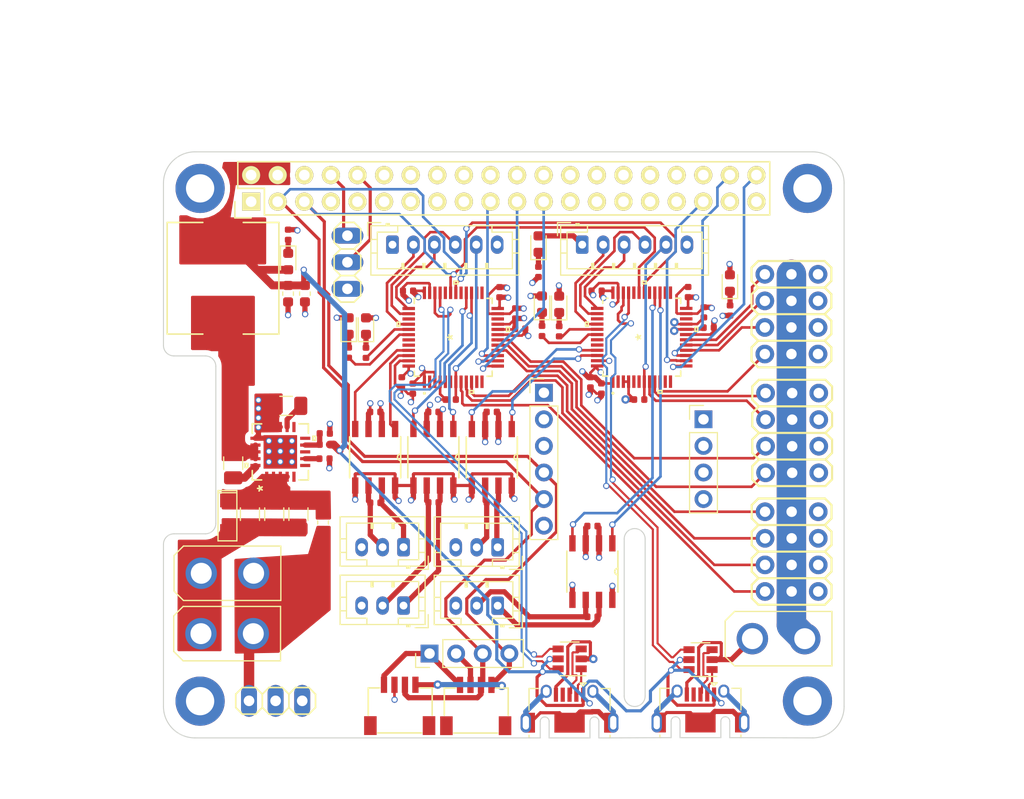
<source format=kicad_pcb>
(kicad_pcb (version 20171130) (host pcbnew 5.1.6-c6e7f7d~87~ubuntu19.10.1)
  (title_block (title "Helios Pi Hat Controller") (date 2021-03-28) (rev v1.0) (comment 3 https://github.com/0xJeremy/Helios) (comment 4 "Jeremy Kanovsky"))
  (layers (0 F.Cu signal) (1 In1.Cu-GND power) (2 In2.Cu-3V3 power) (31 B.Cu signal) (34 B.Paste user) (35 F.Paste user) (36 B.SilkS user) (37 F.SilkS user) (38 B.Mask user) (39 F.Mask user) (44 Edge.Cuts user))
  (net 0 "")
  (net 1 GND)
  (net 2 +3V3)
  (net 3 NRST)
  (net 4 NRST_2)
  (net 5 VIN)
  (net 6 LX)
  (net 7 "Net-(C22-Pad2)")
  (net 8 "Net-(C23-Pad1)")
  (net 9 "Net-(C24-Pad1)")
  (net 10 +5V)
  (net 11 "Net-(D1-Pad1)")
  (net 12 "Net-(D2-Pad1)")
  (net 13 "Net-(D3-Pad1)")
  (net 14 "Net-(D4-Pad1)")
  (net 15 "Net-(D5-Pad1)")
  (net 16 "Net-(D6-Pad1)")
  (net 17 "Net-(D8-Pad1)")
  (net 18 "Net-(J1-Pad1)")
  (net 19 "Net-(J1-Pad2)")
  (net 20 "Net-(J2-Pad2)")
  (net 21 "Net-(J2-Pad1)")
  (net 22 "Net-(J3-Pad1)")
  (net 23 "Net-(J3-Pad2)")
  (net 24 "Net-(J4-Pad2)")
  (net 25 "Net-(J4-Pad1)")
  (net 26 SWO)
  (net 27 SWDIO)
  (net 28 SWCLK)
  (net 29 SWCLK_2)
  (net 30 SWO_2)
  (net 31 "Net-(J7-Pad6)")
  (net 32 USB_CONN_D-)
  (net 33 USB_CONN_D+)
  (net 34 "Net-(J7-Pad4)")
  (net 35 "Net-(J8-Pad6)")
  (net 36 "Net-(J8-Pad4)")
  (net 37 USB2_CONN_D+)
  (net 38 USB2_CONN_D-)
  (net 39 "Net-(J14-Pad2)")
  (net 40 "Net-(J14-Pad3)")
  (net 41 SPI1_SCK)
  (net 42 SPI1_MOSI)
  (net 43 "Net-(J19-Pad37)")
  (net 44 "Net-(J19-Pad36)")
  (net 45 SPI1_MISO)
  (net 46 "Net-(J19-Pad33)")
  (net 47 "Net-(J19-Pad32)")
  (net 48 "Net-(J19-Pad31)")
  (net 49 "Net-(J19-Pad29)")
  (net 50 "Net-(J19-Pad28)")
  (net 51 "Net-(J19-Pad27)")
  (net 52 "Net-(J19-Pad26)")
  (net 53 "Net-(J19-Pad24)")
  (net 54 SPI0_SCK)
  (net 55 "Net-(J19-Pad22)")
  (net 56 SPI0_MISO)
  (net 57 SPI0_MOSI)
  (net 58 "Net-(J19-Pad18)")
  (net 59 "Net-(J19-Pad16)")
  (net 60 "Net-(J19-Pad15)")
  (net 61 "Net-(J19-Pad13)")
  (net 62 "Net-(J19-Pad12)")
  (net 63 "Net-(J19-Pad11)")
  (net 64 "Net-(J19-Pad7)")
  (net 65 I2C2_SCL)
  (net 66 I2C2_SDA)
  (net 67 +BATT)
  (net 68 TIM5_CH1_1)
  (net 69 TIM20_CH1_1)
  (net 70 TIM8_CH3N_1)
  (net 71 TIM8_CH2N_1)
  (net 72 TIM8_CH2N_2)
  (net 73 TIM8_CH3N_2)
  (net 74 TIM20_CH1_2)
  (net 75 TIM5_CH1_2)
  (net 76 TIM5_CH2_1)
  (net 77 TIM5_CH3_1)
  (net 78 TIM5_CH2_2)
  (net 79 TIM5_CH3_2)
  (net 80 LED_1)
  (net 81 LED_2)
  (net 82 LED_3)
  (net 83 LED_4)
  (net 84 FB)
  (net 85 CAN1_TX)
  (net 86 CAN1_RX)
  (net 87 "Net-(U1-Pad44)")
  (net 88 "Net-(U1-Pad43)")
  (net 89 "Net-(U1-Pad39)")
  (net 90 USB_D+)
  (net 91 USB_D-)
  (net 92 "Net-(U1-Pad32)")
  (net 93 "Net-(U1-Pad29)")
  (net 94 CAN2_RX)
  (net 95 CAN2_TX)
  (net 96 "Net-(U1-Pad26)")
  (net 97 "Net-(U1-Pad25)")
  (net 98 "Net-(U1-Pad22)")
  (net 99 SPI0_NSS)
  (net 100 "Net-(U1-Pad11)")
  (net 101 "Net-(U1-Pad2)")
  (net 102 CAN3_TX)
  (net 103 CAN3_RX)
  (net 104 CAN4_TX)
  (net 105 CAN4_RX)
  (net 106 "Net-(U6-Pad2)")
  (net 107 "Net-(U6-Pad11)")
  (net 108 SPI1_NSS)
  (net 109 "Net-(U6-Pad22)")
  (net 110 "Net-(U6-Pad25)")
  (net 111 "Net-(U6-Pad26)")
  (net 112 "Net-(U6-Pad29)")
  (net 113 "Net-(U6-Pad32)")
  (net 114 USB2_D-)
  (net 115 USB2_D+)
  (net 116 SWDIO_2)
  (net 117 "Net-(U6-Pad39)")
  (net 118 "Net-(U6-Pad43)")
  (net 119 "Net-(U6-Pad44)")
  (net 120 "Net-(U12-Pad5)")
  (net 121 "Net-(U12-Pad6)")
  (net 122 "Net-(U12-Pad8)")
  (net 123 "Net-(U12-Pad10)")
  (net 124 "Net-(U12-Pad11)")
  (net 125 POWER_IN)
  (net 126 "Net-(U10-Pad1)")
  (net 127 "Net-(U10-Pad6)")
  (net 128 "Net-(U10-Pad9)")
  (net 129 "Net-(U10-Pad8)")
  (net 130 "Net-(U10-Pad7)")
  (net 131 "Net-(U10-Pad10)")
  (net 132 "Net-(U1-Pad6)")
  (net 133 "Net-(U1-Pad5)")
  (net 134 "Net-(U6-Pad5)")
  (net 135 "Net-(U6-Pad6)")
  (module Connector_USB:USB_Micro-AB_Molex_47590-0001 (layer F.Cu) (at 154.12 128.33)
    (fp_text reference J7)
    (fp_text value USB_B_Micro)
    (fp_line (start -3.75 1.45) (end -2.8 1.45) (layer Edge.Cuts) (width 0.1))
    (fp_line (start -2.8 -0.125) (end -2.8 1.45) (layer Edge.Cuts) (width 0.1))
    (fp_line (start -1.95 -0.125) (end -1.95 1.45) (layer Edge.Cuts) (width 0.1))
    (fp_line (start -1.95 1.45) (end 1.95 1.45) (layer Edge.Cuts) (width 0.1))
    (fp_line (start 1.95 -0.125) (end 1.95 1.45) (layer Edge.Cuts) (width 0.1))
    (fp_line (start 2.8 -0.125) (end 2.8 1.45) (layer Edge.Cuts) (width 0.1))
    (fp_line (start 2.8 1.45) (end 3.75 1.45) (layer Edge.Cuts) (width 0.1))
    (fp_arc (start -2.375 -0.125) (end -2.8 -0.125) (angle 180) (layer Edge.Cuts) (width 0.1))
    (fp_arc (start 2.375 -0.125) (end 1.95 -0.125) (angle 180) (layer Edge.Cuts) (width 0.1))
    (pad 6 smd rect (at -3.7375 0) (size 0.875 1.9) (layers F.Cu F.Mask) (net 31 "Net-(J7-Pad6)"))
    (pad 6 smd rect (at 3.7375 0) (size 0.875 1.9) (layers F.Cu F.Mask) (net 31 "Net-(J7-Pad6)"))
    (pad 6 smd rect (at 0 0) (size 2.9 1.9) (layers F.Cu F.Paste F.Mask) (net 31 "Net-(J7-Pad6)"))
    (pad 2 smd rect (at 0.65 -2.675) (size 0.4 1.35) (layers F.Cu F.Paste F.Mask) (net 32 USB_CONN_D-))
    (pad 6 thru_hole oval (at 4.175 0) (size 1 1.9) (drill oval 0.6 1.3) (layers *.Cu *.Mask) (net 31 "Net-(J7-Pad6)"))
    (pad 6 thru_hole oval (at -4.175 0) (size 1 1.9) (drill oval 0.6 1.3) (layers *.Cu *.Mask) (net 31 "Net-(J7-Pad6)"))
    (pad 6 thru_hole oval (at 2.225 -3) (size 1.05 1.25) (drill oval 0.65 0.85) (layers *.Cu *.Mask) (net 31 "Net-(J7-Pad6)"))
    (pad 1 smd rect (at 1.3 -2.675) (size 0.4 1.35) (layers F.Cu F.Paste F.Mask) (net 10 +5V))
    (pad 3 smd rect (at 0 -2.675) (size 0.4 1.35) (layers F.Cu F.Paste F.Mask) (net 33 USB_CONN_D+))
    (pad 4 smd rect (at -0.65 -2.675) (size 0.4 1.35) (layers F.Cu F.Paste F.Mask) (net 34 "Net-(J7-Pad4)"))
    (pad 5 smd rect (at -1.3 -2.675) (size 0.4 1.35) (layers F.Cu F.Paste F.Mask) (net 1 GND))
    (pad 6 thru_hole oval (at -2.225 -3) (size 1.05 1.25) (drill oval 0.65 0.85) (layers *.Cu *.Mask) (net 31 "Net-(J7-Pad6)"))
  )
  (module helios_kicad_lib:3X04 (layer F.Cu) (at 175.33 111.98 270)
    (fp_text reference JP1)
    (fp_text value "Servo Breakout 1")
    (pad 12 thru_hole circle (at 3.81 -2.54 270) (size 1.778 1.778) (drill 1) (layers *.Cu *.Mask) (net 1 GND))
    (pad 9 thru_hole circle (at 1.27 -2.54 270) (size 1.778 1.778) (drill 1) (layers *.Cu *.Mask) (net 1 GND))
    (pad 6 thru_hole circle (at -1.27 -2.54 270) (size 1.778 1.778) (drill 1) (layers *.Cu *.Mask) (net 1 GND))
    (pad 3 thru_hole circle (at -3.81 -2.54 270) (size 1.778 1.778) (drill 1) (layers *.Cu *.Mask) (net 1 GND))
    (pad 11 thru_hole circle (at 3.81 0 270) (size 1.778 1.778) (drill 1) (layers *.Cu *.Mask) (net 67 +BATT))
    (pad 10 thru_hole circle (at 3.81 2.54 270) (size 1.778 1.778) (drill 1) (layers *.Cu *.Mask) (net 68 TIM5_CH1_1))
    (pad 8 thru_hole circle (at 1.27 0 270) (size 1.778 1.778) (drill 1) (layers *.Cu *.Mask) (net 67 +BATT))
    (pad 7 thru_hole circle (at 1.27 2.54 270) (size 1.778 1.778) (drill 1) (layers *.Cu *.Mask) (net 76 TIM5_CH2_1))
    (pad 5 thru_hole circle (at -1.27 0 270) (size 1.778 1.778) (drill 1) (layers *.Cu *.Mask) (net 67 +BATT))
    (pad 4 thru_hole circle (at -1.27 2.54 270) (size 1.778 1.778) (drill 1) (layers *.Cu *.Mask) (net 77 TIM5_CH3_1))
    (pad 2 thru_hole circle (at -3.81 0 270) (size 1.778 1.778) (drill 1) (layers *.Cu *.Mask) (net 67 +BATT))
    (pad 1 thru_hole circle (at -3.81 2.54 270) (size 1.778 1.778) (drill 1) (layers *.Cu *.Mask) (net 71 TIM8_CH2N_1))
  )
  (module helios_kicad_lib:3X04 (layer F.Cu) (at 175.38 100.64 270)
    (fp_text reference JP3)
    (fp_text value "Servo Breakout 3")
    (pad 12 thru_hole circle (at 3.81 -2.54 270) (size 1.778 1.778) (drill 1) (layers *.Cu *.Mask) (net 1 GND))
    (pad 9 thru_hole circle (at 1.27 -2.54 270) (size 1.778 1.778) (drill 1) (layers *.Cu *.Mask) (net 1 GND))
    (pad 6 thru_hole circle (at -1.27 -2.54 270) (size 1.778 1.778) (drill 1) (layers *.Cu *.Mask) (net 1 GND))
    (pad 3 thru_hole circle (at -3.81 -2.54 270) (size 1.778 1.778) (drill 1) (layers *.Cu *.Mask) (net 1 GND))
    (pad 11 thru_hole circle (at 3.81 0 270) (size 1.778 1.778) (drill 1) (layers *.Cu *.Mask) (net 67 +BATT))
    (pad 10 thru_hole circle (at 3.81 2.54 270) (size 1.778 1.778) (drill 1) (layers *.Cu *.Mask) (net 70 TIM8_CH3N_1))
    (pad 8 thru_hole circle (at 1.27 0 270) (size 1.778 1.778) (drill 1) (layers *.Cu *.Mask) (net 67 +BATT))
    (pad 7 thru_hole circle (at 1.27 2.54 270) (size 1.778 1.778) (drill 1) (layers *.Cu *.Mask) (net 69 TIM20_CH1_1))
    (pad 5 thru_hole circle (at -1.27 0 270) (size 1.778 1.778) (drill 1) (layers *.Cu *.Mask) (net 67 +BATT))
    (pad 4 thru_hole circle (at -1.27 2.54 270) (size 1.778 1.778) (drill 1) (layers *.Cu *.Mask) (net 75 TIM5_CH1_2))
    (pad 2 thru_hole circle (at -3.81 0 270) (size 1.778 1.778) (drill 1) (layers *.Cu *.Mask) (net 67 +BATT))
    (pad 1 thru_hole circle (at -3.81 2.54 270) (size 1.778 1.778) (drill 1) (layers *.Cu *.Mask) (net 78 TIM5_CH2_2))
  )
  (module helios_kicad_lib:3X04 (layer F.Cu) (at 175.31 89.29 270)
    (fp_text reference JP2)
    (fp_text value "Servo Breakout 2")
    (pad 12 thru_hole circle (at 3.81 -2.54 270) (size 1.778 1.778) (drill 1) (layers *.Cu *.Mask) (net 1 GND))
    (pad 9 thru_hole circle (at 1.27 -2.54 270) (size 1.778 1.778) (drill 1) (layers *.Cu *.Mask) (net 1 GND))
    (pad 6 thru_hole circle (at -1.27 -2.54 270) (size 1.778 1.778) (drill 1) (layers *.Cu *.Mask) (net 1 GND))
    (pad 3 thru_hole circle (at -3.81 -2.54 270) (size 1.778 1.778) (drill 1) (layers *.Cu *.Mask) (net 1 GND))
    (pad 11 thru_hole circle (at 3.81 0 270) (size 1.778 1.778) (drill 1) (layers *.Cu *.Mask) (net 67 +BATT))
    (pad 10 thru_hole circle (at 3.81 2.54 270) (size 1.778 1.778) (drill 1) (layers *.Cu *.Mask) (net 79 TIM5_CH3_2))
    (pad 8 thru_hole circle (at 1.27 0 270) (size 1.778 1.778) (drill 1) (layers *.Cu *.Mask) (net 67 +BATT))
    (pad 7 thru_hole circle (at 1.27 2.54 270) (size 1.778 1.778) (drill 1) (layers *.Cu *.Mask) (net 72 TIM8_CH2N_2))
    (pad 5 thru_hole circle (at -1.27 0 270) (size 1.778 1.778) (drill 1) (layers *.Cu *.Mask) (net 67 +BATT))
    (pad 4 thru_hole circle (at -1.27 2.54 270) (size 1.778 1.778) (drill 1) (layers *.Cu *.Mask) (net 73 TIM8_CH3N_2))
    (pad 2 thru_hole circle (at -3.81 0 270) (size 1.778 1.778) (drill 1) (layers *.Cu *.Mask) (net 67 +BATT))
    (pad 1 thru_hole circle (at -3.81 2.54 270) (size 1.778 1.778) (drill 1) (layers *.Cu *.Mask) (net 74 TIM20_CH1_2))
  )
  (module helios_kicad_lib:XT30P (layer F.Cu) (at 174.08 120.3)
    (fp_text reference U11)
    (fp_text value XT30 hide)
    (pad + thru_hole circle (at 2.5 0) (size 3 3) (drill 2) (layers *.Cu *.Mask) (net 67 +BATT))
    (pad - thru_hole circle (at -2.5 0) (size 3 3) (drill 2) (layers *.Cu *.Mask) (net 1 GND))
  )
  (module helios_kicad_lib:XT30P (layer F.Cu) (at 121.42 119.82)
    (fp_text reference U9)
    (fp_text value XT30 hide)
    (pad + thru_hole circle (at 2.5 0) (size 3 3) (drill 2) (layers *.Cu *.Mask) (net 125 POWER_IN))
    (pad - thru_hole circle (at -2.5 0) (size 3 3) (drill 2) (layers *.Cu *.Mask) (net 1 GND))
  )
  (module helios_kicad_lib:XT30P (layer F.Cu) (at 121.45 114.05)
    (fp_text reference 1111)
    (fp_text value XT30 hide)
    (pad + thru_hole circle (at 2.5 0) (size 3 3) (drill 2) (layers *.Cu *.Mask) (net 125 POWER_IN))
    (pad - thru_hole circle (at -2.5 0) (size 3 3) (drill 2) (layers *.Cu *.Mask) (net 1 GND))
  )
  (module helios_kicad_lib:TCAN334G (layer F.Cu) (at 141.116 102.964 270)
    (fp_text reference U4 hide)
    (fp_text value TCAN334G hide)
    (pad 8 smd rect (at 2.7 -1.905 270) (size 1.5494 0.6096) (layers F.Cu F.Paste F.Mask) (net 1 GND))
    (pad 7 smd rect (at 2.7 -0.635 270) (size 1.5494 0.6096) (layers F.Cu F.Paste F.Mask) (net 22 "Net-(J3-Pad1)"))
    (pad 6 smd rect (at 2.7 0.635 270) (size 1.5494 0.6096) (layers F.Cu F.Paste F.Mask) (net 23 "Net-(J3-Pad2)"))
    (pad 5 smd rect (at 2.7 1.905 270) (size 1.5494 0.6096) (layers F.Cu F.Paste F.Mask) (net 1 GND))
    (pad 4 smd rect (at -2.7 1.905 270) (size 1.5494 0.6096) (layers F.Cu F.Paste F.Mask) (net 94 CAN2_RX))
    (pad 3 smd rect (at -2.7 0.635 270) (size 1.5494 0.6096) (layers F.Cu F.Paste F.Mask) (net 2 +3V3))
    (pad 2 smd rect (at -2.7 -0.635 270) (size 1.5494 0.6096) (layers F.Cu F.Paste F.Mask) (net 1 GND))
    (pad 1 smd rect (at -2.7 -1.905 270) (size 1.5494 0.6096) (layers F.Cu F.Paste F.Mask) (net 95 CAN2_TX))
  )
  (module helios_kicad_lib:TCAN334G (layer F.Cu) (at 135.556 102.964 270)
    (fp_text reference U2 hide)
    (fp_text value TCAN334G hide)
    (pad 8 smd rect (at 2.7 -1.905 270) (size 1.5494 0.6096) (layers F.Cu F.Paste F.Mask) (net 1 GND))
    (pad 7 smd rect (at 2.7 -0.635 270) (size 1.5494 0.6096) (layers F.Cu F.Paste F.Mask) (net 18 "Net-(J1-Pad1)"))
    (pad 6 smd rect (at 2.7 0.635 270) (size 1.5494 0.6096) (layers F.Cu F.Paste F.Mask) (net 19 "Net-(J1-Pad2)"))
    (pad 5 smd rect (at 2.7 1.905 270) (size 1.5494 0.6096) (layers F.Cu F.Paste F.Mask) (net 1 GND))
    (pad 4 smd rect (at -2.7 1.905 270) (size 1.5494 0.6096) (layers F.Cu F.Paste F.Mask) (net 86 CAN1_RX))
    (pad 3 smd rect (at -2.7 0.635 270) (size 1.5494 0.6096) (layers F.Cu F.Paste F.Mask) (net 2 +3V3))
    (pad 2 smd rect (at -2.7 -0.635 270) (size 1.5494 0.6096) (layers F.Cu F.Paste F.Mask) (net 1 GND))
    (pad 1 smd rect (at -2.7 -1.905 270) (size 1.5494 0.6096) (layers F.Cu F.Paste F.Mask) (net 85 CAN1_TX))
  )
  (module BNO055_STEMMA_QT:BNO055 (layer F.Cu) (at 159.29 92.99)
    (fp_text reference U10)
    (fp_text value BNO055)
    (pad 1 thru_hole rect (at -7.62 3.81) (size 1.7 1.7) (drill 1) (layers *.Cu *.Mask) (net 126 "Net-(U10-Pad1)"))
    (pad 2 thru_hole oval (at -7.62 6.35) (size 1.7 1.7) (drill 1) (layers *.Cu *.Mask) (net 2 +3V3))
    (pad 3 thru_hole oval (at -7.62 8.89) (size 1.7 1.7) (drill 1) (layers *.Cu *.Mask) (net 1 GND))
    (pad 4 thru_hole oval (at -7.62 11.43) (size 1.7 1.7) (drill 1) (layers *.Cu *.Mask) (net 65 I2C2_SCL))
    (pad 5 thru_hole oval (at -7.62 13.97) (size 1.7 1.7) (drill 1) (layers *.Cu *.Mask) (net 66 I2C2_SDA))
    (pad 6 thru_hole oval (at -7.62 16.51) (size 1.7 1.7) (drill 1) (layers *.Cu *.Mask) (net 127 "Net-(U10-Pad6)"))
    (pad 9 thru_hole oval (at 7.62 11.43) (size 1.7 1.7) (drill 1) (layers *.Cu *.Mask) (net 128 "Net-(U10-Pad9)"))
    (pad 8 thru_hole oval (at 7.62 8.89) (size 1.7 1.7) (drill 1) (layers *.Cu *.Mask) (net 129 "Net-(U10-Pad8)"))
    (pad 7 thru_hole rect (at 7.62 6.35) (size 1.7 1.7) (drill 1) (layers *.Cu *.Mask) (net 130 "Net-(U10-Pad7)"))
    (pad 10 thru_hole oval (at 7.62 13.97) (size 1.7 1.7) (drill 1) (layers *.Cu *.Mask) (net 131 "Net-(U10-Pad10)"))
  )
  (module helios_kicad_lib:SMF (layer F.Cu) (at 121.45 108.55 270)
    (fp_text reference D7)
    (fp_text value SMF48A-E3-08 hide)
    (pad 1 smd rect (at -1.45 0 270) (size 1.3 1.4) (layers F.Cu F.Paste F.Mask) (net 5 VIN))
    (pad 2 smd rect (at 1.45 0 270) (size 1.3 1.4) (layers F.Cu F.Paste F.Mask) (net 1 GND))
  )
  (module helios_kicad_lib:TCAN334G (layer F.Cu) (at 146.696 102.974 270)
    (fp_text reference U3 hide)
    (fp_text value TCAN334G hide)
    (pad 1 smd rect (at -2.7 -1.905 270) (size 1.5494 0.6096) (layers F.Cu F.Paste F.Mask) (net 102 CAN3_TX))
    (pad 2 smd rect (at -2.7 -0.635 270) (size 1.5494 0.6096) (layers F.Cu F.Paste F.Mask) (net 1 GND))
    (pad 3 smd rect (at -2.7 0.635 270) (size 1.5494 0.6096) (layers F.Cu F.Paste F.Mask) (net 2 +3V3))
    (pad 4 smd rect (at -2.7 1.905 270) (size 1.5494 0.6096) (layers F.Cu F.Paste F.Mask) (net 103 CAN3_RX))
    (pad 5 smd rect (at 2.7 1.905 270) (size 1.5494 0.6096) (layers F.Cu F.Paste F.Mask) (net 1 GND))
    (pad 6 smd rect (at 2.7 0.635 270) (size 1.5494 0.6096) (layers F.Cu F.Paste F.Mask) (net 20 "Net-(J2-Pad2)"))
    (pad 7 smd rect (at 2.7 -0.635 270) (size 1.5494 0.6096) (layers F.Cu F.Paste F.Mask) (net 21 "Net-(J2-Pad1)"))
    (pad 8 smd rect (at 2.7 -1.905 270) (size 1.5494 0.6096) (layers F.Cu F.Paste F.Mask) (net 1 GND))
  )
  (module helios_kicad_lib:TCAN334G (layer F.Cu) (at 156.3 113.89 270)
    (fp_text reference U5 hide)
    (fp_text value TCAN334G hide)
    (pad 1 smd rect (at -2.7 -1.905 270) (size 1.5494 0.6096) (layers F.Cu F.Paste F.Mask) (net 104 CAN4_TX))
    (pad 2 smd rect (at -2.7 -0.635 270) (size 1.5494 0.6096) (layers F.Cu F.Paste F.Mask) (net 1 GND))
    (pad 3 smd rect (at -2.7 0.635 270) (size 1.5494 0.6096) (layers F.Cu F.Paste F.Mask) (net 2 +3V3))
    (pad 4 smd rect (at -2.7 1.905 270) (size 1.5494 0.6096) (layers F.Cu F.Paste F.Mask) (net 105 CAN4_RX))
    (pad 5 smd rect (at 2.7 1.905 270) (size 1.5494 0.6096) (layers F.Cu F.Paste F.Mask) (net 1 GND))
    (pad 6 smd rect (at 2.7 0.635 270) (size 1.5494 0.6096) (layers F.Cu F.Paste F.Mask) (net 24 "Net-(J4-Pad2)"))
    (pad 7 smd rect (at 2.7 -0.635 270) (size 1.5494 0.6096) (layers F.Cu F.Paste F.Mask) (net 25 "Net-(J4-Pad1)"))
    (pad 8 smd rect (at 2.7 -1.905 270) (size 1.5494 0.6096) (layers F.Cu F.Paste F.Mask) (net 1 GND))
  )
  (module Capacitor_SMD:C_0402_1005Metric (layer F.Cu) (at 141.116 98.634 180)
    (fp_text reference C1)
    (fp_text value 0.1uF)
    (pad 1 smd roundrect (at -0.485 0 180) (size 0.59 0.64) (layers F.Cu F.Paste F.Mask) (net 1 GND))
    (pad 2 smd roundrect (at 0.485 0 180) (size 0.59 0.64) (layers F.Cu F.Paste F.Mask) (net 2 +3V3))
  )
  (module Capacitor_SMD:C_0402_1005Metric (layer F.Cu) (at 146.691 98.634 180)
    (fp_text reference C2)
    (fp_text value 0.1uF)
    (pad 2 smd roundrect (at 0.485 0 180) (size 0.59 0.64) (layers F.Cu F.Paste F.Mask) (net 2 +3V3))
    (pad 1 smd roundrect (at -0.485 0 180) (size 0.59 0.64) (layers F.Cu F.Paste F.Mask) (net 1 GND))
  )
  (module Capacitor_SMD:C_0402_1005Metric (layer F.Cu) (at 142.775 97.45 180)
    (fp_text reference C3)
    (fp_text value 0.1uF)
    (pad 2 smd roundrect (at 0.485 0 180) (size 0.59 0.64) (layers F.Cu F.Paste F.Mask) (net 1 GND))
    (pad 1 smd roundrect (at -0.485 0 180) (size 0.59 0.64) (layers F.Cu F.Paste F.Mask) (net 3 NRST))
  )
  (module Capacitor_SMD:C_0402_1005Metric (layer F.Cu) (at 160.775 97.45 180)
    (fp_text reference C4)
    (fp_text value 0.1uF)
    (pad 1 smd roundrect (at -0.485 0 180) (size 0.59 0.64) (layers F.Cu F.Paste F.Mask) (net 4 NRST_2))
    (pad 2 smd roundrect (at 0.485 0 180) (size 0.59 0.64) (layers F.Cu F.Paste F.Mask) (net 1 GND))
  )
  (module Capacitor_SMD:C_0402_1005Metric (layer F.Cu) (at 135.566 98.634 180)
    (fp_text reference C5)
    (fp_text value 0.1uF)
    (pad 1 smd roundrect (at -0.485 0 180) (size 0.59 0.64) (layers F.Cu F.Paste F.Mask) (net 1 GND))
    (pad 2 smd roundrect (at 0.485 0 180) (size 0.59 0.64) (layers F.Cu F.Paste F.Mask) (net 2 +3V3))
  )
  (module Capacitor_SMD:C_0402_1005Metric (layer F.Cu) (at 156.305 109.54 180)
    (fp_text reference C6)
    (fp_text value 0.1uF)
    (pad 1 smd roundrect (at -0.485 0 180) (size 0.59 0.64) (layers F.Cu F.Paste F.Mask) (net 1 GND))
    (pad 2 smd roundrect (at 0.485 0 180) (size 0.59 0.64) (layers F.Cu F.Paste F.Mask) (net 2 +3V3))
  )
  (module Capacitor_SMD:C_0402_1005Metric (layer F.Cu) (at 139.15 96.405 270)
    (fp_text reference C7)
    (fp_text value 1uF)
    (pad 2 smd roundrect (at 0.485 0 270) (size 0.59 0.64) (layers F.Cu F.Paste F.Mask) (net 1 GND))
    (pad 1 smd roundrect (at -0.485 0 270) (size 0.59 0.64) (layers F.Cu F.Paste F.Mask) (net 2 +3V3))
  )
  (module Capacitor_SMD:C_0402_1005Metric (layer F.Cu) (at 138.1 95.805 270)
    (fp_text reference C8)
    (fp_text value 0.1uF)
    (pad 1 smd roundrect (at -0.485 0 270) (size 0.59 0.64) (layers F.Cu F.Paste F.Mask) (net 2 +3V3))
    (pad 2 smd roundrect (at 0.485 0 270) (size 0.59 0.64) (layers F.Cu F.Paste F.Mask) (net 1 GND))
  )
  (module Capacitor_SMD:C_0402_1005Metric (layer F.Cu) (at 138.695 87.06 180)
    (fp_text reference C9)
    (fp_text value 0.1uF)
    (pad 2 smd roundrect (at 0.485 0 180) (size 0.59 0.64) (layers F.Cu F.Paste F.Mask) (net 1 GND))
    (pad 1 smd roundrect (at -0.485 0 180) (size 0.59 0.64) (layers F.Cu F.Paste F.Mask) (net 2 +3V3))
  )
  (module Capacitor_SMD:C_0402_1005Metric (layer F.Cu) (at 147.44 87.19 90)
    (fp_text reference C10)
    (fp_text value 0.1uF)
    (pad 1 smd roundrect (at -0.485 0 90) (size 0.59 0.64) (layers F.Cu F.Paste F.Mask) (net 2 +3V3))
    (pad 2 smd roundrect (at 0.485 0 90) (size 0.59 0.64) (layers F.Cu F.Paste F.Mask) (net 1 GND))
  )
  (module Capacitor_SMD:C_0402_1005Metric (layer F.Cu) (at 149.41 90.69)
    (fp_text reference C11)
    (fp_text value 0.1uF)
    (pad 2 smd roundrect (at 0.485 0) (size 0.59 0.64) (layers F.Cu F.Paste F.Mask) (net 1 GND))
    (pad 1 smd roundrect (at -0.485 0) (size 0.59 0.64) (layers F.Cu F.Paste F.Mask) (net 2 +3V3))
  )
  (module Capacitor_SMD:C_0402_1005Metric (layer F.Cu) (at 148.95 89.215 90)
    (fp_text reference C12)
    (fp_text value 10uF)
    (pad 2 smd roundrect (at 0.485 0 90) (size 0.59 0.64) (layers F.Cu F.Paste F.Mask) (net 1 GND))
    (pad 1 smd roundrect (at -0.485 0 90) (size 0.59 0.64) (layers F.Cu F.Paste F.Mask) (net 2 +3V3))
  )
  (module Capacitor_SMD:C_0402_1005Metric (layer F.Cu) (at 157.16 96.395 270)
    (fp_text reference C13)
    (fp_text value 1uF)
    (pad 2 smd roundrect (at 0.485 0 270) (size 0.59 0.64) (layers F.Cu F.Paste F.Mask) (net 1 GND))
    (pad 1 smd roundrect (at -0.485 0 270) (size 0.59 0.64) (layers F.Cu F.Paste F.Mask) (net 2 +3V3))
  )
  (module Capacitor_SMD:C_0402_1005Metric (layer F.Cu) (at 156.114 95.805 270)
    (fp_text reference C14)
    (fp_text value 0.1uF)
    (pad 2 smd roundrect (at 0.485 0 270) (size 0.59 0.64) (layers F.Cu F.Paste F.Mask) (net 1 GND))
    (pad 1 smd roundrect (at -0.485 0 270) (size 0.59 0.64) (layers F.Cu F.Paste F.Mask) (net 2 +3V3))
  )
  (module Capacitor_SMD:C_0402_1005Metric (layer F.Cu) (at 156.705 87.06 180)
    (fp_text reference C15)
    (fp_text value 0.1uF)
    (pad 1 smd roundrect (at -0.485 0 180) (size 0.59 0.64) (layers F.Cu F.Paste F.Mask) (net 2 +3V3))
    (pad 2 smd roundrect (at 0.485 0 180) (size 0.59 0.64) (layers F.Cu F.Paste F.Mask) (net 1 GND))
  )
  (module Capacitor_SMD:C_0402_1005Metric (layer F.Cu) (at 165.44 87.177 90)
    (fp_text reference C16)
    (fp_text value 0.1uF)
    (pad 2 smd roundrect (at 0.485 0 90) (size 0.59 0.64) (layers F.Cu F.Paste F.Mask) (net 1 GND))
    (pad 1 smd roundrect (at -0.485 0 90) (size 0.59 0.64) (layers F.Cu F.Paste F.Mask) (net 2 +3V3))
  )
  (module Capacitor_SMD:C_0402_1005Metric (layer F.Cu) (at 167.41 90.58)
    (fp_text reference C17)
    (fp_text value 0.1uF)
    (pad 1 smd roundrect (at -0.485 0) (size 0.59 0.64) (layers F.Cu F.Paste F.Mask) (net 2 +3V3))
    (pad 2 smd roundrect (at 0.485 0) (size 0.59 0.64) (layers F.Cu F.Paste F.Mask) (net 1 GND))
  )
  (module Capacitor_SMD:C_0402_1005Metric (layer F.Cu) (at 166.95 89.115 90)
    (fp_text reference C18)
    (fp_text value 10uF)
    (pad 2 smd roundrect (at 0.485 0 90) (size 0.59 0.64) (layers F.Cu F.Paste F.Mask) (net 1 GND))
    (pad 1 smd roundrect (at -0.485 0 90) (size 0.59 0.64) (layers F.Cu F.Paste F.Mask) (net 2 +3V3))
  )
  (module Capacitor_SMD:C_0402_1005Metric (layer F.Cu) (at 130.715 103.1)
    (fp_text reference C23)
    (fp_text value 0.01uF)
    (pad 1 smd roundrect (at -0.485 0) (size 0.59 0.64) (layers F.Cu F.Paste F.Mask) (net 8 "Net-(C23-Pad1)"))
    (pad 2 smd roundrect (at 0.485 0) (size 0.59 0.64) (layers F.Cu F.Paste F.Mask) (net 1 GND))
  )
  (module Capacitor_SMD:C_0603_1608Metric (layer F.Cu) (at 127.24 87.3325 270)
    (fp_text reference C25)
    (fp_text value "22uF 16V")
    (pad 1 smd roundrect (at -0.7875 0 270) (size 0.875 0.95) (layers F.Cu F.Paste F.Mask) (net 10 +5V))
    (pad 2 smd roundrect (at 0.7875 0 270) (size 0.875 0.95) (layers F.Cu F.Paste F.Mask) (net 1 GND))
  )
  (module Capacitor_SMD:C_0603_1608Metric (layer F.Cu) (at 128.85 87.33 270)
    (fp_text reference C26)
    (fp_text value "22uF 16V")
    (pad 2 smd roundrect (at 0.7875 0 270) (size 0.875 0.95) (layers F.Cu F.Paste F.Mask) (net 1 GND))
    (pad 1 smd roundrect (at -0.7875 0 270) (size 0.875 0.95) (layers F.Cu F.Paste F.Mask) (net 10 +5V))
  )
  (module LED_SMD:LED_0603_1608Metric (layer F.Cu) (at 134.68 90.43 90)
    (fp_text reference D1)
    (fp_text value Blue)
    (pad 1 smd roundrect (at -0.7875 0 90) (size 0.875 0.95) (layers F.Cu F.Paste F.Mask) (net 11 "Net-(D1-Pad1)"))
    (pad 2 smd roundrect (at 0.7875 0 90) (size 0.875 0.95) (layers F.Cu F.Paste F.Mask) (net 2 +3V3))
  )
  (module LED_SMD:LED_0603_1608Metric (layer F.Cu) (at 133.03 90.4275 90)
    (fp_text reference D2)
    (fp_text value Blue)
    (pad 1 smd roundrect (at -0.7875 0 90) (size 0.875 0.95) (layers F.Cu F.Paste F.Mask) (net 12 "Net-(D2-Pad1)"))
    (pad 2 smd roundrect (at 0.7875 0 90) (size 0.875 0.95) (layers F.Cu F.Paste F.Mask) (net 2 +3V3))
  )
  (module LED_SMD:LED_0603_1608Metric (layer F.Cu) (at 151.155001 82.594999 90)
    (fp_text reference D3)
    (fp_text value Red)
    (pad 2 smd roundrect (at 0.7875 0 90) (size 0.875 0.95) (layers F.Cu F.Paste F.Mask) (net 2 +3V3))
    (pad 1 smd roundrect (at -0.7875 0 90) (size 0.875 0.95) (layers F.Cu F.Paste F.Mask) (net 13 "Net-(D3-Pad1)"))
  )
  (module LED_SMD:LED_0603_1608Metric (layer F.Cu) (at 153.13 88.35 90)
    (fp_text reference D4)
    (fp_text value Blue)
    (pad 2 smd roundrect (at 0.7875 0 90) (size 0.875 0.95) (layers F.Cu F.Paste F.Mask) (net 2 +3V3))
    (pad 1 smd roundrect (at -0.7875 0 90) (size 0.875 0.95) (layers F.Cu F.Paste F.Mask) (net 14 "Net-(D4-Pad1)"))
  )
  (module LED_SMD:LED_0603_1608Metric (layer F.Cu) (at 151.49 88.3375 90)
    (fp_text reference D5)
    (fp_text value Blue)
    (pad 2 smd roundrect (at 0.7875 0 90) (size 0.875 0.95) (layers F.Cu F.Paste F.Mask) (net 2 +3V3))
    (pad 1 smd roundrect (at -0.7875 0 90) (size 0.875 0.95) (layers F.Cu F.Paste F.Mask) (net 15 "Net-(D5-Pad1)"))
  )
  (module LED_SMD:LED_0603_1608Metric (layer F.Cu) (at 169.435001 86.314999 90)
    (fp_text reference D6)
    (fp_text value Red)
    (pad 1 smd roundrect (at -0.7875 0 90) (size 0.875 0.95) (layers F.Cu F.Paste F.Mask) (net 16 "Net-(D6-Pad1)"))
    (pad 2 smd roundrect (at 0.7875 0 90) (size 0.875 0.95) (layers F.Cu F.Paste F.Mask) (net 2 +3V3))
  )
  (module LED_SMD:LED_0603_1608Metric (layer F.Cu) (at 127.25 84.26 270)
    (fp_text reference D8)
    (fp_text value Red)
    (pad 1 smd roundrect (at -0.7875 0 270) (size 0.875 0.95) (layers F.Cu F.Paste F.Mask) (net 17 "Net-(D8-Pad1)"))
    (pad 2 smd roundrect (at 0.7875 0 270) (size 0.875 0.95) (layers F.Cu F.Paste F.Mask) (net 10 +5V))
  )
  (module Fuse:Fuse_0603_1608Metric (layer F.Cu) (at 130.58 109.2 90)
    (fp_text reference F1)
    (fp_text value 0686F4000-01)
    (pad 1 smd roundrect (at -0.7875 0 90) (size 0.875 0.95) (layers F.Cu F.Paste F.Mask) (net 125 POWER_IN))
    (pad 2 smd roundrect (at 0.7875 0 90) (size 0.875 0.95) (layers F.Cu F.Paste F.Mask) (net 5 VIN))
  )
  (module Connector_JST:JST_PH_B6B-PH-K_1x06_P2.00mm_Vertical (layer F.Cu) (at 137.21 82.65)
    (fp_text reference J5)
    (fp_text value "SWD Programming")
    (pad 1 thru_hole roundrect (at 0 0) (size 1.2 1.75) (drill 0.75) (layers *.Cu *.Mask) (roundrect_rratio 0.208333) (net 2 +3V3))
    (pad 2 thru_hole oval (at 2 0) (size 1.2 1.75) (drill 0.75) (layers *.Cu *.Mask) (net 26 SWO))
    (pad 3 thru_hole oval (at 4 0) (size 1.2 1.75) (drill 0.75) (layers *.Cu *.Mask) (net 27 SWDIO))
    (pad 4 thru_hole oval (at 6 0) (size 1.2 1.75) (drill 0.75) (layers *.Cu *.Mask) (net 28 SWCLK))
    (pad 5 thru_hole oval (at 8 0) (size 1.2 1.75) (drill 0.75) (layers *.Cu *.Mask) (net 3 NRST))
    (pad 6 thru_hole oval (at 10 0) (size 1.2 1.75) (drill 0.75) (layers *.Cu *.Mask) (net 1 GND))
  )
  (module Connector_JST:JST_PH_B6B-PH-K_1x06_P2.00mm_Vertical (layer F.Cu) (at 155.33 82.65)
    (fp_text reference J6)
    (fp_text value "SWD Programming")
    (pad 6 thru_hole oval (at 10 0) (size 1.2 1.75) (drill 0.75) (layers *.Cu *.Mask) (net 1 GND))
    (pad 5 thru_hole oval (at 8 0) (size 1.2 1.75) (drill 0.75) (layers *.Cu *.Mask) (net 4 NRST_2))
    (pad 4 thru_hole oval (at 6 0) (size 1.2 1.75) (drill 0.75) (layers *.Cu *.Mask) (net 29 SWCLK_2))
    (pad 3 thru_hole oval (at 4 0) (size 1.2 1.75) (drill 0.75) (layers *.Cu *.Mask) (net 116 SWDIO_2))
    (pad 2 thru_hole oval (at 2 0) (size 1.2 1.75) (drill 0.75) (layers *.Cu *.Mask) (net 30 SWO_2))
    (pad 1 thru_hole roundrect (at 0 0) (size 1.2 1.75) (drill 0.75) (layers *.Cu *.Mask) (roundrect_rratio 0.208333) (net 2 +3V3))
  )
  (module Connector_USB:USB_Micro-AB_Molex_47590-0001 (layer F.Cu) (at 166.62 128.31)
    (fp_text reference J8)
    (fp_text value USB_B_Micro)
    (fp_line (start 2.8 1.45) (end 3.75 1.45) (layer Edge.Cuts) (width 0.1))
    (fp_line (start 2.8 -0.125) (end 2.8 1.45) (layer Edge.Cuts) (width 0.1))
    (fp_line (start 1.95 -0.125) (end 1.95 1.45) (layer Edge.Cuts) (width 0.1))
    (fp_line (start -1.95 1.45) (end 1.95 1.45) (layer Edge.Cuts) (width 0.1))
    (fp_line (start -1.95 -0.125) (end -1.95 1.45) (layer Edge.Cuts) (width 0.1))
    (fp_line (start -2.8 -0.125) (end -2.8 1.45) (layer Edge.Cuts) (width 0.1))
    (fp_line (start -3.75 1.45) (end -2.8 1.45) (layer Edge.Cuts) (width 0.1))
    (fp_arc (start 2.375 -0.125) (end 1.95 -0.125) (angle 180) (layer Edge.Cuts) (width 0.1))
    (fp_arc (start -2.375 -0.125) (end -2.8 -0.125) (angle 180) (layer Edge.Cuts) (width 0.1))
    (pad 6 thru_hole oval (at -2.225 -3) (size 1.05 1.25) (drill oval 0.65 0.85) (layers *.Cu *.Mask) (net 35 "Net-(J8-Pad6)"))
    (pad 5 smd rect (at -1.3 -2.675) (size 0.4 1.35) (layers F.Cu F.Paste F.Mask) (net 1 GND))
    (pad 4 smd rect (at -0.65 -2.675) (size 0.4 1.35) (layers F.Cu F.Paste F.Mask) (net 36 "Net-(J8-Pad4)"))
    (pad 3 smd rect (at 0 -2.675) (size 0.4 1.35) (layers F.Cu F.Paste F.Mask) (net 37 USB2_CONN_D+))
    (pad 1 smd rect (at 1.3 -2.675) (size 0.4 1.35) (layers F.Cu F.Paste F.Mask) (net 10 +5V))
    (pad 6 thru_hole oval (at 2.225 -3) (size 1.05 1.25) (drill oval 0.65 0.85) (layers *.Cu *.Mask) (net 35 "Net-(J8-Pad6)"))
    (pad 6 thru_hole oval (at -4.175 0) (size 1 1.9) (drill oval 0.6 1.3) (layers *.Cu *.Mask) (net 35 "Net-(J8-Pad6)"))
    (pad 6 thru_hole oval (at 4.175 0) (size 1 1.9) (drill oval 0.6 1.3) (layers *.Cu *.Mask) (net 35 "Net-(J8-Pad6)"))
    (pad 2 smd rect (at 0.65 -2.675) (size 0.4 1.35) (layers F.Cu F.Paste F.Mask) (net 38 USB2_CONN_D-))
    (pad 6 smd rect (at 0 0) (size 2.9 1.9) (layers F.Cu F.Paste F.Mask) (net 35 "Net-(J8-Pad6)"))
    (pad 6 smd rect (at 3.7375 0) (size 0.875 1.9) (layers F.Cu F.Mask) (net 35 "Net-(J8-Pad6)"))
    (pad 6 smd rect (at -3.7375 0) (size 0.875 1.9) (layers F.Cu F.Mask) (net 35 "Net-(J8-Pad6)"))
  )
  (module helios_kicad_lib:Pin_Header_Straight_2x20 (layer F.Cu) (at 147.84 77.27 90)
    (fp_text reference J19)
    (fp_text value Raspberry_Pi_4)
    (pad 40 thru_hole oval (at 1.27 24.13 90) (size 1.7272 1.7272) (drill 1.016) (layers *.Cu *.Mask F.SilkS) (net 41 SPI1_SCK))
    (pad 39 thru_hole oval (at -1.27 24.13 90) (size 1.7272 1.7272) (drill 1.016) (layers *.Cu *.Mask F.SilkS) (net 1 GND))
    (pad 38 thru_hole oval (at 1.27 21.59 90) (size 1.7272 1.7272) (drill 1.016) (layers *.Cu *.Mask F.SilkS) (net 42 SPI1_MOSI))
    (pad 37 thru_hole oval (at -1.27 21.59 90) (size 1.7272 1.7272) (drill 1.016) (layers *.Cu *.Mask F.SilkS) (net 43 "Net-(J19-Pad37)"))
    (pad 36 thru_hole oval (at 1.27 19.05 90) (size 1.7272 1.7272) (drill 1.016) (layers *.Cu *.Mask F.SilkS) (net 44 "Net-(J19-Pad36)"))
    (pad 35 thru_hole oval (at -1.27 19.05 90) (size 1.7272 1.7272) (drill 1.016) (layers *.Cu *.Mask F.SilkS) (net 45 SPI1_MISO))
    (pad 34 thru_hole oval (at 1.27 16.51 90) (size 1.7272 1.7272) (drill 1.016) (layers *.Cu *.Mask F.SilkS) (net 1 GND))
    (pad 33 thru_hole oval (at -1.27 16.51 90) (size 1.7272 1.7272) (drill 1.016) (layers *.Cu *.Mask F.SilkS) (net 46 "Net-(J19-Pad33)"))
    (pad 32 thru_hole oval (at 1.27 13.97 90) (size 1.7272 1.7272) (drill 1.016) (layers *.Cu *.Mask F.SilkS) (net 47 "Net-(J19-Pad32)"))
    (pad 31 thru_hole oval (at -1.27 13.97 90) (size 1.7272 1.7272) (drill 1.016) (layers *.Cu *.Mask F.SilkS) (net 48 "Net-(J19-Pad31)"))
    (pad 30 thru_hole oval (at 1.27 11.43 90) (size 1.7272 1.7272) (drill 1.016) (layers *.Cu *.Mask F.SilkS) (net 1 GND))
    (pad 29 thru_hole oval (at -1.27 11.43 90) (size 1.7272 1.7272) (drill 1.016) (layers *.Cu *.Mask F.SilkS) (net 49 "Net-(J19-Pad29)"))
    (pad 28 thru_hole oval (at 1.27 8.89 90) (size 1.7272 1.7272) (drill 1.016) (layers *.Cu *.Mask F.SilkS) (net 50 "Net-(J19-Pad28)"))
    (pad 27 thru_hole oval (at -1.27 8.89 90) (size 1.7272 1.7272) (drill 1.016) (layers *.Cu *.Mask F.SilkS) (net 51 "Net-(J19-Pad27)"))
    (pad 26 thru_hole oval (at 1.27 6.35 90) (size 1.7272 1.7272) (drill 1.016) (layers *.Cu *.Mask F.SilkS) (net 52 "Net-(J19-Pad26)"))
    (pad 25 thru_hole oval (at -1.27 6.35 90) (size 1.7272 1.7272) (drill 1.016) (layers *.Cu *.Mask F.SilkS) (net 1 GND))
    (pad 24 thru_hole oval (at 1.27 3.81 90) (size 1.7272 1.7272) (drill 1.016) (layers *.Cu *.Mask F.SilkS) (net 53 "Net-(J19-Pad24)"))
    (pad 23 thru_hole oval (at -1.27 3.81 90) (size 1.7272 1.7272) (drill 1.016) (layers *.Cu *.Mask F.SilkS) (net 54 SPI0_SCK))
    (pad 22 thru_hole oval (at 1.27 1.27 90) (size 1.7272 1.7272) (drill 1.016) (layers *.Cu *.Mask F.SilkS) (net 55 "Net-(J19-Pad22)"))
    (pad 21 thru_hole oval (at -1.27 1.27 90) (size 1.7272 1.7272) (drill 1.016) (layers *.Cu *.Mask F.SilkS) (net 56 SPI0_MISO))
    (pad 20 thru_hole oval (at 1.27 -1.27 90) (size 1.7272 1.7272) (drill 1.016) (layers *.Cu *.Mask F.SilkS) (net 1 GND))
    (pad 19 thru_hole oval (at -1.27 -1.27 90) (size 1.7272 1.7272) (drill 1.016) (layers *.Cu *.Mask F.SilkS) (net 57 SPI0_MOSI))
    (pad 18 thru_hole oval (at 1.27 -3.81 90) (size 1.7272 1.7272) (drill 1.016) (layers *.Cu *.Mask F.SilkS) (net 58 "Net-(J19-Pad18)"))
    (pad 17 thru_hole oval (at -1.27 -3.81 90) (size 1.7272 1.7272) (drill 1.016) (layers *.Cu *.Mask F.SilkS) (net 2 +3V3))
    (pad 16 thru_hole oval (at 1.27 -6.35 90) (size 1.7272 1.7272) (drill 1.016) (layers *.Cu *.Mask F.SilkS) (net 59 "Net-(J19-Pad16)"))
    (pad 15 thru_hole oval (at -1.27 -6.35 90) (size 1.7272 1.7272) (drill 1.016) (layers *.Cu *.Mask F.SilkS) (net 60 "Net-(J19-Pad15)"))
    (pad 14 thru_hole oval (at 1.27 -8.89 90) (size 1.7272 1.7272) (drill 1.016) (layers *.Cu *.Mask F.SilkS) (net 1 GND))
    (pad 13 thru_hole oval (at -1.27 -8.89 90) (size 1.7272 1.7272) (drill 1.016) (layers *.Cu *.Mask F.SilkS) (net 61 "Net-(J19-Pad13)"))
    (pad 12 thru_hole oval (at 1.27 -11.43 90) (size 1.7272 1.7272) (drill 1.016) (layers *.Cu *.Mask F.SilkS) (net 62 "Net-(J19-Pad12)"))
    (pad 11 thru_hole oval (at -1.27 -11.43 90) (size 1.7272 1.7272) (drill 1.016) (layers *.Cu *.Mask F.SilkS) (net 63 "Net-(J19-Pad11)"))
    (pad 10 thru_hole oval (at 1.27 -13.97 90) (size 1.7272 1.7272) (drill 1.016) (layers *.Cu *.Mask F.SilkS) (net 39 "Net-(J14-Pad2)"))
    (pad 9 thru_hole oval (at -1.27 -13.97 90) (size 1.7272 1.7272) (drill 1.016) (layers *.Cu *.Mask F.SilkS) (net 1 GND))
    (pad 8 thru_hole oval (at 1.27 -16.51 90) (size 1.7272 1.7272) (drill 1.016) (layers *.Cu *.Mask F.SilkS) (net 40 "Net-(J14-Pad3)"))
    (pad 7 thru_hole oval (at -1.27 -16.51 90) (size 1.7272 1.7272) (drill 1.016) (layers *.Cu *.Mask F.SilkS) (net 64 "Net-(J19-Pad7)"))
    (pad 6 thru_hole oval (at 1.27 -19.05 90) (size 1.7272 1.7272) (drill 1.016) (layers *.Cu *.Mask F.SilkS) (net 1 GND))
    (pad 5 thru_hole oval (at -1.27 -19.05 90) (size 1.7272 1.7272) (drill 1.016) (layers *.Cu *.Mask F.SilkS) (net 65 I2C2_SCL))
    (pad 4 thru_hole oval (at 1.27 -21.59 90) (size 1.7272 1.7272) (drill 1.016) (layers *.Cu *.Mask F.SilkS) (net 10 +5V))
    (pad 3 thru_hole oval (at -1.27 -21.59 90) (size 1.7272 1.7272) (drill 1.016) (layers *.Cu *.Mask F.SilkS) (net 66 I2C2_SDA))
    (pad 2 thru_hole oval (at 1.27 -24.13 90) (size 1.7272 1.7272) (drill 1.016) (layers *.Cu *.Mask F.SilkS) (net 10 +5V))
    (pad 1 thru_hole rect (at -1.27 -24.13 90) (size 1.7272 1.7272) (drill 1.016) (layers *.Cu *.Mask F.SilkS) (net 2 +3V3))
  )
  (module helios_kicad_lib:JST_SH4 (layer F.Cu) (at 137.9 127.22)
    (fp_text reference J25)
    (fp_text value "Stemma QT" hide)
    (pad 2 smd rect (at -0.5 -2.514 90) (size 1.55 0.6) (layers F.Cu F.Paste F.Mask) (net 2 +3V3))
    (pad 3 smd rect (at 0.5 -2.514 90) (size 1.55 0.6) (layers F.Cu F.Paste F.Mask) (net 66 I2C2_SDA))
    (pad 1 smd rect (at -1.5 -2.514 90) (size 1.55 0.6) (layers F.Cu F.Paste F.Mask) (net 1 GND))
    (pad 4 smd rect (at 1.5 -2.514 90) (size 1.55 0.6) (layers F.Cu F.Paste F.Mask) (net 65 I2C2_SCL))
    (pad MT1 smd rect (at -2.8 1.386 90) (size 1.8 1.2) (layers F.Cu F.Paste F.Mask))
    (pad MT2 smd rect (at 2.8 1.386 90) (size 1.8 1.2) (layers F.Cu F.Paste F.Mask))
  )
  (module helios_kicad_lib:JST_SH4 (layer F.Cu) (at 145.16 127.23)
    (fp_text reference J26)
    (fp_text value "Stemma QT" hide)
    (pad MT2 smd rect (at 2.8 1.386 90) (size 1.8 1.2) (layers F.Cu F.Paste F.Mask))
    (pad MT1 smd rect (at -2.8 1.386 90) (size 1.8 1.2) (layers F.Cu F.Paste F.Mask))
    (pad 4 smd rect (at 1.5 -2.514 90) (size 1.55 0.6) (layers F.Cu F.Paste F.Mask) (net 65 I2C2_SCL))
    (pad 1 smd rect (at -1.5 -2.514 90) (size 1.55 0.6) (layers F.Cu F.Paste F.Mask) (net 1 GND))
    (pad 3 smd rect (at 0.5 -2.514 90) (size 1.55 0.6) (layers F.Cu F.Paste F.Mask) (net 66 I2C2_SDA))
    (pad 2 smd rect (at -0.5 -2.514 90) (size 1.55 0.6) (layers F.Cu F.Paste F.Mask) (net 2 +3V3))
  )
  (module helios_kicad_lib:IND_YUDEN_NS10165_YDN (layer F.Cu) (at 121.03 85.86 90)
    (fp_text reference L1 hide)
    (fp_text value 10uH hide)
    (pad 1 smd rect (at -4.04495 0 90) (size 2.5019 3.2004) (layers F.Cu F.Paste F.Mask) (net 6 LX))
    (pad 2 smd rect (at 4.04495 0 90) (size 2.5019 3.2004) (layers F.Cu F.Paste F.Mask) (net 10 +5V))
  )
  (module Resistor_SMD:R_0402_1005Metric (layer F.Cu) (at 135.576 107.314 180)
    (fp_text reference R1)
    (fp_text value 120)
    (pad 1 smd roundrect (at -0.485 0 180) (size 0.59 0.64) (layers F.Cu F.Paste F.Mask) (net 18 "Net-(J1-Pad1)"))
    (pad 2 smd roundrect (at 0.485 0 180) (size 0.59 0.64) (layers F.Cu F.Paste F.Mask) (net 19 "Net-(J1-Pad2)"))
  )
  (module Resistor_SMD:R_0402_1005Metric (layer F.Cu) (at 146.691 107.284 180)
    (fp_text reference R2)
    (fp_text value 120)
    (pad 2 smd roundrect (at 0.485 0 180) (size 0.59 0.64) (layers F.Cu F.Paste F.Mask) (net 20 "Net-(J2-Pad2)"))
    (pad 1 smd roundrect (at -0.485 0 180) (size 0.59 0.64) (layers F.Cu F.Paste F.Mask) (net 21 "Net-(J2-Pad1)"))
  )
  (module Resistor_SMD:R_0402_1005Metric (layer F.Cu) (at 141.126 107.284 180)
    (fp_text reference R3)
    (fp_text value 120)
    (pad 2 smd roundrect (at 0.485 0 180) (size 0.59 0.64) (layers F.Cu F.Paste F.Mask) (net 23 "Net-(J3-Pad2)"))
    (pad 1 smd roundrect (at -0.485 0 180) (size 0.59 0.64) (layers F.Cu F.Paste F.Mask) (net 22 "Net-(J3-Pad1)"))
  )
  (module Resistor_SMD:R_0402_1005Metric (layer F.Cu) (at 156.305 118.21 180)
    (fp_text reference R4)
    (fp_text value 120)
    (pad 2 smd roundrect (at 0.485 0 180) (size 0.59 0.64) (layers F.Cu F.Paste F.Mask) (net 24 "Net-(J4-Pad2)"))
    (pad 1 smd roundrect (at -0.485 0 180) (size 0.59 0.64) (layers F.Cu F.Paste F.Mask) (net 25 "Net-(J4-Pad1)"))
  )
  (module Resistor_SMD:R_0402_1005Metric (layer F.Cu) (at 134.68 92.98 270)
    (fp_text reference R5)
    (fp_text value 220)
    (pad 1 smd roundrect (at -0.485 0 270) (size 0.59 0.64) (layers F.Cu F.Paste F.Mask) (net 11 "Net-(D1-Pad1)"))
    (pad 2 smd roundrect (at 0.485 0 270) (size 0.59 0.64) (layers F.Cu F.Paste F.Mask) (net 80 LED_1))
  )
  (module Resistor_SMD:R_0402_1005Metric (layer F.Cu) (at 133.03 92.965 270)
    (fp_text reference R6)
    (fp_text value 220)
    (pad 1 smd roundrect (at -0.485 0 270) (size 0.59 0.64) (layers F.Cu F.Paste F.Mask) (net 12 "Net-(D2-Pad1)"))
    (pad 2 smd roundrect (at 0.485 0 270) (size 0.59 0.64) (layers F.Cu F.Paste F.Mask) (net 81 LED_2))
  )
  (module Resistor_SMD:R_0402_1005Metric (layer F.Cu) (at 151.15 85.25 270)
    (fp_text reference R7)
    (fp_text value 220)
    (pad 1 smd roundrect (at -0.485 0 270) (size 0.59 0.64) (layers F.Cu F.Paste F.Mask) (net 13 "Net-(D3-Pad1)"))
    (pad 2 smd roundrect (at 0.485 0 270) (size 0.59 0.64) (layers F.Cu F.Paste F.Mask) (net 1 GND))
  )
  (module Resistor_SMD:R_0402_1005Metric (layer F.Cu) (at 153.13 90.925 270)
    (fp_text reference R8)
    (fp_text value 220)
    (pad 2 smd roundrect (at 0.485 0 270) (size 0.59 0.64) (layers F.Cu F.Paste F.Mask) (net 82 LED_3))
    (pad 1 smd roundrect (at -0.485 0 270) (size 0.59 0.64) (layers F.Cu F.Paste F.Mask) (net 14 "Net-(D4-Pad1)"))
  )
  (module Resistor_SMD:R_0402_1005Metric (layer F.Cu) (at 151.49 90.895 270)
    (fp_text reference R9)
    (fp_text value 220)
    (pad 1 smd roundrect (at -0.485 0 270) (size 0.59 0.64) (layers F.Cu F.Paste F.Mask) (net 15 "Net-(D5-Pad1)"))
    (pad 2 smd roundrect (at 0.485 0 270) (size 0.59 0.64) (layers F.Cu F.Paste F.Mask) (net 83 LED_4))
  )
  (module Resistor_SMD:R_0402_1005Metric (layer F.Cu) (at 169.45 88.94 270)
    (fp_text reference R10)
    (fp_text value 220)
    (pad 1 smd roundrect (at -0.485 0 270) (size 0.59 0.64) (layers F.Cu F.Paste F.Mask) (net 16 "Net-(D6-Pad1)"))
    (pad 2 smd roundrect (at 0.485 0 270) (size 0.59 0.64) (layers F.Cu F.Paste F.Mask) (net 1 GND))
  )
  (module Resistor_SMD:R_0402_1005Metric (layer F.Cu) (at 130.745 101.75 180)
    (fp_text reference R11)
    (fp_text value 105k)
    (pad 1 smd roundrect (at -0.485 0 180) (size 0.59 0.64) (layers F.Cu F.Paste F.Mask) (net 10 +5V))
    (pad 2 smd roundrect (at 0.485 0 180) (size 0.59 0.64) (layers F.Cu F.Paste F.Mask) (net 84 FB))
  )
  (module Resistor_SMD:R_0402_1005Metric (layer F.Cu) (at 127.25 81.7 90)
    (fp_text reference R12)
    (fp_text value 560)
    (pad 2 smd roundrect (at 0.485 0 90) (size 0.59 0.64) (layers F.Cu F.Paste F.Mask) (net 1 GND))
    (pad 1 smd roundrect (at -0.485 0 90) (size 0.59 0.64) (layers F.Cu F.Paste F.Mask) (net 17 "Net-(D8-Pad1)"))
  )
  (module Resistor_SMD:R_0402_1005Metric (layer F.Cu) (at 130.745 100.69)
    (fp_text reference R13)
    (fp_text value 22.1k)
    (pad 2 smd roundrect (at 0.485 0) (size 0.59 0.64) (layers F.Cu F.Paste F.Mask) (net 1 GND))
    (pad 1 smd roundrect (at -0.485 0) (size 0.59 0.64) (layers F.Cu F.Paste F.Mask) (net 84 FB))
  )
  (module helios_kicad_lib:STM32G474CET6 (layer F.Cu) (at 143.01 91.5 90)
    (fp_text reference U1)
    (fp_text value STM32G474CET6)
    (fp_text user * (at 0 0 90) (layer F.SilkS))
    (pad 48 smd rect (at -2.75 -4.249999 180) (size 1.1938 0.3048) (layers F.Cu F.Paste F.Mask) (net 2 +3V3))
    (pad 47 smd rect (at -2.250001 -4.249999 180) (size 1.1938 0.3048) (layers F.Cu F.Paste F.Mask) (net 1 GND))
    (pad 46 smd rect (at -1.749999 -4.249999 180) (size 1.1938 0.3048) (layers F.Cu F.Paste F.Mask) (net 85 CAN1_TX))
    (pad 45 smd rect (at -1.25 -4.249999 180) (size 1.1938 0.3048) (layers F.Cu F.Paste F.Mask) (net 86 CAN1_RX))
    (pad 44 smd rect (at -0.750001 -4.249999 180) (size 1.1938 0.3048) (layers F.Cu F.Paste F.Mask) (net 87 "Net-(U1-Pad44)"))
    (pad 43 smd rect (at -0.25 -4.249999 180) (size 1.1938 0.3048) (layers F.Cu F.Paste F.Mask) (net 88 "Net-(U1-Pad43)"))
    (pad 42 smd rect (at 0.25 -4.249999 180) (size 1.1938 0.3048) (layers F.Cu F.Paste F.Mask) (net 81 LED_2))
    (pad 41 smd rect (at 0.750001 -4.249999 180) (size 1.1938 0.3048) (layers F.Cu F.Paste F.Mask) (net 80 LED_1))
    (pad 40 smd rect (at 1.25 -4.249999 180) (size 1.1938 0.3048) (layers F.Cu F.Paste F.Mask) (net 26 SWO))
    (pad 39 smd rect (at 1.749999 -4.249999 180) (size 1.1938 0.3048) (layers F.Cu F.Paste F.Mask) (net 89 "Net-(U1-Pad39)"))
    (pad 38 smd rect (at 2.250001 -4.249999 180) (size 1.1938 0.3048) (layers F.Cu F.Paste F.Mask) (net 28 SWCLK))
    (pad 37 smd rect (at 2.75 -4.249999 180) (size 1.1938 0.3048) (layers F.Cu F.Paste F.Mask) (net 27 SWDIO))
    (pad 36 smd rect (at 4.249999 -2.75 90) (size 1.1938 0.3048) (layers F.Cu F.Paste F.Mask) (net 2 +3V3))
    (pad 35 smd rect (at 4.249999 -2.250001 90) (size 1.1938 0.3048) (layers F.Cu F.Paste F.Mask) (net 1 GND))
    (pad 34 smd rect (at 4.249999 -1.749999 90) (size 1.1938 0.3048) (layers F.Cu F.Paste F.Mask) (net 90 USB_D+))
    (pad 33 smd rect (at 4.249999 -1.25 90) (size 1.1938 0.3048) (layers F.Cu F.Paste F.Mask) (net 91 USB_D-))
    (pad 32 smd rect (at 4.249999 -0.750001 90) (size 1.1938 0.3048) (layers F.Cu F.Paste F.Mask) (net 92 "Net-(U1-Pad32)"))
    (pad 31 smd rect (at 4.249999 -0.25 90) (size 1.1938 0.3048) (layers F.Cu F.Paste F.Mask) (net 65 I2C2_SCL))
    (pad 30 smd rect (at 4.249999 0.25 90) (size 1.1938 0.3048) (layers F.Cu F.Paste F.Mask) (net 66 I2C2_SDA))
    (pad 29 smd rect (at 4.249999 0.750001 90) (size 1.1938 0.3048) (layers F.Cu F.Paste F.Mask) (net 93 "Net-(U1-Pad29)"))
    (pad 28 smd rect (at 4.249999 1.25 90) (size 1.1938 0.3048) (layers F.Cu F.Paste F.Mask) (net 94 CAN2_RX))
    (pad 27 smd rect (at 4.249999 1.749999 90) (size 1.1938 0.3048) (layers F.Cu F.Paste F.Mask) (net 95 CAN2_TX))
    (pad 26 smd rect (at 4.249999 2.250001 90) (size 1.1938 0.3048) (layers F.Cu F.Paste F.Mask) (net 96 "Net-(U1-Pad26)"))
    (pad 25 smd rect (at 4.249999 2.75 90) (size 1.1938 0.3048) (layers F.Cu F.Paste F.Mask) (net 97 "Net-(U1-Pad25)"))
    (pad 24 smd rect (at 2.75 4.249999 180) (size 1.1938 0.3048) (layers F.Cu F.Paste F.Mask) (net 2 +3V3))
    (pad 23 smd rect (at 2.250001 4.249999 180) (size 1.1938 0.3048) (layers F.Cu F.Paste F.Mask) (net 1 GND))
    (pad 22 smd rect (at 1.749999 4.249999 180) (size 1.1938 0.3048) (layers F.Cu F.Paste F.Mask) (net 98 "Net-(U1-Pad22)"))
    (pad 21 smd rect (at 1.25 4.249999 180) (size 1.1938 0.3048) (layers F.Cu F.Paste F.Mask) (net 2 +3V3))
    (pad 20 smd rect (at 0.750001 4.249999 180) (size 1.1938 0.3048) (layers F.Cu F.Paste F.Mask) (net 2 +3V3))
    (pad 19 smd rect (at 0.25 4.249999 180) (size 1.1938 0.3048) (layers F.Cu F.Paste F.Mask) (net 1 GND))
    (pad 18 smd rect (at -0.25 4.249999 180) (size 1.1938 0.3048) (layers F.Cu F.Paste F.Mask) (net 69 TIM20_CH1_1))
    (pad 17 smd rect (at -0.750001 4.249999 180) (size 1.1938 0.3048) (layers F.Cu F.Paste F.Mask) (net 70 TIM8_CH3N_1))
    (pad 16 smd rect (at -1.25 4.249999 180) (size 1.1938 0.3048) (layers F.Cu F.Paste F.Mask) (net 71 TIM8_CH2N_1))
    (pad 15 smd rect (at -1.749999 4.249999 180) (size 1.1938 0.3048) (layers F.Cu F.Paste F.Mask) (net 57 SPI0_MOSI))
    (pad 14 smd rect (at -2.250001 4.249999 180) (size 1.1938 0.3048) (layers F.Cu F.Paste F.Mask) (net 56 SPI0_MISO))
    (pad 13 smd rect (at -2.75 4.249999 180) (size 1.1938 0.3048) (layers F.Cu F.Paste F.Mask) (net 54 SPI0_SCK))
    (pad 12 smd rect (at -4.249999 2.75 90) (size 1.1938 0.3048) (layers F.Cu F.Paste F.Mask) (net 99 SPI0_NSS))
    (pad 11 smd rect (at -4.249999 2.250001 90) (size 1.1938 0.3048) (layers F.Cu F.Paste F.Mask) (net 100 "Net-(U1-Pad11)"))
    (pad 10 smd rect (at -4.249999 1.749999 90) (size 1.1938 0.3048) (layers F.Cu F.Paste F.Mask) (net 77 TIM5_CH3_1))
    (pad 9 smd rect (at -4.249999 1.25 90) (size 1.1938 0.3048) (layers F.Cu F.Paste F.Mask) (net 76 TIM5_CH2_1))
    (pad 8 smd rect (at -4.249999 0.750001 90) (size 1.1938 0.3048) (layers F.Cu F.Paste F.Mask) (net 68 TIM5_CH1_1))
    (pad 7 smd rect (at -4.249999 0.25 90) (size 1.1938 0.3048) (layers F.Cu F.Paste F.Mask) (net 3 NRST))
    (pad 6 smd rect (at -4.249999 -0.25 90) (size 1.1938 0.3048) (layers F.Cu F.Paste F.Mask) (net 132 "Net-(U1-Pad6)"))
    (pad 5 smd rect (at -4.249999 -0.750001 90) (size 1.1938 0.3048) (layers F.Cu F.Paste F.Mask) (net 133 "Net-(U1-Pad5)"))
    (pad 4 smd rect (at -4.249999 -1.25 90) (size 1.1938 0.3048) (layers F.Cu F.Paste F.Mask) (net 1 GND))
    (pad 3 smd rect (at -4.249999 -1.749999 90) (size 1.1938 0.3048) (layers F.Cu F.Paste F.Mask) (net 2 +3V3))
    (pad 2 smd rect (at -4.249999 -2.250001 90) (size 1.1938 0.3048) (layers F.Cu F.Paste F.Mask) (net 101 "Net-(U1-Pad2)"))
    (pad 1 smd rect (at -4.249999 -2.75 90) (size 1.1938 0.3048) (layers F.Cu F.Paste F.Mask) (net 2 +3V3))
  )
  (module helios_kicad_lib:STM32G474CET6 (layer F.Cu) (at 161.01 91.49 90)
    (fp_text reference U6)
    (fp_text value STM32G474CET6)
    (fp_text user * (at 0 0 90) (layer F.SilkS))
    (pad 1 smd rect (at -4.249999 -2.75 90) (size 1.1938 0.3048) (layers F.Cu F.Paste F.Mask) (net 2 +3V3))
    (pad 2 smd rect (at -4.249999 -2.250001 90) (size 1.1938 0.3048) (layers F.Cu F.Paste F.Mask) (net 106 "Net-(U6-Pad2)"))
    (pad 3 smd rect (at -4.249999 -1.749999 90) (size 1.1938 0.3048) (layers F.Cu F.Paste F.Mask) (net 1 GND))
    (pad 4 smd rect (at -4.249999 -1.25 90) (size 1.1938 0.3048) (layers F.Cu F.Paste F.Mask) (net 1 GND))
    (pad 5 smd rect (at -4.249999 -0.750001 90) (size 1.1938 0.3048) (layers F.Cu F.Paste F.Mask) (net 134 "Net-(U6-Pad5)"))
    (pad 6 smd rect (at -4.249999 -0.25 90) (size 1.1938 0.3048) (layers F.Cu F.Paste F.Mask) (net 135 "Net-(U6-Pad6)"))
    (pad 7 smd rect (at -4.249999 0.25 90) (size 1.1938 0.3048) (layers F.Cu F.Paste F.Mask) (net 4 NRST_2))
    (pad 8 smd rect (at -4.249999 0.750001 90) (size 1.1938 0.3048) (layers F.Cu F.Paste F.Mask) (net 75 TIM5_CH1_2))
    (pad 9 smd rect (at -4.249999 1.25 90) (size 1.1938 0.3048) (layers F.Cu F.Paste F.Mask) (net 78 TIM5_CH2_2))
    (pad 10 smd rect (at -4.249999 1.749999 90) (size 1.1938 0.3048) (layers F.Cu F.Paste F.Mask) (net 79 TIM5_CH3_2))
    (pad 11 smd rect (at -4.249999 2.250001 90) (size 1.1938 0.3048) (layers F.Cu F.Paste F.Mask) (net 107 "Net-(U6-Pad11)"))
    (pad 12 smd rect (at -4.249999 2.75 90) (size 1.1938 0.3048) (layers F.Cu F.Paste F.Mask) (net 108 SPI1_NSS))
    (pad 13 smd rect (at -2.75 4.249999 180) (size 1.1938 0.3048) (layers F.Cu F.Paste F.Mask) (net 41 SPI1_SCK))
    (pad 14 smd rect (at -2.250001 4.249999 180) (size 1.1938 0.3048) (layers F.Cu F.Paste F.Mask) (net 45 SPI1_MISO))
    (pad 15 smd rect (at -1.749999 4.249999 180) (size 1.1938 0.3048) (layers F.Cu F.Paste F.Mask) (net 42 SPI1_MOSI))
    (pad 16 smd rect (at -1.25 4.249999 180) (size 1.1938 0.3048) (layers F.Cu F.Paste F.Mask) (net 72 TIM8_CH2N_2))
    (pad 17 smd rect (at -0.750001 4.249999 180) (size 1.1938 0.3048) (layers F.Cu F.Paste F.Mask) (net 73 TIM8_CH3N_2))
    (pad 18 smd rect (at -0.25 4.249999 180) (size 1.1938 0.3048) (layers F.Cu F.Paste F.Mask) (net 74 TIM20_CH1_2))
    (pad 19 smd rect (at 0.25 4.249999 180) (size 1.1938 0.3048) (layers F.Cu F.Paste F.Mask) (net 1 GND))
    (pad 20 smd rect (at 0.750001 4.249999 180) (size 1.1938 0.3048) (layers F.Cu F.Paste F.Mask) (net 2 +3V3))
    (pad 21 smd rect (at 1.25 4.249999 180) (size 1.1938 0.3048) (layers F.Cu F.Paste F.Mask) (net 2 +3V3))
    (pad 22 smd rect (at 1.749999 4.249999 180) (size 1.1938 0.3048) (layers F.Cu F.Paste F.Mask) (net 109 "Net-(U6-Pad22)"))
    (pad 23 smd rect (at 2.250001 4.249999 180) (size 1.1938 0.3048) (layers F.Cu F.Paste F.Mask) (net 1 GND))
    (pad 24 smd rect (at 2.75 4.249999 180) (size 1.1938 0.3048) (layers F.Cu F.Paste F.Mask) (net 2 +3V3))
    (pad 25 smd rect (at 4.249999 2.75 90) (size 1.1938 0.3048) (layers F.Cu F.Paste F.Mask) (net 110 "Net-(U6-Pad25)"))
    (pad 26 smd rect (at 4.249999 2.250001 90) (size 1.1938 0.3048) (layers F.Cu F.Paste F.Mask) (net 111 "Net-(U6-Pad26)"))
    (pad 27 smd rect (at 4.249999 1.749999 90) (size 1.1938 0.3048) (layers F.Cu F.Paste F.Mask) (net 104 CAN4_TX))
    (pad 28 smd rect (at 4.249999 1.25 90) (size 1.1938 0.3048) (layers F.Cu F.Paste F.Mask) (net 105 CAN4_RX))
    (pad 29 smd rect (at 4.249999 0.750001 90) (size 1.1938 0.3048) (layers F.Cu F.Paste F.Mask) (net 112 "Net-(U6-Pad29)"))
    (pad 30 smd rect (at 4.249999 0.25 90) (size 1.1938 0.3048) (layers F.Cu F.Paste F.Mask) (net 66 I2C2_SDA))
    (pad 31 smd rect (at 4.249999 -0.25 90) (size 1.1938 0.3048) (layers F.Cu F.Paste F.Mask) (net 65 I2C2_SCL))
    (pad 32 smd rect (at 4.249999 -0.750001 90) (size 1.1938 0.3048) (layers F.Cu F.Paste F.Mask) (net 113 "Net-(U6-Pad32)"))
    (pad 33 smd rect (at 4.249999 -1.25 90) (size 1.1938 0.3048) (layers F.Cu F.Paste F.Mask) (net 114 USB2_D-))
    (pad 34 smd rect (at 4.249999 -1.749999 90) (size 1.1938 0.3048) (layers F.Cu F.Paste F.Mask) (net 115 USB2_D+))
    (pad 35 smd rect (at 4.249999 -2.250001 90) (size 1.1938 0.3048) (layers F.Cu F.Paste F.Mask) (net 1 GND))
    (pad 36 smd rect (at 4.249999 -2.75 90) (size 1.1938 0.3048) (layers F.Cu F.Paste F.Mask) (net 2 +3V3))
    (pad 37 smd rect (at 2.75 -4.249999 180) (size 1.1938 0.3048) (layers F.Cu F.Paste F.Mask) (net 116 SWDIO_2))
    (pad 38 smd rect (at 2.250001 -4.249999 180) (size 1.1938 0.3048) (layers F.Cu F.Paste F.Mask) (net 29 SWCLK_2))
    (pad 39 smd rect (at 1.749999 -4.249999 180) (size 1.1938 0.3048) (layers F.Cu F.Paste F.Mask) (net 117 "Net-(U6-Pad39)"))
    (pad 40 smd rect (at 1.25 -4.249999 180) (size 1.1938 0.3048) (layers F.Cu F.Paste F.Mask) (net 30 SWO_2))
    (pad 41 smd rect (at 0.750001 -4.249999 180) (size 1.1938 0.3048) (layers F.Cu F.Paste F.Mask) (net 82 LED_3))
    (pad 42 smd rect (at 0.25 -4.249999 180) (size 1.1938 0.3048) (layers F.Cu F.Paste F.Mask) (net 83 LED_4))
    (pad 43 smd rect (at -0.25 -4.249999 180) (size 1.1938 0.3048) (layers F.Cu F.Paste F.Mask) (net 118 "Net-(U6-Pad43)"))
    (pad 44 smd rect (at -0.750001 -4.249999 180) (size 1.1938 0.3048) (layers F.Cu F.Paste F.Mask) (net 119 "Net-(U6-Pad44)"))
    (pad 45 smd rect (at -1.25 -4.249999 180) (size 1.1938 0.3048) (layers F.Cu F.Paste F.Mask) (net 103 CAN3_RX))
    (pad 46 smd rect (at -1.749999 -4.249999 180) (size 1.1938 0.3048) (layers F.Cu F.Paste F.Mask) (net 102 CAN3_TX))
    (pad 47 smd rect (at -2.250001 -4.249999 180) (size 1.1938 0.3048) (layers F.Cu F.Paste F.Mask) (net 1 GND))
    (pad 48 smd rect (at -2.75 -4.249999 180) (size 1.1938 0.3048) (layers F.Cu F.Paste F.Mask) (net 2 +3V3))
  )
  (module Package_TO_SOT_SMD:SOT-23-6 (layer F.Cu) (at 154.13 122.23 180)
    (fp_text reference U7)
    (fp_text value USBLC6-2SC6)
    (pad 5 smd rect (at 1.1 0 180) (size 1.06 0.65) (layers F.Cu F.Paste F.Mask) (net 10 +5V))
    (pad 6 smd rect (at 1.1 -0.95 180) (size 1.06 0.65) (layers F.Cu F.Paste F.Mask) (net 91 USB_D-))
    (pad 4 smd rect (at 1.1 0.95 180) (size 1.06 0.65) (layers F.Cu F.Paste F.Mask) (net 90 USB_D+))
    (pad 3 smd rect (at -1.1 0.95 180) (size 1.06 0.65) (layers F.Cu F.Paste F.Mask) (net 33 USB_CONN_D+))
    (pad 2 smd rect (at -1.1 0 180) (size 1.06 0.65) (layers F.Cu F.Paste F.Mask) (net 1 GND))
    (pad 1 smd rect (at -1.1 -0.95 180) (size 1.06 0.65) (layers F.Cu F.Paste F.Mask) (net 32 USB_CONN_D-))
  )
  (module Package_TO_SOT_SMD:SOT-23-6 (layer F.Cu) (at 166.63 122.3 180)
    (fp_text reference U8)
    (fp_text value USBLC6-2SC6)
    (pad 1 smd rect (at -1.1 -0.95 180) (size 1.06 0.65) (layers F.Cu F.Paste F.Mask) (net 38 USB2_CONN_D-))
    (pad 2 smd rect (at -1.1 0 180) (size 1.06 0.65) (layers F.Cu F.Paste F.Mask) (net 1 GND))
    (pad 3 smd rect (at -1.1 0.95 180) (size 1.06 0.65) (layers F.Cu F.Paste F.Mask) (net 37 USB2_CONN_D+))
    (pad 4 smd rect (at 1.1 0.95 180) (size 1.06 0.65) (layers F.Cu F.Paste F.Mask) (net 115 USB2_D+))
    (pad 6 smd rect (at 1.1 -0.95 180) (size 1.06 0.65) (layers F.Cu F.Paste F.Mask) (net 114 USB2_D-))
    (pad 5 smd rect (at 1.1 0 180) (size 1.06 0.65) (layers F.Cu F.Paste F.Mask) (net 10 +5V))
  )
  (module helios_kicad_lib:MAX17504ATP&plus_T (layer F.Cu) (at 126.5 102.45 90)
    (fp_text reference U12)
    (fp_text value MAX17504ATP+T)
    (fp_text user * (at -3.4925 -1.625 90) (layer F.SilkS))
    (fp_text user * (at -3.4925 -1.625 90) (layer F.SilkS))
    (pad 1 smd rect (at -2.3749 -1.3 180) (size 0.3048 0.9652) (layers F.Cu F.Paste F.Mask) (net 5 VIN))
    (pad 2 smd rect (at -2.3749 -0.649999 180) (size 0.3048 0.9652) (layers F.Cu F.Paste F.Mask) (net 5 VIN))
    (pad 3 smd rect (at -2.3749 0 180) (size 0.3048 0.9652) (layers F.Cu F.Paste F.Mask) (net 5 VIN))
    (pad 4 smd rect (at -2.3749 0.649999 180) (size 0.3048 0.9652) (layers F.Cu F.Paste F.Mask) (net 5 VIN))
    (pad 5 smd rect (at -2.3749 1.3 180) (size 0.3048 0.9652) (layers F.Cu F.Paste F.Mask) (net 120 "Net-(U12-Pad5)"))
    (pad 6 smd rect (at -1.3 2.3749 90) (size 0.3048 0.9652) (layers F.Cu F.Paste F.Mask) (net 121 "Net-(U12-Pad6)"))
    (pad 7 smd rect (at -0.649999 2.3749 90) (size 0.3048 0.9652) (layers F.Cu F.Paste F.Mask) (net 8 "Net-(C23-Pad1)"))
    (pad 8 smd rect (at 0 2.3749 90) (size 0.3048 0.9652) (layers F.Cu F.Paste F.Mask) (net 122 "Net-(U12-Pad8)"))
    (pad 9 smd rect (at 0.649999 2.3749 90) (size 0.3048 0.9652) (layers F.Cu F.Paste F.Mask) (net 84 FB))
    (pad 10 smd rect (at 1.3 2.3749 90) (size 0.3048 0.9652) (layers F.Cu F.Paste F.Mask) (net 123 "Net-(U12-Pad10)"))
    (pad 11 smd rect (at 2.3749 1.3 180) (size 0.3048 0.9652) (layers F.Cu F.Paste F.Mask) (net 124 "Net-(U12-Pad11)"))
    (pad 12 smd rect (at 2.3749 0.649999 180) (size 0.3048 0.9652) (layers F.Cu F.Paste F.Mask) (net 9 "Net-(C24-Pad1)"))
    (pad 13 smd rect (at 2.3749 0 180) (size 0.3048 0.9652) (layers F.Cu F.Paste F.Mask) (net 1 GND))
    (pad 14 smd rect (at 2.3749 -0.649999 180) (size 0.3048 0.9652) (layers F.Cu F.Paste F.Mask) (net 1 GND))
    (pad 15 smd rect (at 2.3749 -1.3 180) (size 0.3048 0.9652) (layers F.Cu F.Paste F.Mask) (net 1 GND))
    (pad 16 smd rect (at 1.3 -2.3749 90) (size 0.3048 0.9652) (layers F.Cu F.Paste F.Mask) (net 1 GND))
    (pad 17 smd rect (at 0.649999 -2.3749 90) (size 0.3048 0.9652) (layers F.Cu F.Paste F.Mask) (net 6 LX))
    (pad 18 smd rect (at 0 -2.3749 90) (size 0.3048 0.9652) (layers F.Cu F.Paste F.Mask) (net 6 LX))
    (pad 19 smd rect (at -0.649999 -2.3749 90) (size 0.3048 0.9652) (layers F.Cu F.Paste F.Mask) (net 6 LX))
    (pad 20 smd rect (at -1.3 -2.3749 90) (size 0.3048 0.9652) (layers F.Cu F.Paste F.Mask) (net 7 "Net-(C22-Pad2)"))
    (pad 21 smd rect (at 0 0 90) (size 3.2004 3.2004) (layers F.Cu F.Paste F.Mask) (net 1 GND))
  )
  (module Connector_JST:JST_PH_B3B-PH-K_1x03_P2.00mm_Vertical (layer F.Cu) (at 138.266 111.558 180)
    (fp_text reference J1)
    (fp_text value "CAN 1 Conn")
    (pad 1 thru_hole roundrect (at 0 0 180) (size 1.2 1.75) (drill 0.75) (layers *.Cu *.Mask) (roundrect_rratio 0.208333) (net 18 "Net-(J1-Pad1)"))
    (pad 2 thru_hole oval (at 2 0 180) (size 1.2 1.75) (drill 0.75) (layers *.Cu *.Mask) (net 19 "Net-(J1-Pad2)"))
    (pad 3 thru_hole oval (at 4 0 180) (size 1.2 1.75) (drill 0.75) (layers *.Cu *.Mask) (net 1 GND))
  )
  (module Connector_JST:JST_PH_B3B-PH-K_1x03_P2.00mm_Vertical (layer F.Cu) (at 147.256 111.568 180)
    (fp_text reference J2)
    (fp_text value "CAN 3 Conn")
    (pad 3 thru_hole oval (at 4 0 180) (size 1.2 1.75) (drill 0.75) (layers *.Cu *.Mask) (net 1 GND))
    (pad 2 thru_hole oval (at 2 0 180) (size 1.2 1.75) (drill 0.75) (layers *.Cu *.Mask) (net 20 "Net-(J2-Pad2)"))
    (pad 1 thru_hole roundrect (at 0 0 180) (size 1.2 1.75) (drill 0.75) (layers *.Cu *.Mask) (roundrect_rratio 0.208333) (net 21 "Net-(J2-Pad1)"))
  )
  (module Connector_JST:JST_PH_B3B-PH-K_1x03_P2.00mm_Vertical (layer F.Cu) (at 138.266 117.138 180)
    (fp_text reference J3)
    (fp_text value "CAN 2 Conn")
    (pad 1 thru_hole roundrect (at 0 0 180) (size 1.2 1.75) (drill 0.75) (layers *.Cu *.Mask) (roundrect_rratio 0.208333) (net 22 "Net-(J3-Pad1)"))
    (pad 2 thru_hole oval (at 2 0 180) (size 1.2 1.75) (drill 0.75) (layers *.Cu *.Mask) (net 23 "Net-(J3-Pad2)"))
    (pad 3 thru_hole oval (at 4 0 180) (size 1.2 1.75) (drill 0.75) (layers *.Cu *.Mask) (net 1 GND))
  )
  (module Connector_JST:JST_PH_B3B-PH-K_1x03_P2.00mm_Vertical (layer F.Cu) (at 147.256 117.148 180)
    (fp_text reference J4)
    (fp_text value "CAN 4 Conn")
    (pad 3 thru_hole oval (at 4 0 180) (size 1.2 1.75) (drill 0.75) (layers *.Cu *.Mask) (net 1 GND))
    (pad 2 thru_hole oval (at 2 0 180) (size 1.2 1.75) (drill 0.75) (layers *.Cu *.Mask) (net 24 "Net-(J4-Pad2)"))
    (pad 1 thru_hole roundrect (at 0 0 180) (size 1.2 1.75) (drill 0.75) (layers *.Cu *.Mask) (roundrect_rratio 0.208333) (net 25 "Net-(J4-Pad1)"))
  )
  (module Capacitor_SMD:C_1206_3216Metric (layer F.Cu) (at 128.23 108.4 270)
    (fp_text reference C19)
    (fp_text value "0.1uF 50V")
    (pad 2 smd roundrect (at 1.4 0 270) (size 1.25 1.75) (layers F.Cu F.Paste F.Mask) (roundrect_rratio 0.2) (net 1 GND))
    (pad 1 smd roundrect (at -1.4 0 270) (size 1.25 1.75) (layers F.Cu F.Paste F.Mask) (roundrect_rratio 0.2) (net 5 VIN))
  )
  (module Capacitor_SMD:C_1206_3216Metric (layer F.Cu) (at 123.6 108.4 270)
    (fp_text reference C20)
    (fp_text value "0.1uF 50V")
    (pad 1 smd roundrect (at -1.4 0 270) (size 1.25 1.75) (layers F.Cu F.Paste F.Mask) (roundrect_rratio 0.2) (net 5 VIN))
    (pad 2 smd roundrect (at 1.4 0 270) (size 1.25 1.75) (layers F.Cu F.Paste F.Mask) (roundrect_rratio 0.2) (net 1 GND))
  )
  (module Capacitor_SMD:C_1206_3216Metric (layer F.Cu) (at 125.92 108.4 270)
    (fp_text reference C21)
    (fp_text value "0.1uF 50V")
    (pad 2 smd roundrect (at 1.4 0 270) (size 1.25 1.75) (layers F.Cu F.Paste F.Mask) (roundrect_rratio 0.2) (net 1 GND))
    (pad 1 smd roundrect (at -1.4 0 270) (size 1.25 1.75) (layers F.Cu F.Paste F.Mask) (roundrect_rratio 0.2) (net 5 VIN))
  )
  (module Capacitor_SMD:C_1206_3216Metric (layer F.Cu) (at 122 103.53 270)
    (fp_text reference C22)
    (fp_text value "0.1uF 50V")
    (pad 1 smd roundrect (at -1.4 0 270) (size 1.25 1.75) (layers F.Cu F.Paste F.Mask) (roundrect_rratio 0.2) (net 6 LX))
    (pad 2 smd roundrect (at 1.4 0 270) (size 1.25 1.75) (layers F.Cu F.Paste F.Mask) (roundrect_rratio 0.2) (net 7 "Net-(C22-Pad2)"))
  )
  (module Capacitor_SMD:C_1206_3216Metric (layer F.Cu) (at 127.05 98.05 180)
    (fp_text reference C24)
    (fp_text value 10uF)
    (pad 1 smd roundrect (at -1.4 0 180) (size 1.25 1.75) (layers F.Cu F.Paste F.Mask) (roundrect_rratio 0.2) (net 9 "Net-(C24-Pad1)"))
    (pad 2 smd roundrect (at 1.4 0 180) (size 1.25 1.75) (layers F.Cu F.Paste F.Mask) (roundrect_rratio 0.2) (net 1 GND))
  )
  (module Connector_PinHeader_2.54mm:PinHeader_1x04_P2.54mm_Vertical (layer F.Cu) (at 140.75 121.72 90)
    (fp_text reference J22)
    (fp_text value "I2C Breakout")
    (pad 1 thru_hole rect (at 0 0 90) (size 1.7 1.7) (drill 1) (layers *.Cu *.Mask) (net 1 GND))
    (pad 2 thru_hole oval (at 0 2.54 90) (size 1.7 1.7) (drill 1) (layers *.Cu *.Mask) (net 2 +3V3))
    (pad 3 thru_hole oval (at 0 5.08 90) (size 1.7 1.7) (drill 1) (layers *.Cu *.Mask) (net 66 I2C2_SDA))
    (pad 4 thru_hole oval (at 0 7.62 90) (size 1.7 1.7) (drill 1) (layers *.Cu *.Mask) (net 65 I2C2_SCL))
  )
  (module helios_kicad_lib:Eagle_1X03 (layer F.Cu) (at 126.05 126.24)
    (fp_text reference J9)
    (fp_text value "Power Breakout")
    (pad 3 thru_hole oval (at 2.54 0 90) (size 3.048 1.524) (drill 1.016) (layers *.Cu *.Mask) (net 2 +3V3))
    (pad 2 thru_hole oval (at 0 0 90) (size 3.048 1.524) (drill 1.016) (layers *.Cu *.Mask) (net 1 GND))
    (pad 1 thru_hole oval (at -2.54 0 90) (size 3.048 1.524) (drill 1.016) (layers *.Cu *.Mask) (net 125 POWER_IN))
  )
  (module helios_kicad_lib:Eagle_1X03 (layer F.Cu) (at 132.91 84.33 90)
    (fp_text reference J14)
    (fp_text value "Serial Breakout")
    (pad 1 thru_hole oval (at -2.54 0 180) (size 3.048 1.524) (drill 1.016) (layers *.Cu *.Mask) (net 1 GND))
    (pad 2 thru_hole oval (at 0 0 180) (size 3.048 1.524) (drill 1.016) (layers *.Cu *.Mask) (net 39 "Net-(J14-Pad2)"))
    (pad 3 thru_hole oval (at 2.54 0 180) (size 3.048 1.524) (drill 1.016) (layers *.Cu *.Mask) (net 40 "Net-(J14-Pad3)"))
  )
  (module MountingHole:MountingHole_2.7mm_M2.5_DIN965_Pad (layer F.Cu) (at 118.84 77.27)
    (fp_text reference H1)
    (fp_text value MountingHole_Pad)
    (pad 1 thru_hole circle (at 0 0) (size 4.7 4.7) (drill 2.7) (layers *.Cu *.Mask) (net 1 GND))
  )
  (module MountingHole:MountingHole_2.7mm_M2.5_DIN965_Pad (layer F.Cu) (at 118.84 126.27)
    (fp_text reference H2)
    (fp_text value MountingHole_Pad)
    (pad 1 thru_hole circle (at 0 0) (size 4.7 4.7) (drill 2.7) (layers *.Cu *.Mask) (net 1 GND))
  )
  (module MountingHole:MountingHole_2.7mm_M2.5_DIN965_Pad (layer F.Cu) (at 176.84 126.26)
    (fp_text reference H3)
    (fp_text value MountingHole_Pad)
    (pad 1 thru_hole circle (at 0 0) (size 4.7 4.7) (drill 2.7) (layers *.Cu *.Mask) (net 1 GND))
  )
  (module MountingHole:MountingHole_2.7mm_M2.5_DIN965_Pad (layer F.Cu) (at 176.84 77.27)
    (fp_text reference H4)
    (fp_text value MountingHole_Pad)
    (pad 1 thru_hole circle (at 0 0) (size 4.7 4.7) (drill 2.7) (layers *.Cu *.Mask) (net 1 GND))
  )
  (gr_line (start 150.37 129.78) (end 118.34 129.78) (layer Edge.Cuts) (width 0.1))
  (gr_line (start 162.87 129.76) (end 157.87 129.78) (layer Edge.Cuts) (width 0.1))
  (gr_line (start 177.34 129.78) (end 170.37 129.76) (layer Edge.Cuts) (width 0.1))
  (gr_line (start 116.34 110.28) (end 119.34 110.28) (layer Edge.Cuts) (width 0.1))
  (gr_line (start 115.34 76.78) (end 115.34 92.28) (layer Edge.Cuts) (width 0.1))
  (gr_line (start 115.34 111.28) (end 115.34 126.78) (layer Edge.Cuts) (width 0.1))
  (gr_arc (start 160.34 125.78) (end 159.34 125.78) (angle -180) (layer Edge.Cuts) (width 0.1))
  (gr_line (start 161.34 110.78) (end 161.34 125.78) (angle 90) (layer Edge.Cuts) (width 0.1))
  (gr_arc (start 118.34 126.78) (end 118.34 129.78) (angle 90) (layer Edge.Cuts) (width 0.1))
  (gr_arc (start 177.34 126.78) (end 180.34 126.78) (angle 90) (layer Edge.Cuts) (width 0.1))
  (gr_arc (start 116.34 92.28) (end 116.34 93.28) (angle 90) (layer Edge.Cuts) (width 0.1))
  (gr_arc (start 118.34 76.78) (end 115.34 76.78) (angle 90) (layer Edge.Cuts) (width 0.1))
  (gr_line (start 159.34 110.78) (end 159.34 125.78) (angle 90) (layer Edge.Cuts) (width 0.1))
  (gr_line (start 118.34 73.78) (end 177.34 73.78) (angle 90) (layer Edge.Cuts) (width 0.1))
  (gr_arc (start 160.34 110.78) (end 159.34 110.78) (angle 180) (layer Edge.Cuts) (width 0.1))
  (gr_line (start 180.34 76.78) (end 180.34 126.78) (angle 90) (layer Edge.Cuts) (width 0.1))
  (gr_arc (start 119.34 94.28) (end 119.34 93.28) (angle 90) (layer Edge.Cuts) (width 0.1))
  (gr_arc (start 119.34 109.28) (end 120.34 109.28) (angle 90) (layer Edge.Cuts) (width 0.1))
  (gr_arc (start 116.34 111.28) (end 115.34 111.28) (angle 90) (layer Edge.Cuts) (width 0.1))
  (gr_arc (start 177.34 76.78) (end 177.34 73.78) (angle 90) (layer Edge.Cuts) (width 0.1))
  (gr_line (start 120.34 94.28) (end 120.34 109.28) (layer Edge.Cuts) (width 0.1))
  (gr_line (start 116.34 93.28) (end 119.34 93.28) (layer Edge.Cuts) (width 0.1))
  (segment (start 175.31 119.02) (end 175.31 85.47) (width 2.8) (layer F.Cu) (net 67))
  (segment (start 176.58 120.29) (end 175.31 119.02) (width 2.8) (layer F.Cu) (net 67))
  (via (at 126.5 102.39) (size 0.6) (drill 0.4) (layers F.Cu B.Cu) (net 1))
  (segment (start 156.06 122.23) (end 155.23 122.23) (width 0.3) (layer F.Cu) (net 1))
  (segment (start 156.110001 120.674999) (end 156.110001 122.179999) (width 0.3) (layer F.Cu) (net 1))
  (segment (start 156.040001 120.604999) (end 156.110001 120.674999) (width 0.3) (layer F.Cu) (net 1))
  (segment (start 154.419999 120.604999) (end 156.040001 120.604999) (width 0.3) (layer F.Cu) (net 1))
  (segment (start 153.94999 121.075008) (end 154.419999 120.604999) (width 0.3) (layer F.Cu) (net 1))
  (segment (start 153.94999 123.745012) (end 153.94999 121.075008) (width 0.3) (layer F.Cu) (net 1))
  (segment (start 156.110001 122.179999) (end 156.06 122.23) (width 0.3) (layer F.Cu) (net 1))
  (segment (start 152.82 124.875002) (end 153.94999 123.745012) (width 0.3) (layer F.Cu) (net 1))
  (segment (start 152.82 125.655) (end 152.82 124.875002) (width 0.3) (layer F.Cu) (net 1))
  (segment (start 168.610001 121.955001) (end 168.265002 122.3) (width 0.3) (layer F.Cu) (net 1))
  (segment (start 166.919999 120.674999) (end 168.540001 120.674999) (width 0.3) (layer F.Cu) (net 1))
  (segment (start 166.449989 121.145009) (end 166.919999 120.674999) (width 0.3) (layer F.Cu) (net 1))
  (segment (start 168.610001 120.744999) (end 168.610001 121.955001) (width 0.3) (layer F.Cu) (net 1))
  (segment (start 168.540001 120.674999) (end 168.610001 120.744999) (width 0.3) (layer F.Cu) (net 1))
  (segment (start 166.449989 123.815013) (end 166.449989 121.145009) (width 0.3) (layer F.Cu) (net 1))
  (segment (start 166.340001 123.925001) (end 166.449989 123.815013) (width 0.3) (layer F.Cu) (net 1))
  (segment (start 165.894999 123.925001) (end 166.340001 123.925001) (width 0.3) (layer F.Cu) (net 1))
  (segment (start 165.32 124.5) (end 165.894999 123.925001) (width 0.3) (layer F.Cu) (net 1))
  (segment (start 168.265002 122.3) (end 167.73 122.3) (width 0.3) (layer F.Cu) (net 1))
  (segment (start 165.32 125.635) (end 165.32 124.5) (width 0.3) (layer F.Cu) (net 1))
  (segment (start 140.75 121.806) (end 143.66 124.716) (width 0.5) (layer F.Cu) (net 1))
  (segment (start 140.75 121.72) (end 140.75 121.806) (width 0.5) (layer F.Cu) (net 1))
  (segment (start 138.500998 121.72) (end 136.4 123.820998) (width 0.5) (layer F.Cu) (net 1))
  (segment (start 140.75 121.72) (end 138.500998 121.72) (width 0.5) (layer F.Cu) (net 1))
  (segment (start 141.76 96.92) (end 141.76 95.749999) (width 0.25) (layer F.Cu) (net 1))
  (segment (start 142.29 97.45) (end 141.76 96.92) (width 0.25) (layer F.Cu) (net 1))
  (segment (start 159.76 96.92) (end 159.76 95.739999) (width 0.25) (layer F.Cu) (net 1))
  (segment (start 160.29 97.45) (end 159.76 96.92) (width 0.25) (layer F.Cu) (net 1))
  (segment (start 164.425696 89.239999) (end 165.259999 89.239999) (width 0.25) (layer F.Cu) (net 1))
  (segment (start 164.338098 89.152401) (end 164.425696 89.239999) (width 0.25) (layer F.Cu) (net 1))
  (segment (start 164.338098 87.473902) (end 164.338098 89.152401) (width 0.25) (layer F.Cu) (net 1))
  (segment (start 165.12 86.692) (end 164.338098 87.473902) (width 0.25) (layer F.Cu) (net 1))
  (segment (start 165.44 86.692) (end 165.12 86.692) (width 0.25) (layer F.Cu) (net 1))
  (segment (start 141.751 98.784) (end 141.601 98.634) (width 0.5) (layer F.Cu) (net 1))
  (segment (start 141.751 100.264) (end 141.751 98.784) (width 0.5) (layer F.Cu) (net 1))
  (segment (start 147.331 98.789) (end 147.176 98.634) (width 0.5) (layer F.Cu) (net 1))
  (segment (start 147.331 100.274) (end 147.331 98.789) (width 0.5) (layer F.Cu) (net 1))
  (segment (start 136.191 98.774) (end 136.051 98.634) (width 0.5) (layer F.Cu) (net 1))
  (segment (start 136.191 100.264) (end 136.191 98.774) (width 0.5) (layer F.Cu) (net 1))
  (segment (start 137.78 96.29) (end 138.1 96.29) (width 0.25) (layer F.Cu) (net 1))
  (segment (start 137.45499 95.96499) (end 137.78 96.29) (width 0.25) (layer F.Cu) (net 1))
  (segment (start 137.45499 94.208112) (end 137.45499 95.96499) (width 0.25) (layer F.Cu) (net 1))
  (segment (start 137.913101 93.750001) (end 137.45499 94.208112) (width 0.25) (layer F.Cu) (net 1))
  (segment (start 138.760001 93.750001) (end 137.913101 93.750001) (width 0.25) (layer F.Cu) (net 1))
  (segment (start 138.7 96.89) (end 138.1 96.29) (width 0.25) (layer F.Cu) (net 1))
  (segment (start 139.15 96.89) (end 138.7 96.89) (width 0.25) (layer F.Cu) (net 1))
  (segment (start 156.704 96.88) (end 157.16 96.88) (width 0.25) (layer F.Cu) (net 1))
  (segment (start 156.114 96.29) (end 156.704 96.88) (width 0.25) (layer F.Cu) (net 1))
  (segment (start 137.410999 104.539299) (end 137.461 104.5893) (width 0.3) (layer F.Cu) (net 1))
  (segment (start 133.701001 104.539299) (end 137.410999 104.539299) (width 0.3) (layer F.Cu) (net 1))
  (segment (start 133.651 104.5893) (end 133.701001 104.539299) (width 0.3) (layer F.Cu) (net 1))
  (segment (start 137.461 104.5893) (end 137.461 105.664) (width 0.3) (layer F.Cu) (net 1))
  (segment (start 133.651 105.664) (end 133.651 104.5893) (width 0.3) (layer F.Cu) (net 1))
  (segment (start 143.021 104.5893) (end 143.021 105.664) (width 0.3) (layer F.Cu) (net 1))
  (segment (start 142.970999 104.539299) (end 143.021 104.5893) (width 0.3) (layer F.Cu) (net 1))
  (segment (start 139.261001 104.539299) (end 142.970999 104.539299) (width 0.3) (layer F.Cu) (net 1))
  (segment (start 139.211 104.5893) (end 139.261001 104.539299) (width 0.3) (layer F.Cu) (net 1))
  (segment (start 139.211 105.664) (end 139.211 104.5893) (width 0.3) (layer F.Cu) (net 1))
  (segment (start 148.601 104.5993) (end 148.601 105.674) (width 0.3) (layer F.Cu) (net 1))
  (segment (start 148.550999 104.549299) (end 148.601 104.5993) (width 0.3) (layer F.Cu) (net 1))
  (segment (start 144.841001 104.549299) (end 148.550999 104.549299) (width 0.3) (layer F.Cu) (net 1))
  (segment (start 144.791 104.5993) (end 144.841001 104.549299) (width 0.3) (layer F.Cu) (net 1))
  (segment (start 144.791 105.674) (end 144.791 104.5993) (width 0.3) (layer F.Cu) (net 1))
  (segment (start 137.461 105.664) (end 139.211 105.664) (width 0.3) (layer F.Cu) (net 1))
  (segment (start 144.781 105.664) (end 144.791 105.674) (width 0.3) (layer F.Cu) (net 1))
  (segment (start 143.021 105.664) (end 144.781 105.664) (width 0.3) (layer F.Cu) (net 1))
  (segment (start 138.21 86.74) (end 138.21 87.06) (width 0.25) (layer F.Cu) (net 1))
  (segment (start 138.6219 86.3281) (end 138.21 86.74) (width 0.25) (layer F.Cu) (net 1))
  (segment (start 140.672401 86.3281) (end 138.6219 86.3281) (width 0.25) (layer F.Cu) (net 1))
  (segment (start 140.759999 86.415698) (end 140.672401 86.3281) (width 0.25) (layer F.Cu) (net 1))
  (segment (start 140.759999 87.250001) (end 140.759999 86.415698) (width 0.25) (layer F.Cu) (net 1))
  (segment (start 156.22 87.041768) (end 156.22 87.06) (width 0.25) (layer F.Cu) (net 1))
  (segment (start 156.943668 86.3181) (end 156.22 87.041768) (width 0.25) (layer F.Cu) (net 1))
  (segment (start 158.672401 86.3181) (end 156.943668 86.3181) (width 0.25) (layer F.Cu) (net 1))
  (segment (start 158.759999 86.405698) (end 158.672401 86.3181) (width 0.25) (layer F.Cu) (net 1))
  (segment (start 158.759999 87.240001) (end 158.759999 86.405698) (width 0.25) (layer F.Cu) (net 1))
  (segment (start 167.895 90.9) (end 167.895 90.58) (width 0.25) (layer F.Cu) (net 1))
  (segment (start 167.555 91.24) (end 167.895 90.9) (width 0.25) (layer F.Cu) (net 1))
  (segment (start 165.259999 91.24) (end 167.555 91.24) (width 0.25) (layer F.Cu) (net 1))
  (segment (start 146.338098 87.486902) (end 146.338098 89.162401) (width 0.25) (layer F.Cu) (net 1))
  (segment (start 146.425696 89.249999) (end 147.259999 89.249999) (width 0.25) (layer F.Cu) (net 1))
  (segment (start 147.12 86.705) (end 146.338098 87.486902) (width 0.25) (layer F.Cu) (net 1))
  (segment (start 147.44 86.705) (end 147.12 86.705) (width 0.25) (layer F.Cu) (net 1))
  (segment (start 146.338098 89.162401) (end 146.425696 89.249999) (width 0.25) (layer F.Cu) (net 1))
  (via (at 141.55 97.44) (size 0.6) (drill 0.4) (layers F.Cu B.Cu) (net 1))
  (segment (start 141.56 97.45) (end 141.55 97.44) (width 0.25) (layer F.Cu) (net 1))
  (segment (start 142.29 97.45) (end 141.56 97.45) (width 0.25) (layer F.Cu) (net 1))
  (segment (start 141.75952 98.634) (end 142.0234 98.37012) (width 0.25) (layer F.Cu) (net 1))
  (via (at 142.0234 98.37012) (size 0.6) (drill 0.4) (layers F.Cu B.Cu) (net 1))
  (segment (start 141.601 98.634) (end 141.75952 98.634) (width 0.25) (layer F.Cu) (net 1))
  (via (at 136.07 97.81) (size 0.6) (drill 0.4) (layers F.Cu B.Cu) (net 1))
  (segment (start 136.051 97.829) (end 136.07 97.81) (width 0.25) (layer F.Cu) (net 1))
  (segment (start 136.051 98.634) (end 136.051 97.829) (width 0.25) (layer F.Cu) (net 1))
  (via (at 138 97.09) (size 0.6) (drill 0.4) (layers F.Cu B.Cu) (net 1))
  (segment (start 138.1 96.99) (end 138 97.09) (width 0.25) (layer F.Cu) (net 1))
  (segment (start 138.1 96.29) (end 138.1 96.99) (width 0.25) (layer F.Cu) (net 1))
  (via (at 138.97 97.7) (size 0.6) (drill 0.4) (layers F.Cu B.Cu) (net 1))
  (segment (start 139.15 97.52) (end 138.97 97.7) (width 0.25) (layer F.Cu) (net 1))
  (segment (start 139.15 96.89) (end 139.15 97.52) (width 0.25) (layer F.Cu) (net 1))
  (segment (start 149.895 91.01) (end 149.895 90.69) (width 0.25) (layer F.Cu) (net 1))
  (segment (start 149.56999 91.33501) (end 149.895 91.01) (width 0.25) (layer F.Cu) (net 1))
  (segment (start 148.560442 91.33501) (end 149.56999 91.33501) (width 0.25) (layer F.Cu) (net 1))
  (segment (start 148.475432 91.25) (end 148.560442 91.33501) (width 0.25) (layer F.Cu) (net 1))
  (segment (start 147.259999 91.25) (end 148.475432 91.25) (width 0.25) (layer F.Cu) (net 1))
  (segment (start 136.4 123.820998) (end 136.4 124.706) (width 0.5) (layer F.Cu) (net 1))
  (segment (start 169.58 122.3) (end 171.58 120.3) (width 0.5) (layer F.Cu) (net 1))
  (segment (start 167.73 122.3) (end 169.58 122.3) (width 0.5) (layer F.Cu) (net 1))
  (via (at 154.39 115.16) (size 0.6) (drill 0.4) (layers F.Cu B.Cu) (net 1))
  (segment (start 154.395 115.165) (end 154.39 115.16) (width 0.5) (layer F.Cu) (net 1))
  (segment (start 154.395 116.59) (end 154.395 115.165) (width 0.5) (layer F.Cu) (net 1))
  (via (at 158.21 115.26) (size 0.6) (drill 0.4) (layers F.Cu B.Cu) (net 1))
  (segment (start 158.205 115.265) (end 158.21 115.26) (width 0.5) (layer F.Cu) (net 1))
  (segment (start 158.205 116.59) (end 158.205 115.265) (width 0.5) (layer F.Cu) (net 1))
  (via (at 156.94 112.56) (size 0.6) (drill 0.4) (layers F.Cu B.Cu) (net 1))
  (segment (start 156.935 112.555) (end 156.94 112.56) (width 0.5) (layer F.Cu) (net 1))
  (segment (start 156.935 111.19) (end 156.935 112.555) (width 0.5) (layer F.Cu) (net 1))
  (segment (start 156.935 109.685) (end 156.79 109.54) (width 0.5) (layer F.Cu) (net 1))
  (segment (start 156.935 111.19) (end 156.935 109.685) (width 0.5) (layer F.Cu) (net 1))
  (segment (start 166.931768 88.63) (end 166.95 88.63) (width 0.25) (layer F.Cu) (net 1))
  (segment (start 166.321769 89.239999) (end 166.931768 88.63) (width 0.25) (layer F.Cu) (net 1))
  (segment (start 165.259999 89.239999) (end 166.321769 89.239999) (width 0.25) (layer F.Cu) (net 1))
  (via (at 167.97 89.9) (size 0.6) (drill 0.4) (layers F.Cu B.Cu) (net 1))
  (segment (start 167.895 89.975) (end 167.97 89.9) (width 0.5) (layer F.Cu) (net 1))
  (segment (start 167.895 90.58) (end 167.895 89.975) (width 0.5) (layer F.Cu) (net 1))
  (via (at 167.7 88.71) (size 0.6) (drill 0.4) (layers F.Cu B.Cu) (net 1))
  (segment (start 167.62 88.63) (end 167.7 88.71) (width 0.5) (layer F.Cu) (net 1))
  (segment (start 166.95 88.63) (end 167.62 88.63) (width 0.5) (layer F.Cu) (net 1))
  (via (at 168.74 89.45) (size 0.6) (drill 0.4) (layers F.Cu B.Cu) (net 1))
  (segment (start 168.765 89.425) (end 168.74 89.45) (width 0.5) (layer F.Cu) (net 1))
  (segment (start 169.45 89.425) (end 168.765 89.425) (width 0.5) (layer F.Cu) (net 1))
  (via (at 156.376943 87.473057) (size 0.6) (drill 0.4) (layers F.Cu B.Cu) (net 1))
  (segment (start 156.22 87.316114) (end 156.376943 87.473057) (width 0.5) (layer F.Cu) (net 1))
  (segment (start 156.22 87.06) (end 156.22 87.316114) (width 0.5) (layer F.Cu) (net 1))
  (via (at 158.23 88.36) (size 0.6) (drill 0.4) (layers F.Cu B.Cu) (net 1))
  (segment (start 158.4869 88.36) (end 158.23 88.36) (width 0.25) (layer F.Cu) (net 1))
  (segment (start 158.759999 88.086901) (end 158.4869 88.36) (width 0.25) (layer F.Cu) (net 1))
  (segment (start 158.759999 87.240001) (end 158.759999 88.086901) (width 0.25) (layer F.Cu) (net 1))
  (via (at 155.95 96.99) (size 0.6) (drill 0.4) (layers F.Cu B.Cu) (net 1))
  (segment (start 156.114 96.826) (end 155.95 96.99) (width 0.5) (layer F.Cu) (net 1))
  (segment (start 156.114 96.29) (end 156.114 96.826) (width 0.5) (layer F.Cu) (net 1))
  (via (at 156.78 97.52) (size 0.6) (drill 0.4) (layers F.Cu B.Cu) (net 1))
  (segment (start 157.16 97.14) (end 156.78 97.52) (width 0.5) (layer F.Cu) (net 1))
  (segment (start 157.16 96.88) (end 157.16 97.14) (width 0.5) (layer F.Cu) (net 1))
  (via (at 157.9 93.75) (size 0.6) (drill 0.4) (layers F.Cu B.Cu) (net 1))
  (segment (start 157.890001 93.740001) (end 157.9 93.75) (width 0.25) (layer F.Cu) (net 1))
  (segment (start 156.760001 93.740001) (end 157.890001 93.740001) (width 0.25) (layer F.Cu) (net 1))
  (segment (start 148.931768 88.73) (end 148.95 88.73) (width 0.25) (layer F.Cu) (net 1))
  (segment (start 148.411769 89.249999) (end 148.931768 88.73) (width 0.25) (layer F.Cu) (net 1))
  (segment (start 147.259999 89.249999) (end 148.411769 89.249999) (width 0.25) (layer F.Cu) (net 1))
  (via (at 148.15 86.79) (size 0.6) (drill 0.4) (layers F.Cu B.Cu) (net 1))
  (segment (start 148.065 86.705) (end 148.15 86.79) (width 0.5) (layer F.Cu) (net 1))
  (segment (start 147.44 86.705) (end 148.065 86.705) (width 0.5) (layer F.Cu) (net 1))
  (via (at 149.735 88.75) (size 0.6) (drill 0.4) (layers F.Cu B.Cu) (net 1))
  (segment (start 149.715 88.73) (end 149.735 88.75) (width 0.5) (layer F.Cu) (net 1))
  (segment (start 148.95 88.73) (end 149.715 88.73) (width 0.5) (layer F.Cu) (net 1))
  (via (at 150.18 91.37) (size 0.6) (drill 0.4) (layers F.Cu B.Cu) (net 1))
  (segment (start 149.895 91.085) (end 150.18 91.37) (width 0.5) (layer F.Cu) (net 1))
  (segment (start 149.895 90.69) (end 149.895 91.085) (width 0.5) (layer F.Cu) (net 1))
  (via (at 150.57 86.3) (size 0.6) (drill 0.4) (layers F.Cu B.Cu) (net 1))
  (segment (start 151.135 85.735) (end 150.57 86.3) (width 0.5) (layer F.Cu) (net 1))
  (segment (start 151.15 85.735) (end 151.135 85.735) (width 0.5) (layer F.Cu) (net 1))
  (via (at 147.31 101.49) (size 0.6) (drill 0.4) (layers F.Cu B.Cu) (net 1))
  (segment (start 147.331 101.469) (end 147.31 101.49) (width 0.5) (layer F.Cu) (net 1))
  (segment (start 147.331 100.274) (end 147.331 101.469) (width 0.5) (layer F.Cu) (net 1))
  (via (at 148.85 106.93) (size 0.6) (drill 0.4) (layers F.Cu B.Cu) (net 1))
  (segment (start 148.601 106.681) (end 148.85 106.93) (width 0.5) (layer F.Cu) (net 1))
  (segment (start 148.601 105.674) (end 148.601 106.681) (width 0.5) (layer F.Cu) (net 1))
  (via (at 143.14 107.01) (size 0.6) (drill 0.4) (layers F.Cu B.Cu) (net 1))
  (segment (start 143.021 106.891) (end 143.14 107.01) (width 0.5) (layer F.Cu) (net 1))
  (segment (start 143.021 105.664) (end 143.021 106.891) (width 0.5) (layer F.Cu) (net 1))
  (via (at 144.49 107.01) (size 0.6) (drill 0.4) (layers F.Cu B.Cu) (net 1))
  (segment (start 144.791 106.709) (end 144.49 107.01) (width 0.5) (layer F.Cu) (net 1))
  (segment (start 144.791 105.674) (end 144.791 106.709) (width 0.5) (layer F.Cu) (net 1))
  (via (at 138.98 107.08) (size 0.6) (drill 0.4) (layers F.Cu B.Cu) (net 1))
  (segment (start 139.211 106.849) (end 138.98 107.08) (width 0.5) (layer F.Cu) (net 1))
  (segment (start 139.211 105.664) (end 139.211 106.849) (width 0.5) (layer F.Cu) (net 1))
  (via (at 137.79 107.13) (size 0.6) (drill 0.4) (layers F.Cu B.Cu) (net 1))
  (segment (start 137.461 106.801) (end 137.79 107.13) (width 0.5) (layer F.Cu) (net 1))
  (segment (start 137.461 105.664) (end 137.461 106.801) (width 0.5) (layer F.Cu) (net 1))
  (segment (start 133.651 107.009) (end 133.65 107.01) (width 0.5) (layer F.Cu) (net 1))
  (via (at 133.65 107.01) (size 0.6) (drill 0.4) (layers F.Cu B.Cu) (net 1))
  (segment (start 133.651 105.664) (end 133.651 107.009) (width 0.5) (layer F.Cu) (net 1))
  (via (at 138.776942 87.993058) (size 0.6) (drill 0.4) (layers F.Cu B.Cu) (net 1))
  (segment (start 138.21 87.426116) (end 138.776942 87.993058) (width 0.5) (layer F.Cu) (net 1))
  (segment (start 138.21 87.06) (end 138.21 87.426116) (width 0.5) (layer F.Cu) (net 1))
  (via (at 127.61 102.4) (size 0.6) (drill 0.4) (layers F.Cu B.Cu) (net 1))
  (via (at 125.41 102.4) (size 0.6) (drill 0.4) (layers F.Cu B.Cu) (net 1))
  (via (at 127.61 101.4) (size 0.6) (drill 0.4) (layers F.Cu B.Cu) (net 1))
  (via (at 126.5 101.39) (size 0.6) (drill 0.4) (layers F.Cu B.Cu) (net 1))
  (via (at 125.41 101.4) (size 0.6) (drill 0.4) (layers F.Cu B.Cu) (net 1))
  (via (at 126.5 103.39) (size 0.6) (drill 0.4) (layers F.Cu B.Cu) (net 1))
  (via (at 127.61 103.4) (size 0.6) (drill 0.4) (layers F.Cu B.Cu) (net 1))
  (via (at 125.41 103.4) (size 0.6) (drill 0.4) (layers F.Cu B.Cu) (net 1))
  (via (at 124.41 97.5) (size 0.6) (drill 0.4) (layers F.Cu B.Cu) (net 1))
  (via (at 124.41 98.3) (size 0.6) (drill 0.4) (layers F.Cu B.Cu) (net 1))
  (via (at 124.41 99.2) (size 0.6) (drill 0.4) (layers F.Cu B.Cu) (net 1))
  (via (at 124.41 100.1) (size 0.6) (drill 0.4) (layers F.Cu B.Cu) (net 1))
  (via (at 127.24 89.38) (size 0.6) (drill 0.4) (layers F.Cu B.Cu) (net 1))
  (segment (start 127.24 88.12) (end 127.24 89.38) (width 0.5) (layer F.Cu) (net 1))
  (via (at 128.87 89.29) (size 0.6) (drill 0.4) (layers F.Cu B.Cu) (net 1))
  (segment (start 128.85 89.27) (end 128.87 89.29) (width 0.5) (layer F.Cu) (net 1))
  (segment (start 128.85 88.1175) (end 128.85 89.27) (width 0.5) (layer F.Cu) (net 1))
  (via (at 128.13 81.29) (size 0.6) (drill 0.4) (layers F.Cu B.Cu) (net 1))
  (segment (start 128.055 81.215) (end 128.13 81.29) (width 0.5) (layer F.Cu) (net 1))
  (segment (start 127.25 81.215) (end 128.055 81.215) (width 0.5) (layer F.Cu) (net 1))
  (via (at 131.18 104.01) (size 0.6) (drill 0.4) (layers F.Cu B.Cu) (net 1))
  (segment (start 131.2 103.99) (end 131.18 104.01) (width 0.5) (layer F.Cu) (net 1))
  (segment (start 131.2 103.1) (end 131.2 103.99) (width 0.5) (layer F.Cu) (net 1))
  (via (at 131.23 99.77) (size 0.6) (drill 0.4) (layers F.Cu B.Cu) (net 1))
  (segment (start 131.23 100.69) (end 131.23 99.77) (width 0.5) (layer F.Cu) (net 1))
  (segment (start 125.850001 100.0751) (end 126.489989 100.0751) (width 0.5) (layer F.Cu) (net 1))
  (segment (start 125.2 100.0751) (end 125.850001 100.0751) (width 0.5) (layer F.Cu) (net 1))
  (segment (start 124.41 100.855091) (end 124.1251 101.139991) (width 0.5) (layer F.Cu) (net 1))
  (segment (start 124.41 100.1) (end 124.41 100.855091) (width 0.5) (layer F.Cu) (net 1))
  (segment (start 125.189991 101.139991) (end 124.1251 101.139991) (width 0.5) (layer F.Cu) (net 1))
  (segment (start 126.5 102.45) (end 125.189991 101.139991) (width 0.5) (layer F.Cu) (net 1))
  (via (at 159.47 97.44) (size 0.8) (drill 0.4) (layers F.Cu B.Cu) (net 1))
  (segment (start 159.48 97.45) (end 159.47 97.44) (width 0.5) (layer F.Cu) (net 1))
  (segment (start 160.29 97.45) (end 159.48 97.45) (width 0.5) (layer F.Cu) (net 1))
  (via (at 156.39 122.24) (size 0.8) (drill 0.4) (layers F.Cu B.Cu) (net 1))
  (segment (start 156.38 122.23) (end 156.39 122.24) (width 0.5) (layer F.Cu) (net 1))
  (segment (start 155.23 122.23) (end 156.38 122.23) (width 0.5) (layer F.Cu) (net 1))
  (segment (start 159.260001 95.739999) (end 159.76 95.739999) (width 0.25) (layer F.Cu) (net 1))
  (segment (start 144.66 123.09) (end 144.66 124.716) (width 0.5) (layer F.Cu) (net 2))
  (segment (start 143.29 121.72) (end 144.66 123.09) (width 0.5) (layer F.Cu) (net 2))
  (segment (start 138.760001 94.659999) (end 138.1 95.32) (width 0.25) (layer F.Cu) (net 2))
  (segment (start 138.760001 94.25) (end 138.760001 94.659999) (width 0.25) (layer F.Cu) (net 2))
  (segment (start 140.089999 95.92) (end 140.26 95.749999) (width 0.25) (layer F.Cu) (net 2))
  (segment (start 139.15 95.92) (end 140.089999 95.92) (width 0.25) (layer F.Cu) (net 2))
  (segment (start 147.44 88.569999) (end 147.259999 88.75) (width 0.25) (layer F.Cu) (net 2))
  (segment (start 147.44 87.675) (end 147.44 88.569999) (width 0.25) (layer F.Cu) (net 2))
  (segment (start 165.44 88.559999) (end 165.259999 88.74) (width 0.25) (layer F.Cu) (net 2))
  (segment (start 165.44 87.662) (end 165.44 88.559999) (width 0.25) (layer F.Cu) (net 2))
  (segment (start 140.481 98.784) (end 140.631 98.634) (width 0.5) (layer F.Cu) (net 2))
  (segment (start 140.481 100.264) (end 140.481 98.784) (width 0.5) (layer F.Cu) (net 2))
  (segment (start 146.061 98.779) (end 146.206 98.634) (width 0.5) (layer F.Cu) (net 2))
  (segment (start 146.061 100.274) (end 146.061 98.779) (width 0.5) (layer F.Cu) (net 2))
  (segment (start 134.921 98.794) (end 135.081 98.634) (width 0.5) (layer F.Cu) (net 2))
  (segment (start 134.921 100.264) (end 134.921 98.794) (width 0.5) (layer F.Cu) (net 2))
  (segment (start 156.114 94.886001) (end 156.760001 94.24) (width 0.25) (layer F.Cu) (net 2))
  (segment (start 156.114 95.32) (end 156.114 94.886001) (width 0.25) (layer F.Cu) (net 2))
  (segment (start 158.089999 95.91) (end 158.26 95.739999) (width 0.25) (layer F.Cu) (net 2))
  (segment (start 157.16 95.91) (end 158.089999 95.91) (width 0.25) (layer F.Cu) (net 2))
  (segment (start 140.241902 94.828098) (end 139.15 95.92) (width 0.25) (layer F.Cu) (net 2))
  (segment (start 141.1724 94.828098) (end 140.241902 94.828098) (width 0.25) (layer F.Cu) (net 2))
  (segment (start 141.260001 94.915699) (end 141.1724 94.828098) (width 0.25) (layer F.Cu) (net 2))
  (segment (start 141.260001 95.749999) (end 141.260001 94.915699) (width 0.25) (layer F.Cu) (net 2))
  (segment (start 140.069999 87.06) (end 140.26 87.250001) (width 0.25) (layer F.Cu) (net 2))
  (segment (start 139.18 87.06) (end 140.069999 87.06) (width 0.25) (layer F.Cu) (net 2))
  (segment (start 158.079999 87.06) (end 158.26 87.240001) (width 0.25) (layer F.Cu) (net 2))
  (segment (start 157.19 87.06) (end 158.079999 87.06) (width 0.25) (layer F.Cu) (net 2))
  (via (at 140.791942 97.961942) (size 0.6) (drill 0.4) (layers F.Cu B.Cu) (net 2))
  (segment (start 140.631 98.122884) (end 140.791942 97.961942) (width 0.25) (layer F.Cu) (net 2))
  (segment (start 140.631 98.634) (end 140.631 98.122884) (width 0.25) (layer F.Cu) (net 2))
  (via (at 135.09 97.81) (size 0.6) (drill 0.4) (layers F.Cu B.Cu) (net 2))
  (segment (start 135.081 97.819) (end 135.09 97.81) (width 0.25) (layer F.Cu) (net 2))
  (segment (start 135.081 98.634) (end 135.081 97.819) (width 0.25) (layer F.Cu) (net 2))
  (via (at 138.94 94.97) (size 0.6) (drill 0.4) (layers F.Cu B.Cu) (net 2))
  (segment (start 138.760001 94.790001) (end 138.94 94.97) (width 0.25) (layer F.Cu) (net 2))
  (segment (start 138.760001 94.25) (end 138.760001 94.790001) (width 0.25) (layer F.Cu) (net 2))
  (via (at 140.03 94.45) (size 0.6) (drill 0.4) (layers F.Cu B.Cu) (net 2))
  (segment (start 140.26 94.68) (end 140.03 94.45) (width 0.25) (layer F.Cu) (net 2))
  (segment (start 140.26 95.749999) (end 140.26 94.68) (width 0.25) (layer F.Cu) (net 2))
  (segment (start 148.865001 90.749999) (end 148.925 90.69) (width 0.25) (layer F.Cu) (net 2))
  (segment (start 147.259999 90.749999) (end 148.865001 90.749999) (width 0.25) (layer F.Cu) (net 2))
  (segment (start 148.4 90.25) (end 148.95 89.7) (width 0.25) (layer F.Cu) (net 2))
  (segment (start 147.259999 90.25) (end 148.4 90.25) (width 0.25) (layer F.Cu) (net 2))
  (via (at 137.41 126.13) (size 0.6) (drill 0.4) (layers F.Cu B.Cu) (net 2))
  (segment (start 137.4 126.12) (end 137.41 126.13) (width 0.25) (layer F.Cu) (net 2))
  (segment (start 137.4 124.706) (end 137.4 126.12) (width 0.25) (layer F.Cu) (net 2))
  (via (at 146.06 101.51) (size 0.6) (drill 0.4) (layers F.Cu B.Cu) (net 2))
  (segment (start 146.061 101.509) (end 146.06 101.51) (width 0.5) (layer F.Cu) (net 2))
  (segment (start 146.061 100.274) (end 146.061 101.509) (width 0.5) (layer F.Cu) (net 2))
  (segment (start 155.665 109.695) (end 155.82 109.54) (width 0.5) (layer F.Cu) (net 2))
  (segment (start 155.665 111.19) (end 155.665 109.695) (width 0.5) (layer F.Cu) (net 2))
  (via (at 155.67 112.49) (size 0.6) (drill 0.4) (layers F.Cu B.Cu) (net 2))
  (segment (start 155.665 112.485) (end 155.67 112.49) (width 0.5) (layer F.Cu) (net 2))
  (segment (start 155.665 111.19) (end 155.665 112.485) (width 0.5) (layer F.Cu) (net 2))
  (segment (start 166.765001 90.739999) (end 166.925 90.58) (width 0.25) (layer F.Cu) (net 2))
  (segment (start 165.259999 90.739999) (end 166.765001 90.739999) (width 0.25) (layer F.Cu) (net 2))
  (segment (start 166.31 90.24) (end 166.95 89.6) (width 0.25) (layer F.Cu) (net 2))
  (segment (start 165.259999 90.24) (end 166.31 90.24) (width 0.25) (layer F.Cu) (net 2))
  (via (at 166.2 87.69) (size 0.6) (drill 0.4) (layers F.Cu B.Cu) (net 2))
  (segment (start 166.172 87.662) (end 166.2 87.69) (width 0.5) (layer F.Cu) (net 2))
  (segment (start 165.44 87.662) (end 166.172 87.662) (width 0.5) (layer F.Cu) (net 2))
  (via (at 169.4 84.5) (size 0.6) (drill 0.4) (layers F.Cu B.Cu) (net 2))
  (segment (start 169.435001 84.535001) (end 169.4 84.5) (width 0.5) (layer F.Cu) (net 2))
  (segment (start 169.435001 85.527499) (end 169.435001 84.535001) (width 0.5) (layer F.Cu) (net 2))
  (segment (start 154.487499 81.807499) (end 155.33 82.65) (width 0.5) (layer F.Cu) (net 2))
  (segment (start 151.155001 81.807499) (end 154.487499 81.807499) (width 0.5) (layer F.Cu) (net 2))
  (via (at 157.36 87.74) (size 0.6) (drill 0.4) (layers F.Cu B.Cu) (net 2))
  (segment (start 157.19 87.57) (end 157.36 87.74) (width 0.5) (layer F.Cu) (net 2))
  (segment (start 157.19 87.06) (end 157.19 87.57) (width 0.5) (layer F.Cu) (net 2))
  (via (at 155.342263 94.757737) (size 0.6) (drill 0.4) (layers F.Cu B.Cu) (net 2))
  (segment (start 155.904526 95.32) (end 155.342263 94.757737) (width 0.5) (layer F.Cu) (net 2))
  (segment (start 156.114 95.32) (end 155.904526 95.32) (width 0.5) (layer F.Cu) (net 2))
  (segment (start 156.57 95.32) (end 157.16 95.91) (width 0.5) (layer F.Cu) (net 2))
  (segment (start 156.114 95.32) (end 156.57 95.32) (width 0.5) (layer F.Cu) (net 2))
  (via (at 157.1 94.85) (size 0.6) (drill 0.4) (layers F.Cu B.Cu) (net 2))
  (segment (start 156.760001 94.510001) (end 157.1 94.85) (width 0.25) (layer F.Cu) (net 2))
  (segment (start 156.760001 94.24) (end 156.760001 94.510001) (width 0.25) (layer F.Cu) (net 2))
  (via (at 153.11 86.55) (size 0.6) (drill 0.4) (layers F.Cu B.Cu) (net 2))
  (segment (start 153.13 86.57) (end 153.11 86.55) (width 0.5) (layer F.Cu) (net 2))
  (segment (start 153.13 87.5625) (end 153.13 86.57) (width 0.5) (layer F.Cu) (net 2))
  (via (at 150.4 87.55) (size 0.6) (drill 0.4) (layers F.Cu B.Cu) (net 2))
  (segment (start 151.49 87.55) (end 150.4 87.55) (width 0.5) (layer F.Cu) (net 2))
  (via (at 149.77 89.67) (size 0.6) (drill 0.4) (layers F.Cu B.Cu) (net 2))
  (segment (start 149.74 89.7) (end 149.77 89.67) (width 0.5) (layer F.Cu) (net 2))
  (segment (start 148.95 89.7) (end 149.74 89.7) (width 0.5) (layer F.Cu) (net 2))
  (segment (start 148.925 89.725) (end 148.95 89.7) (width 0.5) (layer F.Cu) (net 2))
  (segment (start 148.925 90.69) (end 148.925 89.725) (width 0.5) (layer F.Cu) (net 2))
  (via (at 148.26 87.72) (size 0.6) (drill 0.4) (layers F.Cu B.Cu) (net 2))
  (segment (start 148.215 87.675) (end 148.26 87.72) (width 0.5) (layer F.Cu) (net 2))
  (segment (start 147.44 87.675) (end 148.215 87.675) (width 0.5) (layer F.Cu) (net 2))
  (via (at 135.63 89.64) (size 0.6) (drill 0.4) (layers F.Cu B.Cu) (net 2))
  (segment (start 135.6275 89.6425) (end 135.63 89.64) (width 0.5) (layer F.Cu) (net 2))
  (segment (start 134.68 89.6425) (end 135.6275 89.6425) (width 0.5) (layer F.Cu) (net 2))
  (via (at 131.89 89.63) (size 0.6) (drill 0.4) (layers F.Cu B.Cu) (net 2))
  (segment (start 131.9 89.64) (end 131.89 89.63) (width 0.5) (layer F.Cu) (net 2))
  (segment (start 133.03 89.64) (end 131.9 89.64) (width 0.5) (layer F.Cu) (net 2))
  (via (at 139.67 87.66) (size 0.6) (drill 0.4) (layers F.Cu B.Cu) (net 2))
  (segment (start 139.18 87.17) (end 139.67 87.66) (width 0.5) (layer F.Cu) (net 2))
  (segment (start 139.18 87.06) (end 139.18 87.17) (width 0.5) (layer F.Cu) (net 2))
  (segment (start 164.255001 90.739999) (end 164.115 90.88) (width 0.25) (layer F.Cu) (net 2))
  (via (at 164.115 90.88) (size 0.8) (drill 0.4) (layers F.Cu B.Cu) (net 2))
  (segment (start 165.259999 90.739999) (end 164.255001 90.739999) (width 0.25) (layer F.Cu) (net 2))
  (segment (start 164.306792 90.24) (end 164.129679 90.062887) (width 0.25) (layer F.Cu) (net 2))
  (via (at 164.129679 90.062887) (size 0.8) (drill 0.4) (layers F.Cu B.Cu) (net 2))
  (segment (start 165.259999 90.24) (end 164.306792 90.24) (width 0.25) (layer F.Cu) (net 2))
  (segment (start 143.26 97.45) (end 143.26 95.749999) (width 0.25) (layer F.Cu) (net 3))
  (via (at 143.27 94.47) (size 0.6) (drill 0.4) (layers F.Cu B.Cu) (net 3))
  (segment (start 143.26 94.48) (end 143.27 94.47) (width 0.25) (layer F.Cu) (net 3))
  (segment (start 143.26 95.749999) (end 143.26 94.48) (width 0.25) (layer F.Cu) (net 3))
  (segment (start 145.21 92.53) (end 145.21 82.65) (width 0.25) (layer B.Cu) (net 3))
  (segment (start 143.27 94.47) (end 145.21 92.53) (width 0.25) (layer B.Cu) (net 3))
  (segment (start 161.26 97.45) (end 161.26 95.739999) (width 0.25) (layer F.Cu) (net 4))
  (via (at 161.39 94.3) (size 0.6) (drill 0.4) (layers F.Cu B.Cu) (net 4))
  (segment (start 161.26 94.43) (end 161.39 94.3) (width 0.25) (layer F.Cu) (net 4))
  (segment (start 161.26 95.739999) (end 161.26 94.43) (width 0.25) (layer F.Cu) (net 4))
  (segment (start 161.39 84.59) (end 163.33 82.65) (width 0.25) (layer B.Cu) (net 4))
  (segment (start 161.39 94.3) (end 161.39 84.59) (width 0.25) (layer B.Cu) (net 4))
  (segment (start 127.149999 104.8249) (end 126.5 104.8249) (width 0.5) (layer F.Cu) (net 5))
  (segment (start 126.5 104.8249) (end 125.850001 104.8249) (width 0.5) (layer F.Cu) (net 5))
  (segment (start 125.2 104.8249) (end 125.850001 104.8249) (width 0.5) (layer F.Cu) (net 5))
  (segment (start 124.1251 101.800001) (end 124.1251 102.45) (width 0.5) (layer F.Cu) (net 6))
  (segment (start 124.1251 102.45) (end 124.1251 103.099999) (width 0.5) (layer F.Cu) (net 6))
  (segment (start 123.080109 104.93) (end 124.1251 103.885009) (width 0.75) (layer F.Cu) (net 7))
  (segment (start 122 104.93) (end 123.080109 104.93) (width 0.75) (layer F.Cu) (net 7))
  (segment (start 130.229999 103.099999) (end 130.23 103.1) (width 0.5) (layer F.Cu) (net 8))
  (segment (start 128.8749 103.099999) (end 130.229999 103.099999) (width 0.5) (layer F.Cu) (net 8))
  (segment (start 127.149999 99.350001) (end 128.45 98.05) (width 0.5) (layer F.Cu) (net 9))
  (segment (start 127.149999 100.0751) (end 127.149999 99.350001) (width 0.5) (layer F.Cu) (net 9))
  (via (at 163.82 123.32) (size 0.6) (drill 0.4) (layers F.Cu B.Cu) (net 10))
  (segment (start 163.51999 123.62001) (end 163.82 123.32) (width 0.3) (layer F.Cu) (net 10))
  (segment (start 163.51999 125.772441) (end 163.51999 123.62001) (width 0.3) (layer F.Cu) (net 10))
  (segment (start 164.40755 126.660001) (end 163.51999 125.772441) (width 0.3) (layer F.Cu) (net 10))
  (segment (start 167.869999 126.660001) (end 164.40755 126.660001) (width 0.3) (layer F.Cu) (net 10))
  (segment (start 167.92 126.61) (end 167.869999 126.660001) (width 0.3) (layer F.Cu) (net 10))
  (segment (start 167.92 125.635) (end 167.92 126.61) (width 0.3) (layer F.Cu) (net 10))
  (via (at 164.666764 122.333236) (size 0.6) (drill 0.4) (layers F.Cu B.Cu) (net 10))
  (segment (start 163.82 123.18) (end 164.666764 122.333236) (width 0.3) (layer B.Cu) (net 10))
  (segment (start 163.82 123.32) (end 163.82 123.18) (width 0.3) (layer B.Cu) (net 10))
  (segment (start 165.496764 122.333236) (end 165.53 122.3) (width 0.3) (layer F.Cu) (net 10))
  (segment (start 164.666764 122.333236) (end 165.496764 122.333236) (width 0.3) (layer F.Cu) (net 10))
  (via (at 151.54 123.46) (size 0.6) (drill 0.4) (layers F.Cu B.Cu) (net 10))
  (segment (start 151.01999 123.98001) (end 151.54 123.46) (width 0.3) (layer F.Cu) (net 10))
  (segment (start 151.01999 125.792441) (end 151.01999 123.98001) (width 0.3) (layer F.Cu) (net 10))
  (segment (start 151.90755 126.680001) (end 151.01999 125.792441) (width 0.3) (layer F.Cu) (net 10))
  (segment (start 155.369999 126.680001) (end 151.90755 126.680001) (width 0.3) (layer F.Cu) (net 10))
  (segment (start 155.42 126.63) (end 155.369999 126.680001) (width 0.3) (layer F.Cu) (net 10))
  (segment (start 155.42 125.655) (end 155.42 126.63) (width 0.3) (layer F.Cu) (net 10))
  (via (at 152.23 122.25) (size 0.6) (drill 0.4) (layers F.Cu B.Cu) (net 10))
  (segment (start 151.54 122.94) (end 152.23 122.25) (width 0.3) (layer B.Cu) (net 10))
  (segment (start 151.54 123.46) (end 151.54 122.94) (width 0.3) (layer B.Cu) (net 10))
  (segment (start 153.01 122.25) (end 153.03 122.23) (width 0.3) (layer F.Cu) (net 10))
  (segment (start 152.23 122.25) (end 153.01 122.25) (width 0.3) (layer F.Cu) (net 10))
  (segment (start 124.26245 85.0475) (end 127.25 85.0475) (width 0.75) (layer F.Cu) (net 10))
  (segment (start 121.03 81.81505) (end 124.26245 85.0475) (width 0.75) (layer F.Cu) (net 10))
  (segment (start 125.75995 86.545) (end 121.03 81.81505) (width 0.75) (layer F.Cu) (net 10))
  (segment (start 127.24 86.545) (end 125.75995 86.545) (width 0.75) (layer F.Cu) (net 10))
  (segment (start 125.75745 86.5425) (end 121.03 81.81505) (width 0.75) (layer F.Cu) (net 10))
  (segment (start 128.85 86.5425) (end 125.75745 86.5425) (width 0.75) (layer F.Cu) (net 10))
  (via (at 156.04 126.48) (size 0.6) (drill 0.4) (layers F.Cu B.Cu) (net 10))
  (segment (start 155.42 125.86) (end 156.04 126.48) (width 0.3) (layer F.Cu) (net 10))
  (segment (start 155.42 125.655) (end 155.42 125.86) (width 0.3) (layer F.Cu) (net 10))
  (segment (start 153.02 123.46) (end 151.54 123.46) (width 0.3) (layer B.Cu) (net 10))
  (segment (start 156.04 126.48) (end 153.02 123.46) (width 0.3) (layer B.Cu) (net 10))
  (segment (start 132.16 102.462002) (end 132.16 102.31) (width 0.3) (layer B.Cu) (net 10))
  (segment (start 146.30599 116.55599) (end 137.530001 107.780001) (width 0.3) (layer B.Cu) (net 10))
  (segment (start 146.30599 118.021536) (end 146.30599 116.55599) (width 0.3) (layer B.Cu) (net 10))
  (segment (start 137.530001 107.780001) (end 137.477999 107.780001) (width 0.3) (layer B.Cu) (net 10))
  (segment (start 147.169999 118.885545) (end 146.30599 118.021536) (width 0.3) (layer B.Cu) (net 10))
  (via (at 132.16 102.31) (size 0.6) (drill 0.4) (layers F.Cu B.Cu) (net 10))
  (segment (start 147.169999 122.296001) (end 147.169999 118.885545) (width 0.3) (layer B.Cu) (net 10))
  (segment (start 148.333998 123.46) (end 147.169999 122.296001) (width 0.3) (layer B.Cu) (net 10))
  (segment (start 137.477999 107.780001) (end 132.16 102.462002) (width 0.3) (layer B.Cu) (net 10))
  (segment (start 151.54 123.46) (end 148.333998 123.46) (width 0.3) (layer B.Cu) (net 10))
  (via (at 168.62 126.46) (size 0.6) (drill 0.4) (layers F.Cu B.Cu) (net 10))
  (segment (start 167.92 125.76) (end 168.62 126.46) (width 0.3) (layer F.Cu) (net 10))
  (segment (start 167.92 125.635) (end 167.92 125.76) (width 0.3) (layer F.Cu) (net 10))
  (segment (start 165.48 123.32) (end 163.82 123.32) (width 0.3) (layer B.Cu) (net 10))
  (segment (start 168.62 126.46) (end 165.48 123.32) (width 0.3) (layer B.Cu) (net 10))
  (segment (start 155.46999 125.90999) (end 156.04 126.48) (width 0.3) (layer B.Cu) (net 10))
  (segment (start 155.46999 124.867559) (end 155.46999 125.90999) (width 0.3) (layer B.Cu) (net 10))
  (segment (start 155.982559 124.35499) (end 155.46999 124.867559) (width 0.3) (layer B.Cu) (net 10))
  (segment (start 156.707441 124.35499) (end 155.982559 124.35499) (width 0.3) (layer B.Cu) (net 10))
  (segment (start 159.545568 127.193117) (end 156.707441 124.35499) (width 0.3) (layer B.Cu) (net 10))
  (segment (start 160.925426 127.193117) (end 159.545568 127.193117) (width 0.3) (layer B.Cu) (net 10))
  (segment (start 161.844991 126.273552) (end 160.925426 127.193117) (width 0.3) (layer B.Cu) (net 10))
  (segment (start 161.844991 125.295009) (end 161.844991 126.273552) (width 0.3) (layer B.Cu) (net 10))
  (segment (start 163.82 123.32) (end 161.844991 125.295009) (width 0.3) (layer B.Cu) (net 10))
  (via (at 128.74 85.05) (size 0.6) (drill 0.4) (layers F.Cu B.Cu) (net 10))
  (segment (start 128.74 85.369998) (end 128.74 85.05) (width 0.5) (layer B.Cu) (net 10))
  (segment (start 132.640001 89.269999) (end 128.74 85.369998) (width 0.5) (layer B.Cu) (net 10))
  (segment (start 132.640001 101.829999) (end 132.640001 89.269999) (width 0.5) (layer B.Cu) (net 10))
  (segment (start 132.16 102.31) (end 132.640001 101.829999) (width 0.5) (layer B.Cu) (net 10))
  (segment (start 128.74 86.4325) (end 128.85 86.5425) (width 0.5) (layer F.Cu) (net 10))
  (segment (start 128.74 85.05) (end 128.74 86.4325) (width 0.5) (layer F.Cu) (net 10))
  (segment (start 131.6 101.75) (end 132.16 102.31) (width 0.75) (layer F.Cu) (net 10))
  (segment (start 131.23 101.75) (end 131.6 101.75) (width 0.75) (layer F.Cu) (net 10))
  (segment (start 134.68 91.2175) (end 134.68 92.495) (width 0.5) (layer F.Cu) (net 11))
  (segment (start 133.03 91.215) (end 133.03 92.48) (width 0.5) (layer F.Cu) (net 12))
  (segment (start 151.15 83.3875) (end 151.155001 83.382499) (width 0.5) (layer F.Cu) (net 13))
  (segment (start 151.15 84.765) (end 151.15 83.3875) (width 0.5) (layer F.Cu) (net 13))
  (segment (start 153.13 89.1375) (end 153.13 90.44) (width 0.5) (layer F.Cu) (net 14))
  (segment (start 151.49 89.125) (end 151.49 90.41) (width 0.5) (layer F.Cu) (net 15))
  (segment (start 169.45 87.117498) (end 169.435001 87.102499) (width 0.5) (layer F.Cu) (net 16))
  (segment (start 169.45 88.455) (end 169.45 87.117498) (width 0.5) (layer F.Cu) (net 16))
  (segment (start 127.25 83.4725) (end 127.25 82.185) (width 0.5) (layer F.Cu) (net 17))
  (segment (start 136.191 107.184) (end 136.061 107.314) (width 0.5) (layer F.Cu) (net 18))
  (segment (start 136.191 105.664) (end 136.191 107.184) (width 0.5) (layer F.Cu) (net 18))
  (segment (start 138.266 109.519) (end 136.061 107.314) (width 0.5) (layer F.Cu) (net 18))
  (segment (start 138.266 111.558) (end 138.266 109.519) (width 0.5) (layer F.Cu) (net 18))
  (segment (start 134.921 107.144) (end 135.091 107.314) (width 0.5) (layer F.Cu) (net 19))
  (segment (start 134.921 105.664) (end 134.921 107.144) (width 0.5) (layer F.Cu) (net 19))
  (segment (start 135.091 110.383) (end 136.266 111.558) (width 0.5) (layer F.Cu) (net 19))
  (segment (start 135.091 107.314) (end 135.091 110.383) (width 0.5) (layer F.Cu) (net 19))
  (segment (start 146.061 107.139) (end 146.206 107.284) (width 0.5) (layer F.Cu) (net 20))
  (segment (start 146.061 105.674) (end 146.061 107.139) (width 0.5) (layer F.Cu) (net 20))
  (segment (start 146.206 110.618) (end 145.256 111.568) (width 0.5) (layer F.Cu) (net 20))
  (segment (start 146.206 107.284) (end 146.206 110.618) (width 0.5) (layer F.Cu) (net 20))
  (segment (start 147.331 107.129) (end 147.176 107.284) (width 0.5) (layer F.Cu) (net 21))
  (segment (start 147.331 105.674) (end 147.331 107.129) (width 0.5) (layer F.Cu) (net 21))
  (segment (start 147.176 111.488) (end 147.256 111.568) (width 0.5) (layer F.Cu) (net 21))
  (segment (start 147.176 107.284) (end 147.176 111.488) (width 0.5) (layer F.Cu) (net 21))
  (segment (start 141.751 107.144) (end 141.611 107.284) (width 0.5) (layer F.Cu) (net 22))
  (segment (start 141.751 105.664) (end 141.751 107.144) (width 0.5) (layer F.Cu) (net 22))
  (segment (start 141.611 113.793) (end 141.611 107.284) (width 0.5) (layer F.Cu) (net 22))
  (segment (start 138.266 117.138) (end 141.611 113.793) (width 0.5) (layer F.Cu) (net 22))
  (segment (start 140.481 107.124) (end 140.641 107.284) (width 0.5) (layer F.Cu) (net 23))
  (segment (start 140.481 105.664) (end 140.481 107.124) (width 0.5) (layer F.Cu) (net 23))
  (segment (start 140.641 112.798034) (end 136.301034 117.138) (width 0.5) (layer F.Cu) (net 23))
  (segment (start 136.301034 117.138) (end 136.266 117.138) (width 0.5) (layer F.Cu) (net 23))
  (segment (start 140.641 107.284) (end 140.641 112.798034) (width 0.5) (layer F.Cu) (net 23))
  (segment (start 147.895956 115.82299) (end 146.58101 115.82299) (width 0.5) (layer F.Cu) (net 24))
  (segment (start 150.282966 118.21) (end 147.895956 115.82299) (width 0.5) (layer F.Cu) (net 24))
  (segment (start 146.58101 115.82299) (end 145.256 117.148) (width 0.5) (layer F.Cu) (net 24))
  (segment (start 155.82 118.21) (end 150.282966 118.21) (width 0.5) (layer F.Cu) (net 24))
  (segment (start 155.665 118.055) (end 155.82 118.21) (width 0.5) (layer F.Cu) (net 24))
  (segment (start 155.665 116.59) (end 155.665 118.055) (width 0.5) (layer F.Cu) (net 24))
  (segment (start 156.79 118.53) (end 156.79 118.21) (width 0.5) (layer F.Cu) (net 25))
  (segment (start 156.33999 118.98001) (end 156.79 118.53) (width 0.5) (layer F.Cu) (net 25))
  (segment (start 149.08801 118.98001) (end 156.33999 118.98001) (width 0.5) (layer F.Cu) (net 25))
  (segment (start 147.256 117.148) (end 149.08801 118.98001) (width 0.5) (layer F.Cu) (net 25))
  (segment (start 156.935 118.065) (end 156.79 118.21) (width 0.5) (layer F.Cu) (net 25))
  (segment (start 156.935 116.59) (end 156.935 118.065) (width 0.5) (layer F.Cu) (net 25))
  (segment (start 136.689972 89.026871) (end 136.689972 86.318976) (width 0.25) (layer F.Cu) (net 26))
  (segment (start 137.913101 90.25) (end 136.689972 89.026871) (width 0.25) (layer F.Cu) (net 26))
  (segment (start 138.760001 90.25) (end 137.913101 90.25) (width 0.25) (layer F.Cu) (net 26))
  (segment (start 139.21 83.798948) (end 139.21 82.65) (width 0.25) (layer F.Cu) (net 26))
  (segment (start 136.689972 86.318976) (end 139.21 83.798948) (width 0.25) (layer F.Cu) (net 26))
  (segment (start 137.58999 86.691778) (end 139.501768 84.78) (width 0.25) (layer F.Cu) (net 27))
  (segment (start 137.58999 87.68999) (end 137.58999 86.691778) (width 0.25) (layer F.Cu) (net 27))
  (segment (start 138.65 88.75) (end 137.58999 87.68999) (width 0.25) (layer F.Cu) (net 27))
  (segment (start 138.760001 88.75) (end 138.65 88.75) (width 0.25) (layer F.Cu) (net 27))
  (segment (start 139.501768 84.78) (end 140.49 84.78) (width 0.25) (layer F.Cu) (net 27))
  (segment (start 141.21 84.06) (end 141.21 82.65) (width 0.25) (layer F.Cu) (net 27))
  (segment (start 140.49 84.78) (end 141.21 84.06) (width 0.25) (layer F.Cu) (net 27))
  (segment (start 142.00999 81.44999) (end 143.21 82.65) (width 0.25) (layer F.Cu) (net 28))
  (segment (start 140.826849 81.44999) (end 142.00999 81.44999) (width 0.25) (layer F.Cu) (net 28))
  (segment (start 140.28499 81.991849) (end 140.826849 81.44999) (width 0.25) (layer F.Cu) (net 28))
  (segment (start 140.28499 83.360368) (end 140.28499 81.991849) (width 0.25) (layer F.Cu) (net 28))
  (segment (start 137.139981 86.505377) (end 140.28499 83.360368) (width 0.25) (layer F.Cu) (net 28))
  (segment (start 137.13998 88.464281) (end 137.139981 86.505377) (width 0.25) (layer F.Cu) (net 28))
  (segment (start 137.925698 89.249999) (end 137.13998 88.464281) (width 0.25) (layer F.Cu) (net 28))
  (segment (start 138.760001 89.249999) (end 137.925698 89.249999) (width 0.25) (layer F.Cu) (net 28))
  (segment (start 160.12999 81.44999) (end 161.33 82.65) (width 0.25) (layer F.Cu) (net 29))
  (segment (start 158.946849 81.44999) (end 160.12999 81.44999) (width 0.25) (layer F.Cu) (net 29))
  (segment (start 158.40499 81.991849) (end 158.946849 81.44999) (width 0.25) (layer F.Cu) (net 29))
  (segment (start 158.40499 83.250368) (end 158.40499 81.991849) (width 0.25) (layer F.Cu) (net 29))
  (segment (start 155.149981 86.505377) (end 158.40499 83.250368) (width 0.25) (layer F.Cu) (net 29))
  (segment (start 155.149981 88.464282) (end 155.149981 86.505377) (width 0.25) (layer F.Cu) (net 29))
  (segment (start 155.925698 89.239999) (end 155.149981 88.464282) (width 0.25) (layer F.Cu) (net 29))
  (segment (start 156.760001 89.239999) (end 155.925698 89.239999) (width 0.25) (layer F.Cu) (net 29))
  (segment (start 154.699972 89.026871) (end 154.699972 86.318976) (width 0.25) (layer F.Cu) (net 30))
  (segment (start 155.913101 90.24) (end 154.699972 89.026871) (width 0.25) (layer F.Cu) (net 30))
  (segment (start 156.760001 90.24) (end 155.913101 90.24) (width 0.25) (layer F.Cu) (net 30))
  (segment (start 157.33 83.688948) (end 157.33 82.65) (width 0.25) (layer F.Cu) (net 30))
  (segment (start 154.699972 86.318976) (end 157.33 83.688948) (width 0.25) (layer F.Cu) (net 30))
  (segment (start 153.169906 127.379906) (end 154.12 128.33) (width 0.3) (layer F.Cu) (net 31))
  (segment (start 151.332594 127.379906) (end 153.169906 127.379906) (width 0.3) (layer F.Cu) (net 31))
  (segment (start 150.3825 128.33) (end 151.332594 127.379906) (width 0.3) (layer F.Cu) (net 31))
  (segment (start 156.305805 127.271797) (end 156.242604 127.301688) (width 0.5) (layer F.Cu) (net 31))
  (segment (start 156.242604 127.301688) (end 155.148312 127.301688) (width 0.5) (layer F.Cu) (net 31))
  (segment (start 156.881544 127.271797) (end 156.305805 127.271797) (width 0.5) (layer F.Cu) (net 31))
  (segment (start 157.8575 128.247753) (end 156.881544 127.271797) (width 0.5) (layer F.Cu) (net 31))
  (segment (start 155.148312 127.301688) (end 154.12 128.33) (width 0.5) (layer F.Cu) (net 31))
  (segment (start 157.8575 128.33) (end 157.8575 128.247753) (width 0.5) (layer F.Cu) (net 31))
  (segment (start 149.945 127.28) (end 151.895 125.33) (width 0.5) (layer B.Cu) (net 31))
  (segment (start 149.945 128.33) (end 149.945 127.28) (width 0.5) (layer B.Cu) (net 31))
  (segment (start 158.295 127.28) (end 156.345 125.33) (width 0.5) (layer B.Cu) (net 31))
  (segment (start 158.295 128.33) (end 158.295 127.28) (width 0.5) (layer B.Cu) (net 31))
  (segment (start 154.919999 124.739999) (end 155.23 124.429998) (width 0.2) (layer F.Cu) (net 32))
  (segment (start 155.23 123.63) (end 155.23 123.18) (width 0.2) (layer F.Cu) (net 32))
  (segment (start 154.77 125.655) (end 154.77 125.641397) (width 0.2) (layer F.Cu) (net 32))
  (segment (start 155.23 124.429998) (end 155.23 123.63) (width 0.2) (layer F.Cu) (net 32))
  (segment (start 154.77 125.641397) (end 154.919999 125.491398) (width 0.2) (layer F.Cu) (net 32))
  (segment (start 154.919999 125.491398) (end 154.919999 124.739999) (width 0.2) (layer F.Cu) (net 32))
  (segment (start 154.12 125.655) (end 154.269999 125.505001) (width 0.2) (layer F.Cu) (net 33))
  (segment (start 154.269999 125.505001) (end 154.269999 124.753616) (width 0.2) (layer F.Cu) (net 33))
  (segment (start 154.78 124.243615) (end 154.78 123.805001) (width 0.2) (layer F.Cu) (net 33))
  (segment (start 154.399999 123.745001) (end 154.399999 121.664999) (width 0.2) (layer F.Cu) (net 33))
  (segment (start 154.269999 124.753616) (end 154.78 124.243615) (width 0.2) (layer F.Cu) (net 33))
  (segment (start 154.78 123.805001) (end 154.459999 123.805001) (width 0.2) (layer F.Cu) (net 33))
  (segment (start 154.459999 123.805001) (end 154.399999 123.745001) (width 0.2) (layer F.Cu) (net 33))
  (segment (start 154.399999 121.664999) (end 154.459999 121.604999) (width 0.2) (layer F.Cu) (net 33))
  (segment (start 154.459999 121.604999) (end 154.905001 121.604999) (width 0.2) (layer F.Cu) (net 33))
  (segment (start 154.905001 121.604999) (end 155.23 121.28) (width 0.2) (layer F.Cu) (net 33))
  (segment (start 162.445 127.26) (end 164.395 125.31) (width 0.5) (layer B.Cu) (net 35))
  (segment (start 162.445 128.31) (end 162.445 127.26) (width 0.5) (layer B.Cu) (net 35))
  (segment (start 170.795 127.26) (end 168.845 125.31) (width 0.5) (layer B.Cu) (net 35))
  (segment (start 166.948544 128.31) (end 166.62 128.31) (width 0.5) (layer F.Cu) (net 35))
  (segment (start 168.006747 127.251797) (end 166.948544 128.31) (width 0.5) (layer F.Cu) (net 35))
  (segment (start 169.736797 127.251797) (end 168.006747 127.251797) (width 0.5) (layer F.Cu) (net 35))
  (segment (start 170.795 128.31) (end 169.736797 127.251797) (width 0.5) (layer F.Cu) (net 35))
  (segment (start 165.669906 127.359906) (end 166.62 128.31) (width 0.3) (layer F.Cu) (net 35))
  (segment (start 163.395094 127.359906) (end 165.669906 127.359906) (width 0.3) (layer F.Cu) (net 35))
  (segment (start 162.445 128.31) (end 163.395094 127.359906) (width 0.3) (layer F.Cu) (net 35))
  (segment (start 170.795 128.31) (end 170.795 127.26) (width 0.5) (layer B.Cu) (net 35))
  (segment (start 166.959999 121.674999) (end 167.405001 121.674999) (width 0.2) (layer F.Cu) (net 37))
  (segment (start 166.769999 125.485001) (end 166.769999 124.733616) (width 0.2) (layer F.Cu) (net 37))
  (segment (start 166.769999 124.733616) (end 167.28 124.223615) (width 0.2) (layer F.Cu) (net 37))
  (segment (start 167.28 123.875001) (end 166.959999 123.875001) (width 0.2) (layer F.Cu) (net 37))
  (segment (start 167.28 124.223615) (end 167.28 123.875001) (width 0.2) (layer F.Cu) (net 37))
  (segment (start 166.959999 123.875001) (end 166.899999 123.815001) (width 0.2) (layer F.Cu) (net 37))
  (segment (start 166.62 125.635) (end 166.769999 125.485001) (width 0.2) (layer F.Cu) (net 37))
  (segment (start 166.899999 121.734999) (end 166.959999 121.674999) (width 0.2) (layer F.Cu) (net 37))
  (segment (start 166.899999 123.815001) (end 166.899999 121.734999) (width 0.2) (layer F.Cu) (net 37))
  (segment (start 167.405001 121.674999) (end 167.73 121.35) (width 0.2) (layer F.Cu) (net 37))
  (segment (start 167.73 123.7) (end 167.73 123.25) (width 0.2) (layer F.Cu) (net 38))
  (segment (start 167.73 124.409998) (end 167.73 123.7) (width 0.2) (layer F.Cu) (net 38))
  (segment (start 167.27 125.635) (end 167.27 125.621397) (width 0.2) (layer F.Cu) (net 38))
  (segment (start 167.419999 124.719999) (end 167.73 124.409998) (width 0.2) (layer F.Cu) (net 38))
  (segment (start 167.419999 125.471398) (end 167.419999 124.719999) (width 0.2) (layer F.Cu) (net 38))
  (segment (start 167.27 125.621397) (end 167.419999 125.471398) (width 0.2) (layer F.Cu) (net 38))
  (segment (start 135.083601 82.156399) (end 135.083601 77.213601) (width 0.3) (layer F.Cu) (net 39))
  (segment (start 135.083601 77.213601) (end 133.87 76) (width 0.3) (layer F.Cu) (net 39))
  (segment (start 132.91 84.33) (end 135.083601 82.156399) (width 0.3) (layer F.Cu) (net 39))
  (segment (start 132.543601 77.213601) (end 131.33 76) (width 0.3) (layer F.Cu) (net 40))
  (segment (start 132.543601 81.423601) (end 132.543601 77.213601) (width 0.3) (layer F.Cu) (net 40))
  (segment (start 132.91 81.79) (end 132.543601 81.423601) (width 0.3) (layer F.Cu) (net 40))
  (via (at 164.01 94.33) (size 0.6) (drill 0.4) (layers F.Cu B.Cu) (net 41))
  (segment (start 164.1 94.24) (end 164.01 94.33) (width 0.25) (layer F.Cu) (net 41))
  (segment (start 165.259999 94.24) (end 164.1 94.24) (width 0.25) (layer F.Cu) (net 41))
  (segment (start 170.781399 77.188601) (end 171.97 76) (width 0.25) (layer B.Cu) (net 41))
  (segment (start 170.781399 88.333603) (end 170.781399 77.188601) (width 0.25) (layer B.Cu) (net 41))
  (segment (start 164.785002 94.33) (end 170.781399 88.333603) (width 0.25) (layer B.Cu) (net 41))
  (segment (start 164.01 94.33) (end 164.785002 94.33) (width 0.25) (layer B.Cu) (net 41))
  (via (at 164.17 93.01) (size 0.6) (drill 0.4) (layers F.Cu B.Cu) (net 42))
  (segment (start 164.399999 93.239999) (end 164.17 93.01) (width 0.25) (layer F.Cu) (net 42))
  (segment (start 165.259999 93.239999) (end 164.399999 93.239999) (width 0.25) (layer F.Cu) (net 42))
  (segment (start 168.241399 77.188601) (end 169.43 76) (width 0.25) (layer B.Cu) (net 42))
  (segment (start 168.241399 78.947731) (end 168.241399 77.188601) (width 0.25) (layer B.Cu) (net 42))
  (segment (start 166.825001 80.364129) (end 168.241399 78.947731) (width 0.25) (layer B.Cu) (net 42))
  (segment (start 166.825001 90.354999) (end 166.825001 80.364129) (width 0.25) (layer B.Cu) (net 42))
  (segment (start 164.17 93.01) (end 166.825001 90.354999) (width 0.25) (layer B.Cu) (net 42))
  (via (at 163.43 93.66) (size 0.6) (drill 0.4) (layers F.Cu B.Cu) (net 45))
  (segment (start 163.474999 93.704999) (end 163.43 93.66) (width 0.25) (layer F.Cu) (net 45))
  (segment (start 164.310001 93.704999) (end 163.474999 93.704999) (width 0.25) (layer F.Cu) (net 45))
  (segment (start 164.345003 93.740001) (end 164.310001 93.704999) (width 0.25) (layer F.Cu) (net 45))
  (segment (start 165.259999 93.740001) (end 164.345003 93.740001) (width 0.25) (layer F.Cu) (net 45))
  (segment (start 164.25501 83.308151) (end 164.25501 81.17499) (width 0.25) (layer B.Cu) (net 45))
  (segment (start 164.25501 81.17499) (end 166.89 78.54) (width 0.25) (layer B.Cu) (net 45))
  (segment (start 163.43 84.133161) (end 164.25501 83.308151) (width 0.25) (layer B.Cu) (net 45))
  (segment (start 163.43 93.66) (end 163.43 84.133161) (width 0.25) (layer B.Cu) (net 45))
  (via (at 145.86 94.49) (size 0.6) (drill 0.4) (layers F.Cu B.Cu) (net 54))
  (segment (start 146.1 94.25) (end 145.86 94.49) (width 0.25) (layer F.Cu) (net 54))
  (segment (start 147.259999 94.25) (end 146.1 94.25) (width 0.25) (layer F.Cu) (net 54))
  (segment (start 151.65 88.7) (end 151.65 78.54) (width 0.25) (layer B.Cu) (net 54))
  (segment (start 145.86 94.49) (end 151.65 88.7) (width 0.25) (layer B.Cu) (net 54))
  (via (at 145.425827 93.818065) (size 0.6) (drill 0.4) (layers F.Cu B.Cu) (net 56))
  (segment (start 145.493891 93.750001) (end 145.425827 93.818065) (width 0.25) (layer F.Cu) (net 56))
  (segment (start 147.259999 93.750001) (end 145.493891 93.750001) (width 0.25) (layer F.Cu) (net 56))
  (segment (start 145.425827 93.818065) (end 145.895525 93.818065) (width 0.25) (layer B.Cu) (net 56))
  (segment (start 149.11 90.60359) (end 149.11 78.54) (width 0.25) (layer B.Cu) (net 56))
  (segment (start 145.895525 93.818065) (end 149.11 90.60359) (width 0.25) (layer B.Cu) (net 56))
  (via (at 145.75 93.07) (size 0.6) (drill 0.4) (layers F.Cu B.Cu) (net 57))
  (segment (start 145.929999 93.249999) (end 145.75 93.07) (width 0.25) (layer F.Cu) (net 57))
  (segment (start 147.259999 93.249999) (end 145.929999 93.249999) (width 0.25) (layer F.Cu) (net 57))
  (segment (start 146.28499 78.82501) (end 146.57 78.54) (width 0.25) (layer B.Cu) (net 57))
  (segment (start 146.28499 92.53501) (end 146.28499 78.82501) (width 0.25) (layer B.Cu) (net 57))
  (segment (start 145.75 93.07) (end 146.28499 92.53501) (width 0.25) (layer B.Cu) (net 57))
  (segment (start 148.37 123.006) (end 146.66 124.716) (width 0.5) (layer F.Cu) (net 65))
  (segment (start 148.37 121.72) (end 148.37 123.006) (width 0.5) (layer F.Cu) (net 65))
  (via (at 141.53 124.69) (size 0.8) (drill 0.4) (layers F.Cu B.Cu) (net 65))
  (segment (start 141.514 124.706) (end 141.53 124.69) (width 0.5) (layer F.Cu) (net 65))
  (segment (start 139.4 124.706) (end 141.514 124.706) (width 0.5) (layer F.Cu) (net 65))
  (via (at 147.65 124.81) (size 0.8) (drill 0.4) (layers F.Cu B.Cu) (net 65))
  (segment (start 147.53 124.69) (end 147.65 124.81) (width 0.5) (layer B.Cu) (net 65))
  (segment (start 141.53 124.69) (end 147.53 124.69) (width 0.5) (layer B.Cu) (net 65))
  (segment (start 146.754 124.81) (end 146.66 124.716) (width 0.5) (layer F.Cu) (net 65))
  (segment (start 147.65 124.81) (end 146.754 124.81) (width 0.5) (layer F.Cu) (net 65))
  (segment (start 142.456839 85.48) (end 143.06 85.48) (width 0.25) (layer B.Cu) (net 65))
  (segment (start 140.28499 83.308151) (end 142.456839 85.48) (width 0.25) (layer B.Cu) (net 65))
  (segment (start 140.28499 82.141829) (end 140.28499 83.308151) (width 0.25) (layer B.Cu) (net 65))
  (segment (start 137.871762 79.728601) (end 140.28499 82.141829) (width 0.25) (layer B.Cu) (net 65))
  (segment (start 129.978601 79.728601) (end 137.871762 79.728601) (width 0.25) (layer B.Cu) (net 65))
  (via (at 143.06 85.48) (size 0.6) (drill 0.4) (layers F.Cu B.Cu) (net 65))
  (segment (start 128.79 78.54) (end 129.978601 79.728601) (width 0.25) (layer B.Cu) (net 65))
  (segment (start 142.76 85.78) (end 142.76 87.250001) (width 0.25) (layer F.Cu) (net 65))
  (segment (start 143.06 85.48) (end 142.76 85.78) (width 0.25) (layer F.Cu) (net 65))
  (segment (start 144.13501 82.141829) (end 144.13501 84.40499) (width 0.25) (layer F.Cu) (net 65))
  (segment (start 144.13501 84.40499) (end 143.06 85.48) (width 0.25) (layer F.Cu) (net 65))
  (segment (start 145.276859 80.99998) (end 144.13501 82.141829) (width 0.25) (layer F.Cu) (net 65))
  (segment (start 161.263141 80.99998) (end 145.276859 80.99998) (width 0.25) (layer F.Cu) (net 65))
  (segment (start 162.25501 81.991849) (end 161.263141 80.99998) (width 0.25) (layer F.Cu) (net 65))
  (segment (start 162.25501 83.308151) (end 162.25501 81.991849) (width 0.25) (layer F.Cu) (net 65))
  (segment (start 160.76 84.803161) (end 162.25501 83.308151) (width 0.25) (layer F.Cu) (net 65))
  (segment (start 160.76 87.240001) (end 160.76 84.803161) (width 0.25) (layer F.Cu) (net 65))
  (segment (start 130.7 86.994619) (end 130.7 80.45) (width 0.3) (layer F.Cu) (net 65))
  (segment (start 131.13 87.424619) (end 130.7 86.994619) (width 0.3) (layer F.Cu) (net 65))
  (segment (start 130.7 80.45) (end 128.79 78.54) (width 0.3) (layer F.Cu) (net 65))
  (segment (start 131.13 94.196454) (end 131.13 87.424619) (width 0.3) (layer F.Cu) (net 65))
  (segment (start 132.996199 96.062653) (end 131.13 94.196454) (width 0.3) (layer F.Cu) (net 65))
  (segment (start 132.996199 101.318701) (end 132.996199 96.062653) (width 0.3) (layer F.Cu) (net 65))
  (segment (start 134.557498 102.88) (end 132.996199 101.318701) (width 0.3) (layer F.Cu) (net 65))
  (segment (start 150.12 102.88) (end 134.557498 102.88) (width 0.3) (layer F.Cu) (net 65))
  (segment (start 150.810001 103.570001) (end 150.12 102.88) (width 0.3) (layer F.Cu) (net 65))
  (segment (start 150.820001 103.570001) (end 150.810001 103.570001) (width 0.3) (layer F.Cu) (net 65))
  (segment (start 151.67 104.42) (end 150.820001 103.570001) (width 0.3) (layer F.Cu) (net 65))
  (segment (start 144.30599 116.479493) (end 146.135483 114.65) (width 0.3) (layer F.Cu) (net 65))
  (segment (start 144.30599 117.90599) (end 144.30599 116.479493) (width 0.3) (layer F.Cu) (net 65))
  (segment (start 148.12 121.72) (end 144.30599 117.90599) (width 0.3) (layer F.Cu) (net 65))
  (segment (start 148.37 121.72) (end 148.12 121.72) (width 0.3) (layer F.Cu) (net 65))
  (segment (start 152.870001 110.076001) (end 152.870001 105.620001) (width 0.3) (layer F.Cu) (net 65))
  (segment (start 148.296002 114.65) (end 152.870001 110.076001) (width 0.3) (layer F.Cu) (net 65))
  (segment (start 152.870001 105.620001) (end 151.67 104.42) (width 0.3) (layer F.Cu) (net 65))
  (segment (start 146.135483 114.65) (end 148.296002 114.65) (width 0.3) (layer F.Cu) (net 65))
  (segment (start 145.83 124.546) (end 145.66 124.716) (width 0.5) (layer F.Cu) (net 66))
  (segment (start 145.83 121.72) (end 145.83 124.546) (width 0.5) (layer F.Cu) (net 66))
  (segment (start 145.66 125.601002) (end 145.66 124.716) (width 0.5) (layer F.Cu) (net 66))
  (segment (start 145.320001 125.941001) (end 145.66 125.601002) (width 0.5) (layer F.Cu) (net 66))
  (segment (start 138.749999 125.941001) (end 145.320001 125.941001) (width 0.5) (layer F.Cu) (net 66))
  (segment (start 138.4 125.591002) (end 138.749999 125.941001) (width 0.5) (layer F.Cu) (net 66))
  (segment (start 138.4 124.706) (end 138.4 125.591002) (width 0.5) (layer F.Cu) (net 66))
  (via (at 143.742375 85.897573) (size 0.6) (drill 0.4) (layers F.Cu B.Cu) (net 66))
  (segment (start 143.742375 84.915516) (end 143.742375 85.897573) (width 0.25) (layer B.Cu) (net 66))
  (segment (start 142.13501 83.308151) (end 143.742375 84.915516) (width 0.25) (layer B.Cu) (net 66))
  (segment (start 142.13501 81.991849) (end 142.13501 83.308151) (width 0.25) (layer B.Cu) (net 66))
  (segment (start 140.138601 79.99544) (end 142.13501 81.991849) (width 0.25) (layer B.Cu) (net 66))
  (segment (start 140.138601 77.969471) (end 140.138601 79.99544) (width 0.25) (layer B.Cu) (net 66))
  (segment (start 139.520529 77.351399) (end 140.138601 77.969471) (width 0.25) (layer B.Cu) (net 66))
  (segment (start 127.438601 77.351399) (end 139.520529 77.351399) (width 0.25) (layer B.Cu) (net 66))
  (segment (start 126.25 78.54) (end 127.438601 77.351399) (width 0.25) (layer B.Cu) (net 66))
  (segment (start 143.26 86.379948) (end 143.26 87.250001) (width 0.25) (layer F.Cu) (net 66))
  (segment (start 143.742375 85.897573) (end 143.26 86.379948) (width 0.25) (layer F.Cu) (net 66))
  (segment (start 144.842983 80.549971) (end 144.271477 81.121477) (width 0.25) (layer F.Cu) (net 66))
  (segment (start 162.813132 80.549971) (end 144.842983 80.549971) (width 0.25) (layer F.Cu) (net 66))
  (segment (start 164.25501 81.991849) (end 162.813132 80.549971) (width 0.25) (layer F.Cu) (net 66))
  (segment (start 164.25501 83.308151) (end 164.25501 81.991849) (width 0.25) (layer F.Cu) (net 66))
  (via (at 144.271477 81.121477) (size 0.6) (drill 0.4) (layers F.Cu B.Cu) (net 66))
  (segment (start 161.26 86.303161) (end 164.25501 83.308151) (width 0.25) (layer F.Cu) (net 66))
  (segment (start 161.26 87.240001) (end 161.26 86.303161) (width 0.25) (layer F.Cu) (net 66))
  (segment (start 144.271477 85.368471) (end 143.742375 85.897573) (width 0.25) (layer B.Cu) (net 66))
  (segment (start 144.271477 81.121477) (end 144.271477 85.368471) (width 0.25) (layer B.Cu) (net 66))
  (segment (start 151.67 106.96) (end 148.09001 103.38001) (width 0.3) (layer F.Cu) (net 66))
  (segment (start 134.350388 103.38001) (end 132.496189 101.525811) (width 0.3) (layer F.Cu) (net 66))
  (segment (start 148.09001 103.38001) (end 134.350388 103.38001) (width 0.3) (layer F.Cu) (net 66))
  (segment (start 132.496189 96.269763) (end 130.62999 94.403564) (width 0.3) (layer F.Cu) (net 66))
  (segment (start 132.496189 101.525811) (end 132.496189 96.269763) (width 0.3) (layer F.Cu) (net 66))
  (segment (start 130.62999 94.403564) (end 130.62999 87.631729) (width 0.3) (layer F.Cu) (net 66))
  (segment (start 130.62999 87.631729) (end 130.19999 87.201729) (width 0.3) (layer F.Cu) (net 66))
  (segment (start 130.19999 87.201729) (end 130.19999 82.15999) (width 0.3) (layer F.Cu) (net 66))
  (segment (start 126.58 78.54) (end 126.25 78.54) (width 0.3) (layer F.Cu) (net 66))
  (segment (start 130.19999 82.15999) (end 126.58 78.54) (width 0.3) (layer F.Cu) (net 66))
  (segment (start 150.469999 108.160001) (end 151.67 106.96) (width 0.3) (layer F.Cu) (net 66))
  (segment (start 150.469999 110.330001) (end 150.469999 108.160001) (width 0.3) (layer F.Cu) (net 66))
  (segment (start 148.00699 112.79301) (end 150.469999 110.330001) (width 0.3) (layer F.Cu) (net 66))
  (segment (start 145.992473 112.79301) (end 148.00699 112.79301) (width 0.3) (layer F.Cu) (net 66))
  (segment (start 142.30599 116.479493) (end 145.992473 112.79301) (width 0.3) (layer F.Cu) (net 66))
  (segment (start 142.30599 118.19599) (end 142.30599 116.479493) (width 0.3) (layer F.Cu) (net 66))
  (segment (start 145.83 121.72) (end 142.30599 118.19599) (width 0.3) (layer F.Cu) (net 66))
  (segment (start 175.31 119.03) (end 175.31 85.48) (width 2.8) (layer B.Cu) (net 67))
  (segment (start 176.58 120.3) (end 175.31 119.03) (width 2.8) (layer B.Cu) (net 67))
  (segment (start 143.760001 96.596899) (end 143.760001 95.749999) (width 0.25) (layer F.Cu) (net 68))
  (segment (start 143.88001 96.716908) (end 143.760001 96.596899) (width 0.25) (layer F.Cu) (net 68))
  (segment (start 143.88001 97.818222) (end 143.88001 96.716908) (width 0.25) (layer F.Cu) (net 68))
  (segment (start 144.050778 97.98899) (end 143.88001 97.818222) (width 0.25) (layer F.Cu) (net 68))
  (segment (start 152.04899 97.98899) (end 144.050778 97.98899) (width 0.25) (layer F.Cu) (net 68))
  (segment (start 169.85 115.79) (end 152.04899 97.98899) (width 0.25) (layer F.Cu) (net 68))
  (segment (start 172.79 115.79) (end 169.85 115.79) (width 0.25) (layer F.Cu) (net 68))
  (segment (start 147.2626 91.7726) (end 148.361622 91.7726) (width 0.25) (layer F.Cu) (net 69))
  (segment (start 147.259999 91.769999) (end 147.2626 91.7726) (width 0.25) (layer F.Cu) (net 69))
  (segment (start 147.259999 91.75) (end 147.259999 91.769999) (width 0.25) (layer F.Cu) (net 69))
  (segment (start 148.361622 91.7726) (end 150.413984 93.824962) (width 0.25) (layer F.Cu) (net 69))
  (segment (start 150.413984 93.824962) (end 153.525605 93.824963) (width 0.25) (layer F.Cu) (net 69))
  (segment (start 153.525605 93.824963) (end 155.24004 95.539398) (width 0.25) (layer F.Cu) (net 69))
  (segment (start 155.24004 95.539398) (end 155.24004 97.99799) (width 0.25) (layer F.Cu) (net 69))
  (segment (start 171.694999 103.055001) (end 172.84 101.91) (width 0.25) (layer F.Cu) (net 69))
  (segment (start 160.297051 103.055001) (end 171.694999 103.055001) (width 0.25) (layer F.Cu) (net 69))
  (segment (start 155.24004 97.99799) (end 160.297051 103.055001) (width 0.25) (layer F.Cu) (net 69))
  (segment (start 171.505001 105.784999) (end 172.84 104.45) (width 0.25) (layer F.Cu) (net 70))
  (segment (start 162.390639 105.784999) (end 171.505001 105.784999) (width 0.25) (layer F.Cu) (net 70))
  (segment (start 154.79003 98.18439) (end 162.390639 105.784999) (width 0.25) (layer F.Cu) (net 70))
  (segment (start 153.339204 94.274972) (end 154.79003 95.725798) (width 0.25) (layer F.Cu) (net 70))
  (segment (start 154.79003 95.725798) (end 154.79003 98.18439) (width 0.25) (layer F.Cu) (net 70))
  (segment (start 150.227583 94.274971) (end 153.339204 94.274972) (width 0.25) (layer F.Cu) (net 70))
  (segment (start 148.202613 92.250001) (end 150.227583 94.274971) (width 0.25) (layer F.Cu) (net 70))
  (segment (start 147.259999 92.250001) (end 148.202613 92.250001) (width 0.25) (layer F.Cu) (net 70))
  (segment (start 164.13923 108.17) (end 172.79 108.17) (width 0.25) (layer F.Cu) (net 71))
  (segment (start 154.34002 95.912198) (end 154.34002 98.37079) (width 0.25) (layer F.Cu) (net 71))
  (segment (start 154.34002 98.37079) (end 164.13923 108.17) (width 0.25) (layer F.Cu) (net 71))
  (segment (start 153.152803 94.724981) (end 154.34002 95.912198) (width 0.25) (layer F.Cu) (net 71))
  (segment (start 148.066202 92.75) (end 150.041182 94.72498) (width 0.25) (layer F.Cu) (net 71))
  (segment (start 150.041182 94.72498) (end 153.152803 94.724981) (width 0.25) (layer F.Cu) (net 71))
  (segment (start 147.259999 92.75) (end 148.066202 92.75) (width 0.25) (layer F.Cu) (net 71))
  (segment (start 165.259999 92.74) (end 168.396052 92.74) (width 0.25) (layer F.Cu) (net 72))
  (segment (start 170.576052 90.56) (end 172.77 90.56) (width 0.25) (layer F.Cu) (net 72))
  (segment (start 168.396052 92.74) (end 170.576052 90.56) (width 0.25) (layer F.Cu) (net 72))
  (segment (start 165.259999 92.240001) (end 168.259641 92.240001) (width 0.25) (layer F.Cu) (net 73))
  (segment (start 172.479642 88.02) (end 172.77 88.02) (width 0.25) (layer F.Cu) (net 73))
  (segment (start 168.259641 92.240001) (end 172.479642 88.02) (width 0.25) (layer F.Cu) (net 73))
  (segment (start 171.555999 88.307233) (end 171.555999 86.694001) (width 0.25) (layer F.Cu) (net 74))
  (segment (start 171.555999 86.694001) (end 172.77 85.48) (width 0.25) (layer F.Cu) (net 74))
  (segment (start 168.123232 91.74) (end 171.555999 88.307233) (width 0.25) (layer F.Cu) (net 74))
  (segment (start 165.259999 91.74) (end 168.123232 91.74) (width 0.25) (layer F.Cu) (net 74))
  (segment (start 161.760001 96.961769) (end 162.360152 97.56192) (width 0.25) (layer F.Cu) (net 75))
  (segment (start 161.760001 95.739999) (end 161.760001 96.961769) (width 0.25) (layer F.Cu) (net 75))
  (segment (start 171.03192 97.56192) (end 172.84 99.37) (width 0.25) (layer F.Cu) (net 75))
  (segment (start 162.360152 97.56192) (end 171.03192 97.56192) (width 0.25) (layer F.Cu) (net 75))
  (segment (start 144.26 95.749999) (end 144.26 96.460488) (width 0.25) (layer F.Cu) (net 76))
  (segment (start 144.33002 96.53002) (end 144.26 96.46) (width 0.25) (layer F.Cu) (net 76))
  (segment (start 144.33002 97.06002) (end 144.33002 96.53002) (width 0.25) (layer F.Cu) (net 76))
  (segment (start 144.80898 97.53898) (end 144.33002 97.06002) (width 0.25) (layer F.Cu) (net 76))
  (segment (start 150.413981 95.624999) (end 148.5 97.53898) (width 0.25) (layer F.Cu) (net 76))
  (segment (start 152.780001 95.624999) (end 150.413981 95.624999) (width 0.25) (layer F.Cu) (net 76))
  (segment (start 148.5 97.53898) (end 144.80898 97.53898) (width 0.25) (layer F.Cu) (net 76))
  (segment (start 153.44 96.284998) (end 152.780001 95.624999) (width 0.25) (layer F.Cu) (net 76))
  (segment (start 144.26 96.46) (end 144.26 95.749999) (width 0.25) (layer F.Cu) (net 76))
  (segment (start 153.44 98.74359) (end 153.44 96.284998) (width 0.25) (layer F.Cu) (net 76))
  (segment (start 167.94641 113.25) (end 153.44 98.74359) (width 0.25) (layer F.Cu) (net 76))
  (segment (start 172.79 113.25) (end 167.94641 113.25) (width 0.25) (layer F.Cu) (net 76))
  (segment (start 153.89001 98.55719) (end 166.04282 110.71) (width 0.25) (layer F.Cu) (net 77))
  (segment (start 152.966402 95.17499) (end 153.89001 96.098598) (width 0.25) (layer F.Cu) (net 77))
  (segment (start 150.227581 95.174989) (end 152.966402 95.17499) (width 0.25) (layer F.Cu) (net 77))
  (segment (start 153.89001 96.098598) (end 153.89001 98.55719) (width 0.25) (layer F.Cu) (net 77))
  (segment (start 148.3136 97.08897) (end 150.227581 95.174989) (width 0.25) (layer F.Cu) (net 77))
  (segment (start 166.04282 110.71) (end 172.79 110.71) (width 0.25) (layer F.Cu) (net 77))
  (segment (start 145.03897 97.08897) (end 148.3136 97.08897) (width 0.25) (layer F.Cu) (net 77))
  (segment (start 144.78003 96.83003) (end 145.03897 97.08897) (width 0.25) (layer F.Cu) (net 77))
  (segment (start 144.78003 96.210032) (end 144.78003 96.83003) (width 0.25) (layer F.Cu) (net 77))
  (segment (start 144.759999 96.190001) (end 144.78003 96.210032) (width 0.25) (layer F.Cu) (net 77))
  (segment (start 144.759999 95.749999) (end 144.759999 96.190001) (width 0.25) (layer F.Cu) (net 77))
  (segment (start 172.55809 97.11191) (end 172.84 96.83) (width 0.25) (layer F.Cu) (net 78))
  (segment (start 162.6612 97.11191) (end 172.55809 97.11191) (width 0.25) (layer F.Cu) (net 78))
  (segment (start 162.26 96.71071) (end 162.6612 97.11191) (width 0.25) (layer F.Cu) (net 78))
  (segment (start 162.26 95.739999) (end 162.26 96.71071) (width 0.25) (layer F.Cu) (net 78))
  (segment (start 169.2081 96.6619) (end 172.77 93.1) (width 0.25) (layer F.Cu) (net 79))
  (segment (start 162.8476 96.6619) (end 169.2081 96.6619) (width 0.25) (layer F.Cu) (net 79))
  (segment (start 162.759999 96.574299) (end 162.8476 96.6619) (width 0.25) (layer F.Cu) (net 79))
  (segment (start 162.759999 95.739999) (end 162.759999 96.574299) (width 0.25) (layer F.Cu) (net 79))
  (segment (start 134.698232 93.465) (end 134.68 93.465) (width 0.25) (layer F.Cu) (net 80))
  (segment (start 137.413233 90.749999) (end 134.698232 93.465) (width 0.25) (layer F.Cu) (net 80))
  (segment (start 138.760001 90.749999) (end 137.413233 90.749999) (width 0.25) (layer F.Cu) (net 80))
  (segment (start 133.66501 94.08501) (end 133.03 93.45) (width 0.25) (layer F.Cu) (net 81))
  (segment (start 137.883232 91.25) (end 135.048222 94.08501) (width 0.25) (layer F.Cu) (net 81))
  (segment (start 135.048222 94.08501) (end 133.66501 94.08501) (width 0.25) (layer F.Cu) (net 81))
  (segment (start 138.760001 91.25) (end 137.883232 91.25) (width 0.25) (layer F.Cu) (net 81))
  (segment (start 153.45 91.41) (end 153.13 91.41) (width 0.25) (layer F.Cu) (net 82))
  (segment (start 154.120001 90.739999) (end 153.45 91.41) (width 0.25) (layer F.Cu) (net 82))
  (segment (start 156.760001 90.739999) (end 154.120001 90.739999) (width 0.25) (layer F.Cu) (net 82))
  (segment (start 155.925699 91.24) (end 156.760001 91.24) (width 0.25) (layer F.Cu) (net 83))
  (segment (start 155.135689 92.03001) (end 155.925699 91.24) (width 0.25) (layer F.Cu) (net 83))
  (segment (start 152.14001 92.03001) (end 155.135689 92.03001) (width 0.25) (layer F.Cu) (net 83))
  (segment (start 151.49 91.38) (end 152.14001 92.03001) (width 0.25) (layer F.Cu) (net 83))
  (segment (start 130.209999 101.800001) (end 130.26 101.75) (width 0.5) (layer F.Cu) (net 84))
  (segment (start 128.8749 101.800001) (end 130.209999 101.800001) (width 0.5) (layer F.Cu) (net 84))
  (segment (start 130.26 101.75) (end 130.26 100.69) (width 0.5) (layer F.Cu) (net 84))
  (segment (start 137.00498 99.80798) (end 137.461 100.264) (width 0.25) (layer F.Cu) (net 85))
  (segment (start 137.00498 94.021712) (end 137.00498 99.80798) (width 0.25) (layer F.Cu) (net 85))
  (segment (start 137.776693 93.249999) (end 137.00498 94.021712) (width 0.25) (layer F.Cu) (net 85))
  (segment (start 138.760001 93.249999) (end 137.776693 93.249999) (width 0.25) (layer F.Cu) (net 85))
  (segment (start 133.651 96.739282) (end 133.651 100.264) (width 0.25) (layer F.Cu) (net 86))
  (segment (start 137.640282 92.75) (end 133.651 96.739282) (width 0.25) (layer F.Cu) (net 86))
  (segment (start 138.760001 92.75) (end 137.640282 92.75) (width 0.25) (layer F.Cu) (net 86))
  (segment (start 150.92 122.005) (end 150.72 121.805) (width 0.2) (layer F.Cu) (net 90))
  (segment (start 151.509999 122.005) (end 150.92 122.005) (width 0.2) (layer F.Cu) (net 90))
  (segment (start 152.234999 121.28) (end 151.509999 122.005) (width 0.2) (layer F.Cu) (net 90))
  (segment (start 153.03 121.28) (end 152.234999 121.28) (width 0.2) (layer F.Cu) (net 90))
  (via (at 150.72 121.805) (size 0.6) (drill 0.4) (layers F.Cu B.Cu) (net 90))
  (segment (start 150.506397 121.805) (end 149.995 121.293603) (width 0.2) (layer B.Cu) (net 90))
  (segment (start 150.72 121.805) (end 150.506397 121.805) (width 0.2) (layer B.Cu) (net 90))
  (segment (start 149.995 121.293603) (end 149.995 110.0568) (width 0.2) (layer B.Cu) (net 90))
  (via (at 142.735 88.87) (size 0.6) (drill 0.4) (layers F.Cu B.Cu) (net 90))
  (segment (start 141.769982 93.802554) (end 142.535 93.037536) (width 0.2) (layer B.Cu) (net 90))
  (segment (start 142.535 102.5968) (end 142.535 102.573002) (width 0.2) (layer B.Cu) (net 90))
  (segment (start 142.535 102.573002) (end 137.399999 97.438001) (width 0.2) (layer B.Cu) (net 90))
  (segment (start 137.711999 96.489999) (end 140.778947 96.489999) (width 0.2) (layer B.Cu) (net 90))
  (segment (start 149.995 110.0568) (end 142.535 102.5968) (width 0.2) (layer B.Cu) (net 90))
  (segment (start 141.76998 95.498966) (end 141.769982 93.802554) (width 0.2) (layer B.Cu) (net 90))
  (segment (start 140.778947 96.489999) (end 141.76998 95.498966) (width 0.2) (layer B.Cu) (net 90))
  (segment (start 137.399999 96.801999) (end 137.711999 96.489999) (width 0.2) (layer B.Cu) (net 90))
  (segment (start 142.535 89.07) (end 142.735 88.87) (width 0.2) (layer B.Cu) (net 90))
  (segment (start 137.399999 97.438001) (end 137.399999 96.801999) (width 0.2) (layer B.Cu) (net 90))
  (segment (start 142.535 93.037536) (end 142.535 89.07) (width 0.2) (layer B.Cu) (net 90))
  (segment (start 141.259999 87.250003) (end 141.260001 87.250001) (width 0.25) (layer F.Cu) (net 90))
  (segment (start 141.259999 89.170001) (end 141.259999 87.250003) (width 0.25) (layer F.Cu) (net 90))
  (segment (start 141.584999 89.495001) (end 141.259999 89.170001) (width 0.25) (layer F.Cu) (net 90))
  (segment (start 142.534263 89.495001) (end 141.584999 89.495001) (width 0.25) (layer F.Cu) (net 90))
  (segment (start 142.735 89.294264) (end 142.534263 89.495001) (width 0.25) (layer F.Cu) (net 90))
  (segment (start 142.735 88.87) (end 142.735 89.294264) (width 0.25) (layer F.Cu) (net 90))
  (segment (start 150.92 122.455) (end 150.72 122.655) (width 0.2) (layer F.Cu) (net 91))
  (segment (start 151.509999 122.455) (end 150.92 122.455) (width 0.2) (layer F.Cu) (net 91))
  (via (at 150.72 122.655) (size 0.6) (drill 0.4) (layers F.Cu B.Cu) (net 91))
  (segment (start 152.234999 123.18) (end 151.509999 122.455) (width 0.2) (layer F.Cu) (net 91))
  (segment (start 153.03 123.18) (end 152.234999 123.18) (width 0.2) (layer F.Cu) (net 91))
  (segment (start 149.545 121.48) (end 149.545 110.2432) (width 0.2) (layer B.Cu) (net 91))
  (segment (start 150.72 122.655) (end 149.545 121.48) (width 0.2) (layer B.Cu) (net 91))
  (segment (start 140.592556 96.040008) (end 141.31999 95.312574) (width 0.2) (layer B.Cu) (net 91))
  (segment (start 141.319992 93.616162) (end 142.085 92.851154) (width 0.2) (layer B.Cu) (net 91))
  (segment (start 136.950008 96.615607) (end 137.525607 96.040008) (width 0.2) (layer B.Cu) (net 91))
  (segment (start 142.085 92.851154) (end 142.085 89.07) (width 0.2) (layer B.Cu) (net 91))
  (segment (start 136.950008 97.624393) (end 136.950008 96.615607) (width 0.2) (layer B.Cu) (net 91))
  (segment (start 142.085 102.759385) (end 136.950008 97.624393) (width 0.2) (layer B.Cu) (net 91))
  (segment (start 142.085 102.7832) (end 142.085 102.759385) (width 0.2) (layer B.Cu) (net 91))
  (segment (start 149.545 110.2432) (end 142.085 102.7832) (width 0.2) (layer B.Cu) (net 91))
  (via (at 141.885 88.87) (size 0.6) (drill 0.4) (layers F.Cu B.Cu) (net 91))
  (segment (start 141.31999 95.312574) (end 141.319992 93.616162) (width 0.2) (layer B.Cu) (net 91))
  (segment (start 137.525607 96.040008) (end 140.592556 96.040008) (width 0.2) (layer B.Cu) (net 91))
  (segment (start 142.085 89.07) (end 141.885 88.87) (width 0.2) (layer B.Cu) (net 91))
  (segment (start 141.76 88.745) (end 141.76 87.250001) (width 0.25) (layer F.Cu) (net 91))
  (segment (start 141.885 88.87) (end 141.76 88.745) (width 0.25) (layer F.Cu) (net 91))
  (via (at 139.36 98.51) (size 0.6) (drill 0.4) (layers F.Cu B.Cu) (net 94))
  (segment (start 139.211 98.659) (end 139.36 98.51) (width 0.25) (layer F.Cu) (net 94))
  (segment (start 139.211 100.264) (end 139.211 98.659) (width 0.25) (layer F.Cu) (net 94))
  (segment (start 139.36 98.51) (end 142.194989 95.675011) (width 0.25) (layer B.Cu) (net 94))
  (segment (start 142.194989 95.675011) (end 142.19499 93.9786) (width 0.25) (layer B.Cu) (net 94))
  (via (at 143.893333 89.028006) (size 0.6) (drill 0.4) (layers F.Cu B.Cu) (net 94))
  (segment (start 143.893333 92.280257) (end 143.893333 89.028006) (width 0.25) (layer B.Cu) (net 94))
  (segment (start 142.19499 93.9786) (end 143.893333 92.280257) (width 0.25) (layer B.Cu) (net 94))
  (segment (start 144.26 88.661339) (end 144.26 87.250001) (width 0.25) (layer F.Cu) (net 94))
  (segment (start 143.893333 89.028006) (end 144.26 88.661339) (width 0.25) (layer F.Cu) (net 94))
  (via (at 142.99 98.65) (size 0.6) (drill 0.4) (layers F.Cu B.Cu) (net 95))
  (segment (start 143.021 98.681) (end 142.99 98.65) (width 0.25) (layer F.Cu) (net 95))
  (segment (start 143.021 100.264) (end 143.021 98.681) (width 0.25) (layer F.Cu) (net 95))
  (segment (start 142.644999 94.165001) (end 144.75999 92.05001) (width 0.25) (layer B.Cu) (net 95))
  (segment (start 142.644999 98.304999) (end 142.644999 94.165001) (width 0.25) (layer B.Cu) (net 95))
  (segment (start 142.99 98.65) (end 142.644999 98.304999) (width 0.25) (layer B.Cu) (net 95))
  (via (at 144.585 89.43) (size 0.6) (drill 0.4) (layers F.Cu B.Cu) (net 95))
  (segment (start 144.75999 89.60499) (end 144.585 89.43) (width 0.25) (layer B.Cu) (net 95))
  (segment (start 144.75999 92.05001) (end 144.75999 89.60499) (width 0.25) (layer B.Cu) (net 95))
  (segment (start 144.759999 89.255001) (end 144.759999 87.250001) (width 0.25) (layer F.Cu) (net 95))
  (segment (start 144.585 89.43) (end 144.759999 89.255001) (width 0.25) (layer F.Cu) (net 95))
  (via (at 148.66 98.67) (size 0.6) (drill 0.4) (layers F.Cu B.Cu) (net 102))
  (segment (start 148.601 98.729) (end 148.66 98.67) (width 0.25) (layer F.Cu) (net 102))
  (segment (start 148.601 100.274) (end 148.601 98.729) (width 0.25) (layer F.Cu) (net 102))
  (via (at 154.94 93.55) (size 0.6) (drill 0.4) (layers F.Cu B.Cu) (net 102))
  (segment (start 152.634998 93.55) (end 154.94 93.55) (width 0.25) (layer B.Cu) (net 102))
  (segment (start 148.66 97.524998) (end 152.634998 93.55) (width 0.25) (layer B.Cu) (net 102))
  (segment (start 148.66 98.67) (end 148.66 97.524998) (width 0.25) (layer B.Cu) (net 102))
  (segment (start 155.250001 93.239999) (end 156.760001 93.239999) (width 0.25) (layer F.Cu) (net 102))
  (segment (start 154.94 93.55) (end 155.250001 93.239999) (width 0.25) (layer F.Cu) (net 102))
  (segment (start 144.791 98.671) (end 144.78 98.66) (width 0.25) (layer F.Cu) (net 103))
  (via (at 144.78 98.66) (size 0.6) (drill 0.4) (layers F.Cu B.Cu) (net 103))
  (segment (start 144.791 100.274) (end 144.791 98.671) (width 0.25) (layer F.Cu) (net 103))
  (segment (start 144.78 98.66) (end 146.77 96.67) (width 0.25) (layer B.Cu) (net 103))
  (segment (start 146.77 96.67) (end 148.878588 96.67) (width 0.25) (layer B.Cu) (net 103))
  (via (at 155.025638 92.656658) (size 0.6) (drill 0.4) (layers F.Cu B.Cu) (net 103))
  (segment (start 152.89193 92.656658) (end 155.025638 92.656658) (width 0.25) (layer B.Cu) (net 103))
  (segment (start 148.878588 96.67) (end 152.89193 92.656658) (width 0.25) (layer B.Cu) (net 103))
  (segment (start 155.10898 92.74) (end 156.760001 92.74) (width 0.25) (layer F.Cu) (net 103))
  (segment (start 155.025638 92.656658) (end 155.10898 92.74) (width 0.25) (layer F.Cu) (net 103))
  (via (at 158.21 109.4) (size 0.6) (drill 0.4) (layers F.Cu B.Cu) (net 104))
  (segment (start 158.205 109.405) (end 158.21 109.4) (width 0.25) (layer F.Cu) (net 104))
  (segment (start 158.205 111.19) (end 158.205 109.405) (width 0.25) (layer F.Cu) (net 104))
  (via (at 162.805 88.92) (size 0.6) (drill 0.4) (layers F.Cu B.Cu) (net 104))
  (segment (start 162.805 104.805) (end 162.805 88.92) (width 0.25) (layer B.Cu) (net 104))
  (segment (start 158.21 109.4) (end 162.805 104.805) (width 0.25) (layer B.Cu) (net 104))
  (segment (start 162.759999 88.874999) (end 162.759999 87.240001) (width 0.25) (layer F.Cu) (net 104))
  (segment (start 162.805 88.92) (end 162.759999 88.874999) (width 0.25) (layer F.Cu) (net 104))
  (via (at 154.45 109.38) (size 0.6) (drill 0.4) (layers F.Cu B.Cu) (net 105))
  (segment (start 154.395 109.435) (end 154.45 109.38) (width 0.25) (layer F.Cu) (net 105))
  (segment (start 154.395 111.19) (end 154.395 109.435) (width 0.25) (layer F.Cu) (net 105))
  (segment (start 154.45 109.38) (end 155.528205 108.301795) (width 0.25) (layer B.Cu) (net 105))
  (segment (start 155.528205 108.301795) (end 158.671795 108.301795) (width 0.25) (layer B.Cu) (net 105))
  (via (at 162.040991 88.682738) (size 0.6) (drill 0.4) (layers F.Cu B.Cu) (net 105))
  (segment (start 162.040991 104.932599) (end 162.040991 88.682738) (width 0.25) (layer B.Cu) (net 105))
  (segment (start 158.671795 108.301795) (end 162.040991 104.932599) (width 0.25) (layer B.Cu) (net 105))
  (segment (start 162.26 88.463729) (end 162.26 87.240001) (width 0.25) (layer F.Cu) (net 105))
  (segment (start 162.040991 88.682738) (end 162.26 88.463729) (width 0.25) (layer F.Cu) (net 105))
  (segment (start 164.734999 123.25) (end 164.009999 122.525) (width 0.2) (layer F.Cu) (net 114))
  (segment (start 165.53 123.25) (end 164.734999 123.25) (width 0.2) (layer F.Cu) (net 114))
  (segment (start 164.009999 122.525) (end 163.6768 122.525) (width 0.2) (layer F.Cu) (net 114))
  (segment (start 163.6768 122.525) (end 162.075 120.9232) (width 0.2) (layer F.Cu) (net 114))
  (segment (start 157.912322 105.700521) (end 157.629479 105.700521) (width 0.2) (layer F.Cu) (net 114))
  (segment (start 162.075 109.863199) (end 157.912322 105.700521) (width 0.2) (layer F.Cu) (net 114))
  (segment (start 162.075 120.9232) (end 162.075 109.863199) (width 0.2) (layer F.Cu) (net 114))
  (via (at 157.629479 105.700521) (size 0.6) (drill 0.4) (layers F.Cu B.Cu) (net 114))
  (segment (start 159.379479 89.809589) (end 159.379479 89.569479) (width 0.2) (layer B.Cu) (net 114))
  (segment (start 159.330539 89.858529) (end 159.379479 89.809589) (width 0.2) (layer B.Cu) (net 114))
  (segment (start 159.330539 89.901262) (end 159.330539 89.858529) (width 0.2) (layer B.Cu) (net 114))
  (segment (start 157.629479 91.602322) (end 159.330539 89.901262) (width 0.2) (layer B.Cu) (net 114))
  (segment (start 157.629479 93.132519) (end 157.629479 91.602322) (width 0.2) (layer B.Cu) (net 114))
  (segment (start 157.299999 93.461999) (end 157.629479 93.132519) (width 0.2) (layer B.Cu) (net 114))
  (segment (start 157.299999 94.038001) (end 157.299999 93.461999) (width 0.2) (layer B.Cu) (net 114))
  (segment (start 157.700001 94.438003) (end 157.299999 94.038001) (width 0.2) (layer B.Cu) (net 114))
  (segment (start 157.700001 95.138001) (end 157.700001 94.438003) (width 0.2) (layer B.Cu) (net 114))
  (segment (start 157.629479 95.208523) (end 157.700001 95.138001) (width 0.2) (layer B.Cu) (net 114))
  (via (at 159.379479 89.569479) (size 0.6) (drill 0.4) (layers F.Cu B.Cu) (net 114))
  (segment (start 157.629479 105.700521) (end 157.629479 95.208523) (width 0.2) (layer B.Cu) (net 114))
  (segment (start 159.76 89.188958) (end 159.76 87.240001) (width 0.25) (layer F.Cu) (net 114))
  (segment (start 159.379479 89.569479) (end 159.76 89.188958) (width 0.25) (layer F.Cu) (net 114))
  (segment (start 164.009999 122.075) (end 163.8632 122.075) (width 0.2) (layer F.Cu) (net 115))
  (segment (start 164.734999 121.35) (end 164.009999 122.075) (width 0.2) (layer F.Cu) (net 115))
  (segment (start 165.53 121.35) (end 164.734999 121.35) (width 0.2) (layer F.Cu) (net 115))
  (segment (start 163.8632 122.075) (end 162.525 120.7368) (width 0.2) (layer F.Cu) (net 115))
  (segment (start 162.525 109.676801) (end 158.230521 105.382322) (width 0.2) (layer F.Cu) (net 115))
  (segment (start 162.525 120.7368) (end 162.525 109.676801) (width 0.2) (layer F.Cu) (net 115))
  (segment (start 158.230521 105.382322) (end 158.230521 105.099479) (width 0.2) (layer F.Cu) (net 115))
  (via (at 158.230521 105.099479) (size 0.6) (drill 0.4) (layers F.Cu B.Cu) (net 115))
  (via (at 159.980521 90.170521) (size 0.6) (drill 0.4) (layers F.Cu B.Cu) (net 115))
  (segment (start 158.500001 94.974384) (end 158.500001 93.461999) (width 0.2) (layer B.Cu) (net 115))
  (segment (start 158.230521 105.099479) (end 158.079479 104.948437) (width 0.2) (layer B.Cu) (net 115))
  (segment (start 158.079479 104.948437) (end 158.079479 95.394906) (width 0.2) (layer B.Cu) (net 115))
  (segment (start 158.079479 91.78872) (end 159.648738 90.219461) (width 0.2) (layer B.Cu) (net 115))
  (segment (start 158.079479 95.394906) (end 158.500001 94.974384) (width 0.2) (layer B.Cu) (net 115))
  (segment (start 158.500001 93.461999) (end 158.079479 93.041477) (width 0.2) (layer B.Cu) (net 115))
  (segment (start 159.648738 90.219461) (end 159.691471 90.219461) (width 0.2) (layer B.Cu) (net 115))
  (segment (start 159.691471 90.219461) (end 159.740411 90.170521) (width 0.2) (layer B.Cu) (net 115))
  (segment (start 159.740411 90.170521) (end 159.980521 90.170521) (width 0.2) (layer B.Cu) (net 115))
  (segment (start 158.079479 93.041477) (end 158.079479 91.78872) (width 0.2) (layer B.Cu) (net 115))
  (segment (start 159.260001 88.439999) (end 159.260001 87.240001) (width 0.25) (layer F.Cu) (net 115))
  (segment (start 159.09 88.61) (end 159.260001 88.439999) (width 0.25) (layer F.Cu) (net 115))
  (segment (start 159.09 88.933956) (end 159.09 88.61) (width 0.25) (layer F.Cu) (net 115))
  (segment (start 158.754478 89.269478) (end 159.09 88.933956) (width 0.25) (layer F.Cu) (net 115))
  (segment (start 158.754478 89.86948) (end 158.754478 89.269478) (width 0.25) (layer F.Cu) (net 115))
  (segment (start 159.079478 90.19448) (end 158.754478 89.86948) (width 0.25) (layer F.Cu) (net 115))
  (segment (start 159.956562 90.19448) (end 159.079478 90.19448) (width 0.25) (layer F.Cu) (net 115))
  (segment (start 159.980521 90.170521) (end 159.956562 90.19448) (width 0.25) (layer F.Cu) (net 115))
  (segment (start 155.59999 86.691778) (end 157.461768 84.83) (width 0.25) (layer F.Cu) (net 116))
  (segment (start 155.59999 87.579989) (end 155.59999 86.691778) (width 0.25) (layer F.Cu) (net 116))
  (segment (start 156.760001 88.74) (end 155.59999 87.579989) (width 0.25) (layer F.Cu) (net 116))
  (segment (start 157.461768 84.83) (end 158.68 84.83) (width 0.25) (layer F.Cu) (net 116))
  (segment (start 159.33 84.18) (end 159.33 82.65) (width 0.25) (layer F.Cu) (net 116))
  (segment (start 158.68 84.83) (end 159.33 84.18) (width 0.25) (layer F.Cu) (net 116))
  (segment (start 123.51 120.23) (end 123.92 119.82) (width 1) (layer F.Cu) (net 125))
  (segment (start 123.51 126.24) (end 123.51 120.23) (width 1) (layer F.Cu) (net 125))
  (zone (net 125) (net_name POWER_IN) (layer F.Cu) (connect_pads yes (clearance 0.508)) (min_thickness 0.254) (fill yes (arc_segments 32) (thermal_gap 0.508) (thermal_bridge_width 0.508))
    (polygon (pts (xy 131.31 117.56) (xy 126.36 121.65) (xy 122.14 121.73) (xy 122.11 112.68) (xy 129.15 112.21) (xy 129.98 109.51) (xy 131.31 109.52)))
  )
  (zone (net 1) (net_name GND) (layer F.Cu) (connect_pads yes (clearance 0.508)) (min_thickness 0.254) (fill yes (arc_segments 32) (thermal_gap 0.508) (thermal_bridge_width 0.508))
    (polygon (pts (xy 128.9875 110.5275) (xy 124.45 110.51) (xy 120.89 112.65) (xy 120.89 121.5) (xy 116.67 121.5) (xy 116.71 110.51) (xy 120.55 110.47) (xy 120.55 108.78) (xy 128.9925 108.8325)))
  )
  (zone (net 5) (net_name VIN) (layer F.Cu) (connect_pads yes (clearance 0.508)) (min_thickness 0.254) (fill yes (arc_segments 32) (thermal_gap 0.508) (thermal_bridge_width 0.508))
    (polygon (pts (xy 127.455 106.145625) (xy 131.3 106.15) (xy 131.345 108.915) (xy 129.88 108.92) (xy 129.87 107.99) (xy 120.54 107.95) (xy 120.51 104.20125) (xy 127.465 104.234375)))
  )
  (zone (net 1) (net_name GND) (layer F.Cu) (connect_pads yes (clearance 0.508)) (min_thickness 0.254) (fill yes (arc_segments 32) (thermal_gap 0.508) (thermal_bridge_width 0.508))
    (polygon (pts (xy 126.755 100.575) (xy 124.0325 100.6025) (xy 124.0275 96.8775) (xy 126.72 96.86)))
  )
  (zone (net 10) (net_name +5V) (layer F.Cu) (connect_pads yes (clearance 0.508)) (min_thickness 0.254) (fill yes (arc_segments 32) (thermal_gap 0.508) (thermal_bridge_width 0.508))
    (polygon (pts (xy 127.45 76.96) (xy 122.25 76.96) (xy 121.75 80.04) (xy 125.15 80.04) (xy 125.15 84.54) (xy 116.85 84.54) (xy 116.85 79.84) (xy 120.05 79.84) (xy 121.05 74.74) (xy 127.45 74.74)))
  )
  (zone (net 6) (net_name LX) (layer F.Cu) (connect_pads yes (clearance 0.508)) (min_thickness 0.254) (fill yes (arc_segments 32) (thermal_gap 0.508) (thermal_bridge_width 0.508))
    (polygon (pts (xy 124.07 96.14) (xy 123.47 96.14) (xy 123.47 101.54) (xy 124.67 101.54) (xy 124.67 103.33) (xy 120.57 103.33) (xy 120.57 92.83) (xy 117.97 92.83) (xy 117.97 87.53) (xy 124.07 87.53)))
  )
)
</source>
